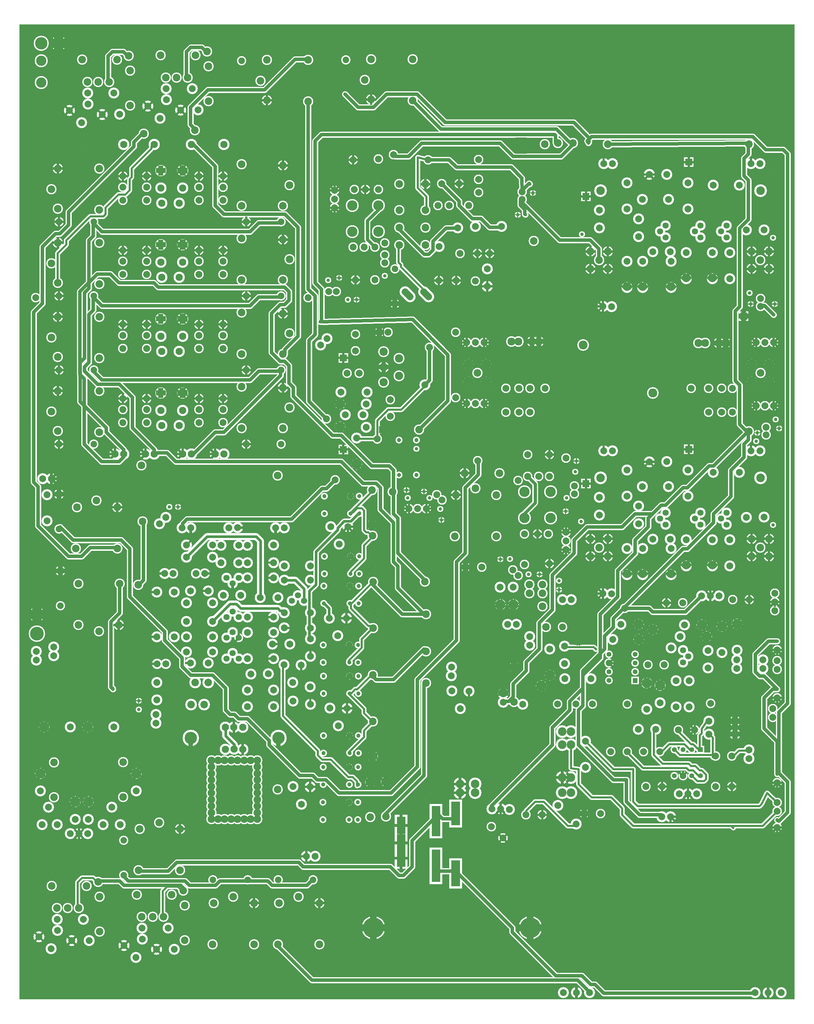
<source format=gbr>
%FSLAX34Y34*%
%MOMM*%
%LNCOPPER_TOP*%
G71*
G01*
%ADD10C,3.200*%
%ADD11C,3.000*%
%ADD12C,3.000*%
%ADD13C,2.800*%
%ADD14C,4.700*%
%ADD15C,1.800*%
%ADD16C,3.700*%
%ADD17C,7.800*%
%ADD18C,3.400*%
%ADD19C,3.100*%
%ADD20C,2.800*%
%ADD21C,2.800*%
%ADD22C,2.800*%
%ADD23C,2.600*%
%ADD24C,1.700*%
%ADD25C,1.800*%
%ADD26C,2.700*%
%ADD27C,1.400*%
%ADD28C,3.200*%
%ADD29C,3.800*%
%ADD30C,3.000*%
%ADD31C,3.200*%
%ADD32C,2.000*%
%ADD33C,1.800*%
%ADD34C,2.200*%
%ADD35C,2.700*%
%ADD36C,3.300*%
%ADD37C,2.900*%
%ADD38C,4.800*%
%ADD39C,4.800*%
%ADD40C,3.300*%
%ADD41C,3.400*%
%ADD42C,2.600*%
%ADD43C,2.000*%
%ADD44C,1.990*%
%ADD45C,1.600*%
%ADD46C,6.800*%
%ADD47C,4.400*%
%ADD48C,3.200*%
%ADD49C,0.667*%
%ADD50C,0.813*%
%ADD51C,0.733*%
%ADD52C,3.345*%
%ADD53C,6.067*%
%ADD54C,6.860*%
%ADD55C,1.403*%
%ADD56C,1.723*%
%ADD57C,1.380*%
%ADD58C,1.427*%
%ADD59C,0.680*%
%ADD60C,1.447*%
%ADD61C,0.767*%
%ADD62C,1.264*%
%ADD63C,1.507*%
%ADD64C,1.152*%
%ADD65C,2.017*%
%ADD66C,0.646*%
%ADD67C,1.527*%
%ADD68C,1.900*%
%ADD69C,1.940*%
%ADD70C,1.408*%
%ADD71C,1.687*%
%ADD72C,0.700*%
%ADD73C,1.200*%
%ADD74C,0.804*%
%ADD75C,0.672*%
%ADD76C,0.960*%
%ADD77C,1.487*%
%ADD78C,1.660*%
%ADD79C,0.833*%
%ADD80C,0.333*%
%ADD81C,2.748*%
%ADD82C,2.230*%
%ADD83C,2.000*%
%ADD84C,1.800*%
%ADD85C,2.200*%
%ADD86C,4.500*%
%ADD87C,1.000*%
%ADD88C,2.500*%
%ADD89C,7.000*%
%ADD90C,2.600*%
%ADD91C,2.300*%
%ADD92C,2.000*%
%ADD93C,2.000*%
%ADD94C,1.800*%
%ADD95C,0.900*%
%ADD96C,1.000*%
%ADD97C,1.900*%
%ADD98C,0.600*%
%ADD99C,3.000*%
%ADD100C,2.200*%
%ADD101C,2.400*%
%ADD102C,1.200*%
%ADD103C,1.000*%
%ADD104C,1.400*%
%ADD105C,1.900*%
%ADD106C,2.100*%
%ADD107C,2.100*%
%ADD108C,4.000*%
%ADD109C,3.600*%
%ADD110C,2.100*%
%ADD111C,2.200*%
%ADD112C,0.800*%
%ADD113C,1.500*%
%ADD114C,0.790*%
%ADD115C,6.000*%
%ADD116C,3.600*%
%ADD117C,3.000*%
%LPD*%
G36*
X-1271765Y2301716D02*
X988235Y2301716D01*
X988235Y-538284D01*
X-1271765Y-538284D01*
X-1271765Y2301716D01*
G37*
%LPC*%
X499830Y1763662D02*
G54D10*
D03*
X499880Y1839912D02*
G54D10*
D03*
X418836Y1760262D02*
G54D10*
D03*
X418949Y1709281D02*
G54D10*
D03*
X533136Y1734862D02*
G54D10*
D03*
X533248Y1683882D02*
G54D10*
D03*
X499846Y1535062D02*
G54D10*
D03*
X499896Y1611312D02*
G54D10*
D03*
X620567Y1791676D02*
G54D10*
D03*
X544317Y1791726D02*
G54D10*
D03*
X545526Y1611312D02*
G54D10*
D03*
X545476Y1535062D02*
G54D10*
D03*
X677629Y1763661D02*
G54D10*
D03*
X677679Y1839911D02*
G54D10*
D03*
X574961Y1639146D02*
G54D10*
D03*
X672526Y1636712D02*
G54D10*
D03*
X672476Y1560462D02*
G54D10*
D03*
X748726Y1636712D02*
G54D10*
D03*
X748676Y1560462D02*
G54D10*
D03*
X799526Y1636712D02*
G54D10*
D03*
X799476Y1560462D02*
G54D10*
D03*
X898997Y1702757D02*
G54D10*
D03*
X848016Y1702644D02*
G54D10*
D03*
X827542Y1833480D02*
G54D10*
D03*
X751293Y1833530D02*
G54D10*
D03*
X861576Y1896462D02*
G54D10*
D03*
X887076Y1896462D02*
G54D10*
D03*
X429776Y1480538D02*
G54D10*
D03*
X612201Y1716087D02*
G54D11*
D03*
X596301Y1698512D02*
G54D11*
D03*
X612235Y1680896D02*
G54D11*
D03*
X713801Y1716087D02*
G54D11*
D03*
X697901Y1698512D02*
G54D11*
D03*
X713835Y1680896D02*
G54D11*
D03*
X790000Y1716087D02*
G54D11*
D03*
X774101Y1698512D02*
G54D11*
D03*
X790036Y1680896D02*
G54D11*
D03*
X393101Y1639987D02*
G54D12*
D03*
X443901Y1639987D02*
G54D12*
D03*
X418501Y1614587D02*
G54D12*
D03*
X443901Y1589187D02*
G54D12*
D03*
X393101Y1589187D02*
G54D12*
D03*
X863000Y1639987D02*
G54D12*
D03*
X913800Y1639987D02*
G54D12*
D03*
X888400Y1614587D02*
G54D12*
D03*
X913800Y1589187D02*
G54D12*
D03*
X863000Y1589187D02*
G54D12*
D03*
X564527Y1864296D02*
G54D10*
D03*
X615507Y1864409D02*
G54D10*
D03*
X499846Y1535062D02*
G54D13*
D03*
X375424Y1894680D02*
G54D14*
D03*
X625761Y1639146D02*
G54D10*
D03*
X628076Y1611312D02*
G54D10*
D03*
X628026Y1535062D02*
G54D10*
D03*
X431576Y1896462D02*
G54D10*
D03*
X457076Y1896462D02*
G54D10*
D03*
G36*
X365974Y1814635D02*
X393974Y1814635D01*
X393974Y1786635D01*
X365974Y1786635D01*
X365974Y1814635D01*
G37*
G36*
X665974Y1914635D02*
X693974Y1914635D01*
X693974Y1886635D01*
X665974Y1886635D01*
X665974Y1914635D01*
G37*
X368301Y1690687D02*
G54D15*
D03*
X545476Y1535062D02*
G54D13*
D03*
X628026Y1535062D02*
G54D13*
D03*
X672476Y1560462D02*
G54D13*
D03*
X748676Y1560462D02*
G54D13*
D03*
X935257Y1893887D02*
G54D14*
D03*
X375424Y1535906D02*
G54D14*
D03*
X934622Y1537493D02*
G54D14*
D03*
X454879Y1479346D02*
G54D10*
D03*
X925900Y1680287D02*
G54D15*
D03*
X425451Y1817687D02*
G54D15*
D03*
X422275Y1817688D02*
G54D16*
D03*
X889000Y1817688D02*
G54D16*
D03*
X508051Y1228446D02*
G54D17*
D03*
X438201Y1368146D02*
G54D17*
D03*
X371526Y1368146D02*
G54D18*
D03*
X574726Y1228446D02*
G54D18*
D03*
X162651Y1378246D02*
G54D19*
D03*
X242651Y1378246D02*
G54D20*
D03*
X707651Y1373246D02*
G54D20*
D03*
X787651Y1373246D02*
G54D20*
D03*
X242651Y1378246D02*
G54D19*
D03*
X707651Y1373246D02*
G54D19*
D03*
X787651Y1373246D02*
G54D12*
D03*
X182651Y1378246D02*
G54D19*
D03*
X222651Y1378246D02*
G54D19*
D03*
X727651Y1373246D02*
G54D19*
D03*
X767651Y1373246D02*
G54D19*
D03*
X38226Y1260646D02*
G54D12*
D03*
X38226Y1311446D02*
G54D12*
D03*
X63626Y1286046D02*
G54D12*
D03*
X89026Y1311446D02*
G54D12*
D03*
X89026Y1260646D02*
G54D12*
D03*
X38226Y1260646D02*
G54D21*
D03*
X89026Y1260646D02*
G54D13*
D03*
X863726Y1260646D02*
G54D12*
D03*
X863726Y1311446D02*
G54D12*
D03*
X889126Y1286046D02*
G54D12*
D03*
X914526Y1311446D02*
G54D12*
D03*
X914526Y1260646D02*
G54D12*
D03*
X863726Y1260646D02*
G54D21*
D03*
X914526Y1260646D02*
G54D13*
D03*
G36*
X825951Y1437796D02*
X825951Y1465796D01*
X853951Y1465796D01*
X853951Y1437796D01*
X825951Y1437796D01*
G37*
X737183Y1172009D02*
G54D22*
D03*
X737183Y1241859D02*
G54D22*
D03*
X807034Y1172009D02*
G54D22*
D03*
X807034Y1241859D02*
G54D22*
D03*
X775283Y1241859D02*
G54D22*
D03*
X775283Y1172009D02*
G54D22*
D03*
X807034Y1172009D02*
G54D13*
D03*
X807034Y1241859D02*
G54D13*
D03*
X146633Y1172009D02*
G54D22*
D03*
X146633Y1241859D02*
G54D22*
D03*
X216483Y1172009D02*
G54D22*
D03*
X216484Y1241860D02*
G54D22*
D03*
X184733Y1241860D02*
G54D22*
D03*
X184733Y1172010D02*
G54D22*
D03*
X216484Y1172009D02*
G54D13*
D03*
X216484Y1241860D02*
G54D13*
D03*
X787651Y1373246D02*
G54D19*
D03*
X260934Y1241859D02*
G54D21*
D03*
X686384Y1241859D02*
G54D21*
D03*
X927326Y1190821D02*
G54D21*
D03*
X901926Y1190821D02*
G54D21*
D03*
X876526Y1190821D02*
G54D21*
D03*
X82776Y1374971D02*
G54D21*
D03*
X57376Y1374971D02*
G54D21*
D03*
X31976Y1374971D02*
G54D21*
D03*
X927326Y1374971D02*
G54D21*
D03*
X901926Y1374971D02*
G54D21*
D03*
X876526Y1374971D02*
G54D21*
D03*
X82776Y1197172D02*
G54D21*
D03*
X57376Y1197172D02*
G54D21*
D03*
X31976Y1197172D02*
G54D21*
D03*
X38226Y1311446D02*
G54D13*
D03*
X89026Y1311446D02*
G54D13*
D03*
X863726Y1260646D02*
G54D13*
D03*
X863726Y1311446D02*
G54D13*
D03*
X914526Y1311446D02*
G54D13*
D03*
X914526Y1260646D02*
G54D13*
D03*
X499830Y927050D02*
G54D10*
D03*
X499880Y1003300D02*
G54D10*
D03*
X418836Y923650D02*
G54D10*
D03*
X418949Y872669D02*
G54D10*
D03*
X533136Y898250D02*
G54D10*
D03*
X533248Y847269D02*
G54D10*
D03*
X499846Y698450D02*
G54D10*
D03*
X499896Y774700D02*
G54D10*
D03*
X620567Y955064D02*
G54D10*
D03*
X544317Y955114D02*
G54D10*
D03*
X545526Y774700D02*
G54D10*
D03*
X545476Y698450D02*
G54D10*
D03*
X677629Y927049D02*
G54D10*
D03*
X677679Y1003299D02*
G54D10*
D03*
X574961Y802534D02*
G54D10*
D03*
X672526Y800100D02*
G54D10*
D03*
X672476Y723850D02*
G54D10*
D03*
X748726Y800100D02*
G54D10*
D03*
X748676Y723850D02*
G54D10*
D03*
X799526Y800100D02*
G54D10*
D03*
X799476Y723850D02*
G54D10*
D03*
X898997Y866144D02*
G54D10*
D03*
X848016Y866032D02*
G54D10*
D03*
X827542Y996868D02*
G54D10*
D03*
X751293Y996918D02*
G54D10*
D03*
X861576Y1059850D02*
G54D10*
D03*
X887076Y1059850D02*
G54D10*
D03*
X429776Y643925D02*
G54D10*
D03*
X612201Y879475D02*
G54D11*
D03*
X596301Y861900D02*
G54D11*
D03*
X612235Y844284D02*
G54D11*
D03*
X713801Y879475D02*
G54D11*
D03*
X697901Y861900D02*
G54D11*
D03*
X713835Y844284D02*
G54D11*
D03*
X790000Y879475D02*
G54D11*
D03*
X774101Y861900D02*
G54D11*
D03*
X790036Y844284D02*
G54D11*
D03*
X393101Y803375D02*
G54D12*
D03*
X443901Y803375D02*
G54D12*
D03*
X418501Y777975D02*
G54D12*
D03*
X443901Y752575D02*
G54D12*
D03*
X393101Y752575D02*
G54D12*
D03*
X863000Y803375D02*
G54D12*
D03*
X913800Y803375D02*
G54D12*
D03*
X888400Y777975D02*
G54D12*
D03*
X913800Y752575D02*
G54D12*
D03*
X863000Y752575D02*
G54D12*
D03*
X564527Y1027684D02*
G54D10*
D03*
X615507Y1027796D02*
G54D10*
D03*
X499846Y698450D02*
G54D13*
D03*
X375424Y1058068D02*
G54D14*
D03*
X625761Y802534D02*
G54D10*
D03*
X628076Y774700D02*
G54D10*
D03*
X628026Y698450D02*
G54D10*
D03*
X431576Y1059850D02*
G54D10*
D03*
X457076Y1059850D02*
G54D10*
D03*
G36*
X365974Y978023D02*
X393974Y978023D01*
X393974Y950023D01*
X365974Y950023D01*
X365974Y978023D01*
G37*
G36*
X665974Y1078023D02*
X693974Y1078023D01*
X693974Y1050023D01*
X665974Y1050023D01*
X665974Y1078023D01*
G37*
X545476Y698450D02*
G54D13*
D03*
X628026Y698450D02*
G54D13*
D03*
X672476Y723850D02*
G54D13*
D03*
X748676Y723850D02*
G54D13*
D03*
X935257Y1057275D02*
G54D14*
D03*
X375424Y699293D02*
G54D14*
D03*
X934622Y700880D02*
G54D14*
D03*
X454879Y642734D02*
G54D10*
D03*
X925900Y843675D02*
G54D15*
D03*
X425451Y981075D02*
G54D15*
D03*
X422275Y981075D02*
G54D16*
D03*
X889000Y981075D02*
G54D16*
D03*
X-301599Y1698147D02*
G54D23*
D03*
X-225400Y1698147D02*
G54D23*
D03*
X-225399Y1774347D02*
G54D23*
D03*
X-301599Y1774347D02*
G54D23*
D03*
X-225487Y1909370D02*
G54D22*
D03*
X-225487Y1820470D02*
G54D22*
D03*
X-263587Y1820470D02*
G54D22*
D03*
X-295337Y1820470D02*
G54D22*
D03*
X-235130Y1557580D02*
G54D22*
D03*
X-298630Y1652830D02*
G54D22*
D03*
X-266880Y1652830D02*
G54D22*
D03*
X-235130Y1652830D02*
G54D22*
D03*
G54D24*
X-225399Y1774347D02*
X-225399Y1761647D01*
X-257150Y1729897D01*
X-257150Y1674848D01*
X-235130Y1652830D01*
X-206648Y1665118D02*
G54D22*
D03*
X-298630Y1906830D02*
G54D22*
D03*
X-181037Y1922070D02*
G54D22*
D03*
X-18609Y1774380D02*
G54D22*
D03*
X38541Y1774380D02*
G54D22*
D03*
X67241Y1850580D02*
G54D22*
D03*
X67241Y1907730D02*
G54D22*
D03*
X6191Y1708757D02*
G54D10*
D03*
X-47761Y1654876D02*
G54D10*
D03*
X6191Y1708757D02*
G54D13*
D03*
X133966Y1712808D02*
G54D10*
D03*
X57717Y1712858D02*
G54D10*
D03*
X133966Y1712809D02*
G54D13*
D03*
X13141Y1634680D02*
G54D22*
D03*
X63941Y1634680D02*
G54D22*
D03*
X63941Y1634680D02*
G54D22*
D03*
X92548Y1538574D02*
G54D10*
D03*
X92436Y1589555D02*
G54D10*
D03*
X92548Y1538574D02*
G54D10*
D03*
X67241Y1812480D02*
G54D22*
D03*
X98991Y1634680D02*
G54D22*
D03*
X-51629Y1774380D02*
G54D22*
D03*
X-40709Y1837880D02*
G54D22*
D03*
X10091Y1837880D02*
G54D22*
D03*
G54D25*
X-40709Y1837880D02*
X10091Y1787080D01*
X10091Y1774380D01*
X48191Y1736280D01*
X73591Y1736280D01*
X98991Y1710880D01*
X137091Y1710880D01*
X133967Y1712808D01*
X-164405Y1836386D02*
G54D12*
D03*
X-88205Y1836386D02*
G54D12*
D03*
X-164405Y1760186D02*
G54D12*
D03*
X-164405Y1709386D02*
G54D12*
D03*
X-164405Y1658586D02*
G54D12*
D03*
X-88205Y1760186D02*
G54D12*
D03*
X-88205Y1709386D02*
G54D12*
D03*
X-88205Y1658586D02*
G54D12*
D03*
X-176906Y1488023D02*
G54D26*
D03*
X-176906Y1589623D02*
G54D26*
D03*
X-176906Y1488023D02*
G54D13*
D03*
X-88205Y1836386D02*
G54D22*
D03*
X58046Y1553582D02*
G54D22*
D03*
X1826Y1555827D02*
G54D22*
D03*
X1826Y1555827D02*
G54D22*
D03*
X-48974Y1555827D02*
G54D22*
D03*
G54D27*
X-79949Y1907381D02*
X-110660Y1914495D01*
X-110660Y1825595D01*
X-85260Y1800195D01*
X-85260Y1755745D01*
X-88204Y1757011D01*
G54D25*
X-164404Y1709386D02*
X-167810Y1708120D01*
X-91610Y1631920D01*
X-78910Y1631920D01*
X-66210Y1644620D01*
X-66210Y1670020D01*
X-28110Y1708120D01*
X9990Y1708120D01*
X6191Y1708757D01*
G54D28*
X-78790Y1508105D02*
X-92932Y1522247D01*
G54D28*
X-132765Y1508105D02*
X-146907Y1522247D01*
X-352999Y1818481D02*
G54D21*
D03*
X-352999Y1793081D02*
G54D21*
D03*
X-352999Y1767681D02*
G54D21*
D03*
X-79949Y1907381D02*
G54D21*
D03*
X-301600Y1774346D02*
G54D29*
D03*
X-301599Y1698147D02*
G54D29*
D03*
X-225400Y1698147D02*
G54D29*
D03*
X-225399Y1774347D02*
G54D29*
D03*
G54D27*
X-79511Y1515176D02*
X-77489Y1513081D01*
X-160039Y1595631D01*
X-160039Y1601981D01*
X-166389Y1608331D01*
X-166389Y1659131D01*
X-164404Y1658586D01*
X276879Y939945D02*
G54D23*
D03*
X200680Y939945D02*
G54D23*
D03*
X200679Y863745D02*
G54D23*
D03*
X276880Y863745D02*
G54D23*
D03*
X200767Y728722D02*
G54D22*
D03*
X200767Y817622D02*
G54D22*
D03*
X238867Y817622D02*
G54D22*
D03*
X270617Y817622D02*
G54D22*
D03*
X273911Y1048762D02*
G54D22*
D03*
X210411Y1048762D02*
G54D22*
D03*
X273910Y985262D02*
G54D22*
D03*
X242161Y985262D02*
G54D22*
D03*
X210411Y985262D02*
G54D22*
D03*
G54D24*
X200679Y863745D02*
X200680Y876445D01*
X232430Y908195D01*
X232430Y963243D01*
X210411Y985262D01*
X181928Y972973D02*
G54D22*
D03*
X273910Y731262D02*
G54D22*
D03*
X321930Y771986D02*
G54D21*
D03*
X321930Y797386D02*
G54D21*
D03*
X321930Y822786D02*
G54D21*
D03*
X321930Y1038686D02*
G54D21*
D03*
X276880Y863745D02*
G54D29*
D03*
X276879Y939945D02*
G54D29*
D03*
X200680Y939945D02*
G54D29*
D03*
X200679Y863745D02*
G54D29*
D03*
X-2329Y810364D02*
G54D12*
D03*
X845Y931014D02*
G54D12*
D03*
X118321Y810364D02*
G54D12*
D03*
X118321Y931014D02*
G54D12*
D03*
X57996Y950477D02*
G54D12*
D03*
X845Y931014D02*
G54D30*
D03*
X26692Y994596D02*
G54D12*
D03*
X128292Y994595D02*
G54D12*
D03*
X215592Y670456D02*
G54D12*
D03*
X215592Y645056D02*
G54D12*
D03*
X253692Y645056D02*
G54D12*
D03*
X253692Y606956D02*
G54D12*
D03*
X168187Y662449D02*
G54D10*
D03*
X168300Y611468D02*
G54D10*
D03*
X168187Y662448D02*
G54D22*
D03*
X168299Y611468D02*
G54D22*
D03*
X130087Y662449D02*
G54D10*
D03*
X130199Y611468D02*
G54D10*
D03*
X130087Y662448D02*
G54D22*
D03*
X130199Y611468D02*
G54D22*
D03*
X253692Y670456D02*
G54D12*
D03*
X64659Y1030405D02*
G54D22*
D03*
X26692Y994596D02*
G54D12*
D03*
X-165350Y1328894D02*
G54D31*
D03*
X-165350Y1278094D02*
G54D31*
D03*
X-209800Y1303494D02*
G54D31*
D03*
X-209800Y1259044D02*
G54D31*
D03*
X-209800Y1347944D02*
G54D31*
D03*
X-197100Y1405094D02*
G54D22*
D03*
X-222500Y1405094D02*
G54D22*
D03*
X-258185Y1230469D02*
G54D10*
D03*
X-334435Y1230519D02*
G54D10*
D03*
X-337127Y1196209D02*
G54D10*
D03*
X-260877Y1196159D02*
G54D10*
D03*
X-321193Y1164733D02*
G54D10*
D03*
X-270213Y1164845D02*
G54D10*
D03*
X-292350Y1398832D02*
G54D22*
D03*
X-292350Y1351032D02*
G54D22*
D03*
X-288740Y1097208D02*
G54D10*
D03*
X-288790Y1020958D02*
G54D10*
D03*
X-228850Y1046144D02*
G54D22*
D03*
X-228850Y1093944D02*
G54D22*
D03*
X-316294Y1285988D02*
G54D22*
D03*
X-281194Y1285988D02*
G54D22*
D03*
X-190750Y1160444D02*
G54D22*
D03*
X-190750Y1208244D02*
G54D22*
D03*
X-337072Y1128562D02*
G54D10*
D03*
X-260822Y1128512D02*
G54D10*
D03*
X-89875Y1252139D02*
G54D10*
D03*
X-337127Y1196210D02*
G54D22*
D03*
X-337072Y1128562D02*
G54D22*
D03*
X-228850Y1046144D02*
G54D22*
D03*
X-288790Y1020958D02*
G54D22*
D03*
G54D27*
X-228850Y1087594D02*
X-228150Y1088864D01*
X-234500Y1095214D01*
X-291650Y1095214D01*
X-288740Y1097208D01*
G36*
X-313400Y1344164D02*
X-313400Y1316164D01*
X-341400Y1316164D01*
X-341400Y1344164D01*
X-313400Y1344164D01*
G37*
G36*
X-313400Y1077464D02*
X-313400Y1049464D01*
X-341400Y1049464D01*
X-341400Y1077464D01*
X-313400Y1077464D01*
G37*
X-114550Y1090682D02*
G54D32*
D03*
X-114550Y1065282D02*
G54D33*
D03*
X-165350Y1090682D02*
G54D33*
D03*
X-165350Y1065282D02*
G54D32*
D03*
X-114550Y989082D02*
G54D33*
D03*
X-165350Y989082D02*
G54D33*
D03*
X-207768Y1121448D02*
G54D12*
D03*
X-106168Y1121448D02*
G54D12*
D03*
X-207768Y1121448D02*
G54D12*
D03*
G54D27*
X-89875Y1252139D02*
X-89150Y1249432D01*
X-159000Y1179582D01*
X-197100Y1179582D01*
X-228850Y1147832D01*
X-228850Y1097032D01*
X-228850Y1093944D01*
X-84954Y891474D02*
G54D21*
D03*
X-110354Y891474D02*
G54D21*
D03*
X-135754Y891474D02*
G54D21*
D03*
X-165350Y1090682D02*
G54D32*
D03*
X-114550Y989082D02*
G54D32*
D03*
X-165350Y989082D02*
G54D32*
D03*
G36*
X512563Y379344D02*
X512563Y401344D01*
X534563Y401344D01*
X534563Y379344D01*
X512563Y379344D01*
G37*
X523563Y415744D02*
G54D34*
D03*
X523563Y441144D02*
G54D34*
D03*
X523563Y466544D02*
G54D34*
D03*
X447364Y466544D02*
G54D34*
D03*
X447364Y441144D02*
G54D34*
D03*
X447364Y415744D02*
G54D34*
D03*
X447364Y390344D02*
G54D34*
D03*
X447364Y441144D02*
G54D35*
D03*
X819314Y425706D02*
G54D10*
D03*
X819314Y451205D02*
G54D10*
D03*
X249324Y322369D02*
G54D22*
D03*
X274219Y405954D02*
G54D10*
D03*
X274269Y482204D02*
G54D10*
D03*
X139027Y327362D02*
G54D10*
D03*
X139027Y352862D02*
G54D10*
D03*
X681284Y389646D02*
G54D10*
D03*
X681234Y313396D02*
G54D10*
D03*
X681284Y389646D02*
G54D22*
D03*
X743168Y371712D02*
G54D22*
D03*
X743168Y323912D02*
G54D22*
D03*
X643183Y389646D02*
G54D10*
D03*
X643134Y313396D02*
G54D10*
D03*
X643184Y389646D02*
G54D22*
D03*
X662839Y443419D02*
G54D11*
D03*
X678739Y460994D02*
G54D11*
D03*
X662804Y478610D02*
G54D11*
D03*
X736212Y478212D02*
G54D10*
D03*
X736324Y427232D02*
G54D10*
D03*
X736212Y478212D02*
G54D22*
D03*
X731282Y518340D02*
G54D10*
D03*
X655032Y518390D02*
G54D10*
D03*
X731282Y518340D02*
G54D22*
D03*
X718249Y552312D02*
G54D10*
D03*
X667269Y552200D02*
G54D10*
D03*
X718248Y552312D02*
G54D22*
D03*
X596512Y376612D02*
G54D10*
D03*
X596624Y325632D02*
G54D10*
D03*
X596512Y376612D02*
G54D22*
D03*
X743168Y371712D02*
G54D22*
D03*
X731282Y518340D02*
G54D22*
D03*
X718249Y552312D02*
G54D22*
D03*
X776534Y548396D02*
G54D10*
D03*
X776484Y472146D02*
G54D10*
D03*
X776534Y548396D02*
G54D22*
D03*
X776534Y548396D02*
G54D22*
D03*
X596512Y376613D02*
G54D22*
D03*
X560474Y436669D02*
G54D22*
D03*
X608274Y436669D02*
G54D22*
D03*
X574718Y539068D02*
G54D10*
D03*
X628600Y485116D02*
G54D10*
D03*
X574719Y539068D02*
G54D22*
D03*
X574719Y539068D02*
G54D22*
D03*
X534657Y510169D02*
G54D10*
D03*
X458407Y510219D02*
G54D10*
D03*
X482160Y554095D02*
G54D10*
D03*
X533140Y554207D02*
G54D10*
D03*
X482160Y554094D02*
G54D22*
D03*
X534657Y510169D02*
G54D22*
D03*
X533141Y554207D02*
G54D22*
D03*
X350924Y322369D02*
G54D22*
D03*
X398724Y322369D02*
G54D22*
D03*
X249324Y322369D02*
G54D22*
D03*
X297124Y322369D02*
G54D22*
D03*
X452524Y322370D02*
G54D22*
D03*
X500324Y322369D02*
G54D22*
D03*
X452524Y322370D02*
G54D22*
D03*
X557459Y383296D02*
G54D10*
D03*
X557409Y307046D02*
G54D10*
D03*
X557459Y383296D02*
G54D22*
D03*
X394957Y395869D02*
G54D10*
D03*
X318707Y395919D02*
G54D10*
D03*
X394957Y395869D02*
G54D22*
D03*
X317378Y439743D02*
G54D10*
D03*
X317266Y490723D02*
G54D10*
D03*
X317378Y439744D02*
G54D22*
D03*
X317266Y490724D02*
G54D22*
D03*
X357639Y508619D02*
G54D22*
D03*
X263623Y546037D02*
G54D22*
D03*
X311423Y546037D02*
G54D22*
D03*
X274219Y405954D02*
G54D22*
D03*
X250101Y375156D02*
G54D10*
D03*
X196149Y321275D02*
G54D10*
D03*
X250101Y375156D02*
G54D22*
D03*
X820925Y554650D02*
G54D22*
D03*
X263623Y546037D02*
G54D12*
D03*
X170749Y429224D02*
G54D12*
D03*
X170748Y327625D02*
G54D12*
D03*
X170749Y429224D02*
G54D12*
D03*
X139027Y352862D02*
G54D12*
D03*
X820925Y554650D02*
G54D10*
D03*
X820875Y478400D02*
G54D10*
D03*
X820926Y554650D02*
G54D22*
D03*
G54D27*
X408571Y483635D02*
X408839Y481519D01*
X402489Y487869D01*
X319939Y487869D01*
X317266Y490724D01*
X820925Y554650D02*
G54D22*
D03*
X776534Y548396D02*
G54D22*
D03*
X718249Y552312D02*
G54D22*
D03*
X731282Y518340D02*
G54D22*
D03*
X574718Y539068D02*
G54D22*
D03*
X534657Y510169D02*
G54D22*
D03*
X533141Y554207D02*
G54D22*
D03*
X743168Y371712D02*
G54D22*
D03*
X357639Y508619D02*
G54D22*
D03*
X452524Y322370D02*
G54D22*
D03*
X249324Y322369D02*
G54D22*
D03*
X250101Y375156D02*
G54D22*
D03*
X274219Y405954D02*
G54D22*
D03*
X170749Y429224D02*
G54D22*
D03*
X895564Y425655D02*
G54D10*
D03*
X819314Y425706D02*
G54D10*
D03*
X895563Y451155D02*
G54D10*
D03*
X819314Y451205D02*
G54D10*
D03*
X-900341Y1141995D02*
G54D22*
D03*
X-970191Y1141995D02*
G54D22*
D03*
X-900341Y1211845D02*
G54D22*
D03*
X-970191Y1211845D02*
G54D22*
D03*
X-970191Y1180095D02*
G54D22*
D03*
X-900341Y1180095D02*
G54D22*
D03*
X-856932Y1133224D02*
G54D36*
D03*
X-805952Y1133336D02*
G54D36*
D03*
X-678091Y1141995D02*
G54D22*
D03*
X-747941Y1141995D02*
G54D22*
D03*
X-678091Y1211845D02*
G54D22*
D03*
X-747941Y1211845D02*
G54D22*
D03*
X-747941Y1180095D02*
G54D22*
D03*
X-678091Y1180095D02*
G54D22*
D03*
X-795868Y1177322D02*
G54D10*
D03*
X-795981Y1228302D02*
G54D10*
D03*
X-859368Y1177322D02*
G54D10*
D03*
X-859481Y1228302D02*
G54D10*
D03*
X-678092Y1211845D02*
G54D13*
D03*
X-747941Y1211845D02*
G54D13*
D03*
X-795980Y1228303D02*
G54D37*
D03*
X-859481Y1228303D02*
G54D13*
D03*
X-900341Y1211845D02*
G54D13*
D03*
X-970191Y1211845D02*
G54D13*
D03*
X-859368Y1177322D02*
G54D36*
D03*
X-859481Y1228302D02*
G54D36*
D03*
X-795981Y1228302D02*
G54D36*
D03*
X-795868Y1177322D02*
G54D36*
D03*
X-623878Y1246287D02*
G54D12*
D03*
X-503228Y1243113D02*
G54D12*
D03*
X-623878Y1125637D02*
G54D12*
D03*
X-503228Y1125637D02*
G54D12*
D03*
X-484415Y1185962D02*
G54D12*
D03*
X-610371Y1079358D02*
G54D26*
D03*
X-508771Y1079358D02*
G54D26*
D03*
X-503228Y1243113D02*
G54D12*
D03*
X-1038872Y1113548D02*
G54D12*
D03*
X-1159522Y1116722D02*
G54D12*
D03*
X-1038872Y1234199D02*
G54D12*
D03*
X-1159522Y1234199D02*
G54D12*
D03*
X-1178335Y1173874D02*
G54D12*
D03*
X-1159522Y1116722D02*
G54D12*
D03*
X-1159522Y1234199D02*
G54D12*
D03*
X-1156471Y1079358D02*
G54D26*
D03*
X-1054871Y1079358D02*
G54D26*
D03*
X-610371Y1079358D02*
G54D22*
D03*
X-1156471Y1079358D02*
G54D22*
D03*
X-900341Y1357895D02*
G54D22*
D03*
X-970191Y1357895D02*
G54D22*
D03*
X-900341Y1427745D02*
G54D22*
D03*
X-970191Y1427745D02*
G54D22*
D03*
X-970191Y1395995D02*
G54D22*
D03*
X-900341Y1395995D02*
G54D22*
D03*
X-856932Y1349124D02*
G54D36*
D03*
X-805952Y1349236D02*
G54D36*
D03*
X-678091Y1357895D02*
G54D22*
D03*
X-747941Y1357895D02*
G54D22*
D03*
X-678091Y1427745D02*
G54D22*
D03*
X-747941Y1427745D02*
G54D22*
D03*
X-747941Y1395995D02*
G54D22*
D03*
X-678091Y1395995D02*
G54D22*
D03*
X-795868Y1393222D02*
G54D10*
D03*
X-795981Y1444202D02*
G54D10*
D03*
X-859368Y1393222D02*
G54D10*
D03*
X-859481Y1444202D02*
G54D10*
D03*
X-678092Y1427745D02*
G54D13*
D03*
X-747941Y1427745D02*
G54D13*
D03*
X-795980Y1444203D02*
G54D37*
D03*
X-859481Y1444203D02*
G54D13*
D03*
X-900341Y1427745D02*
G54D13*
D03*
X-970191Y1427745D02*
G54D13*
D03*
X-859368Y1393222D02*
G54D36*
D03*
X-859481Y1444202D02*
G54D36*
D03*
X-795981Y1444202D02*
G54D36*
D03*
X-795868Y1393222D02*
G54D36*
D03*
X-623878Y1462187D02*
G54D12*
D03*
X-503228Y1459013D02*
G54D12*
D03*
X-623878Y1341537D02*
G54D12*
D03*
X-503228Y1341537D02*
G54D12*
D03*
X-484415Y1401862D02*
G54D12*
D03*
X-610371Y1295258D02*
G54D26*
D03*
X-508771Y1295258D02*
G54D26*
D03*
X-503228Y1459013D02*
G54D12*
D03*
X-1038872Y1329448D02*
G54D12*
D03*
X-1159522Y1332622D02*
G54D12*
D03*
X-1038872Y1450098D02*
G54D12*
D03*
X-1159522Y1450098D02*
G54D12*
D03*
X-1178335Y1389774D02*
G54D12*
D03*
X-1159522Y1332622D02*
G54D12*
D03*
X-1159522Y1450098D02*
G54D12*
D03*
X-1156471Y1295258D02*
G54D26*
D03*
X-1054871Y1295258D02*
G54D26*
D03*
X-610371Y1295258D02*
G54D22*
D03*
X-1156471Y1295258D02*
G54D22*
D03*
X-900341Y1573795D02*
G54D22*
D03*
X-970191Y1573795D02*
G54D22*
D03*
X-900341Y1643645D02*
G54D22*
D03*
X-970191Y1643645D02*
G54D22*
D03*
X-970191Y1611895D02*
G54D22*
D03*
X-900341Y1611895D02*
G54D22*
D03*
X-856932Y1565024D02*
G54D36*
D03*
X-805952Y1565136D02*
G54D36*
D03*
X-678091Y1573795D02*
G54D22*
D03*
X-747941Y1573795D02*
G54D22*
D03*
X-678091Y1643645D02*
G54D22*
D03*
X-747941Y1643645D02*
G54D22*
D03*
X-747941Y1611895D02*
G54D22*
D03*
X-678091Y1611895D02*
G54D22*
D03*
X-795868Y1609122D02*
G54D10*
D03*
X-795981Y1660102D02*
G54D10*
D03*
X-859368Y1609122D02*
G54D10*
D03*
X-859481Y1660102D02*
G54D10*
D03*
X-678092Y1643645D02*
G54D13*
D03*
X-747941Y1643645D02*
G54D13*
D03*
X-795980Y1660103D02*
G54D37*
D03*
X-859481Y1660103D02*
G54D13*
D03*
X-900341Y1643645D02*
G54D13*
D03*
X-970191Y1643645D02*
G54D13*
D03*
X-859368Y1609122D02*
G54D36*
D03*
X-859481Y1660102D02*
G54D36*
D03*
X-795981Y1660102D02*
G54D36*
D03*
X-795868Y1609122D02*
G54D36*
D03*
X-623878Y1678087D02*
G54D12*
D03*
X-503228Y1674913D02*
G54D12*
D03*
X-623878Y1557437D02*
G54D12*
D03*
X-503228Y1557437D02*
G54D12*
D03*
X-484415Y1617762D02*
G54D12*
D03*
X-610371Y1511157D02*
G54D26*
D03*
X-508771Y1511158D02*
G54D26*
D03*
X-503228Y1674913D02*
G54D12*
D03*
X-1038872Y1545348D02*
G54D12*
D03*
X-1159522Y1548522D02*
G54D12*
D03*
X-1038872Y1665998D02*
G54D12*
D03*
X-1159522Y1665998D02*
G54D12*
D03*
X-1178335Y1605674D02*
G54D12*
D03*
X-1159522Y1548522D02*
G54D12*
D03*
X-1159522Y1665998D02*
G54D12*
D03*
X-1156471Y1511157D02*
G54D26*
D03*
X-1054871Y1511158D02*
G54D26*
D03*
X-610371Y1511158D02*
G54D22*
D03*
X-1156471Y1511157D02*
G54D22*
D03*
X-900341Y1789695D02*
G54D22*
D03*
X-970191Y1789695D02*
G54D22*
D03*
X-900341Y1859545D02*
G54D22*
D03*
X-970191Y1859545D02*
G54D22*
D03*
X-970191Y1827795D02*
G54D22*
D03*
X-900341Y1827795D02*
G54D22*
D03*
X-856932Y1780924D02*
G54D36*
D03*
X-805952Y1781036D02*
G54D36*
D03*
X-678091Y1789695D02*
G54D22*
D03*
X-747941Y1789695D02*
G54D22*
D03*
X-678091Y1859545D02*
G54D22*
D03*
X-747941Y1859545D02*
G54D22*
D03*
X-747941Y1827795D02*
G54D22*
D03*
X-678091Y1827795D02*
G54D22*
D03*
X-795868Y1825022D02*
G54D10*
D03*
X-795981Y1876002D02*
G54D10*
D03*
X-859368Y1825022D02*
G54D10*
D03*
X-859481Y1876002D02*
G54D10*
D03*
X-678092Y1859545D02*
G54D13*
D03*
X-747941Y1859545D02*
G54D13*
D03*
X-795981Y1876003D02*
G54D37*
D03*
X-859481Y1876003D02*
G54D13*
D03*
X-900341Y1859545D02*
G54D13*
D03*
X-970191Y1859545D02*
G54D13*
D03*
X-859368Y1825022D02*
G54D36*
D03*
X-859481Y1876002D02*
G54D36*
D03*
X-795981Y1876002D02*
G54D36*
D03*
X-795868Y1825022D02*
G54D36*
D03*
X-623878Y1893987D02*
G54D12*
D03*
X-503228Y1890813D02*
G54D12*
D03*
X-623878Y1773337D02*
G54D12*
D03*
X-503228Y1773337D02*
G54D12*
D03*
X-484415Y1833662D02*
G54D12*
D03*
X-610371Y1727058D02*
G54D26*
D03*
X-508771Y1727058D02*
G54D26*
D03*
X-503228Y1890813D02*
G54D12*
D03*
X-1038872Y1761248D02*
G54D12*
D03*
X-1159522Y1764422D02*
G54D12*
D03*
X-1038872Y1881898D02*
G54D12*
D03*
X-1159522Y1881898D02*
G54D12*
D03*
X-1178335Y1821574D02*
G54D12*
D03*
X-1159522Y1764422D02*
G54D12*
D03*
X-1159522Y1881898D02*
G54D12*
D03*
X-1156471Y1727057D02*
G54D26*
D03*
X-1054871Y1727058D02*
G54D26*
D03*
X-610371Y1727058D02*
G54D22*
D03*
X-1156471Y1727058D02*
G54D22*
D03*
X-675217Y1050322D02*
G54D36*
D03*
X-675217Y1050322D02*
G54D36*
D03*
X-700618Y1050322D02*
G54D36*
D03*
X-770467Y1050322D02*
G54D36*
D03*
X-770467Y1050322D02*
G54D36*
D03*
X-795868Y1050322D02*
G54D36*
D03*
X-878417Y1050322D02*
G54D36*
D03*
X-878417Y1050322D02*
G54D36*
D03*
X-903818Y1050322D02*
G54D36*
D03*
X-967317Y1050322D02*
G54D36*
D03*
X-967317Y1050322D02*
G54D36*
D03*
X-992718Y1050322D02*
G54D36*
D03*
G54D25*
X-770467Y1050322D02*
X-764118Y1050322D01*
X-700618Y1113822D01*
X-675218Y1113822D01*
X-510118Y1278921D01*
X-510118Y1291621D01*
X-508771Y1295257D01*
G54D25*
X-1054871Y1295257D02*
X-1056218Y1291621D01*
X-1030818Y1266221D01*
X-599018Y1266221D01*
X-573618Y1291621D01*
X-510118Y1291621D01*
X-508771Y1295257D01*
G54D25*
X-878417Y1050322D02*
X-878418Y1050322D01*
X-878418Y1063022D01*
X-941918Y1126522D01*
X-941918Y1215422D01*
X-980018Y1253522D01*
X-1043518Y1253521D01*
X-1081618Y1291621D01*
X-1081618Y1304321D01*
X-1068918Y1317021D01*
X-1068918Y1456721D01*
X-1056218Y1469421D01*
X-1056218Y1507521D01*
X-1054871Y1511158D01*
G54D25*
X-1054871Y1511158D02*
X-1056218Y1507521D01*
X-1030818Y1482122D01*
X-599018Y1482121D01*
X-573618Y1507521D01*
X-510118Y1507522D01*
X-508771Y1511158D01*
G54D25*
X-967317Y1050322D02*
X-967318Y1050322D01*
X-967318Y1063022D01*
X-1018118Y1113822D01*
X-1018118Y1126522D01*
X-1094318Y1202721D01*
X-1094318Y1317021D01*
X-1081618Y1329721D01*
X-1081618Y1520222D01*
X-1068918Y1532922D01*
X-1068918Y1672622D01*
X-1056218Y1685322D01*
X-1056218Y1723421D01*
X-1054871Y1727058D01*
G54D25*
X-1054871Y1727058D02*
X-1056218Y1723421D01*
X-1030818Y1698022D01*
X-599018Y1698022D01*
X-573618Y1723421D01*
X-510118Y1723422D01*
X-508771Y1727058D01*
X-675217Y1952022D02*
G54D36*
D03*
X-675217Y1952022D02*
G54D36*
D03*
X-770467Y1952022D02*
G54D36*
D03*
X-770467Y1952022D02*
G54D36*
D03*
X-878417Y1952022D02*
G54D36*
D03*
X-878417Y1952022D02*
G54D36*
D03*
X-967317Y1952022D02*
G54D36*
D03*
X-967317Y1952022D02*
G54D36*
D03*
G54D25*
X-770467Y1952022D02*
X-764118Y1952021D01*
X-700618Y1888522D01*
X-700618Y1774222D01*
X-675218Y1748822D01*
X-497418Y1748821D01*
X-459318Y1710721D01*
X-459318Y1393222D01*
X-497418Y1355121D01*
X-497418Y1342422D01*
X-503228Y1341538D01*
X-1223953Y1505492D02*
G54D21*
D03*
X-430203Y1505492D02*
G54D21*
D03*
X181750Y1475580D02*
G54D14*
D03*
X191274Y1948656D02*
G54D14*
D03*
X191274Y1948656D02*
G54D14*
D03*
X-358000Y1475580D02*
G54D14*
D03*
X-370700Y1945480D02*
G54D14*
D03*
X-979054Y672806D02*
G54D12*
D03*
X-982228Y552156D02*
G54D12*
D03*
X-1099704Y672806D02*
G54D12*
D03*
X-1099704Y552156D02*
G54D12*
D03*
X-1039379Y533344D02*
G54D12*
D03*
X-1220353Y526756D02*
G54D38*
D03*
X-1107253Y774675D02*
G54D12*
D03*
X-1104079Y895325D02*
G54D12*
D03*
X-986604Y774675D02*
G54D12*
D03*
X-986604Y895325D02*
G54D12*
D03*
X-1046928Y914612D02*
G54D12*
D03*
X-1152333Y710099D02*
G54D26*
D03*
X-1152333Y608499D02*
G54D26*
D03*
X-1152333Y710099D02*
G54D22*
D03*
X-1152333Y710099D02*
G54D12*
D03*
X-1156131Y933294D02*
G54D26*
D03*
X-1156131Y831694D02*
G54D26*
D03*
X-1156131Y933294D02*
G54D22*
D03*
X-1156131Y933294D02*
G54D12*
D03*
X-982228Y552156D02*
G54D12*
D03*
X-986604Y895325D02*
G54D12*
D03*
X-1104079Y895325D02*
G54D12*
D03*
X-986604Y895325D02*
G54D12*
D03*
X-1007843Y981075D02*
G54D14*
D03*
X-55343Y981075D02*
G54D14*
D03*
X-1007843Y82550D02*
G54D14*
D03*
X-55343Y79375D02*
G54D14*
D03*
X28712Y720756D02*
G54D22*
D03*
X76512Y720755D02*
G54D22*
D03*
X28712Y720756D02*
G54D22*
D03*
X924608Y308315D02*
G54D21*
D03*
X937309Y479765D02*
G54D21*
D03*
X937309Y92415D02*
G54D21*
D03*
X937309Y340065D02*
G54D21*
D03*
G54D25*
X937309Y365465D02*
X899209Y403565D01*
X886509Y403565D01*
X873809Y416265D01*
X873809Y467065D01*
X911909Y505165D01*
X937309Y505165D01*
G54D25*
X937309Y365465D02*
X924609Y365465D01*
X899209Y340065D01*
X899209Y251165D01*
X937309Y213065D01*
X937309Y124165D01*
X937309Y117815D01*
X-89310Y678574D02*
G54D12*
D03*
X-86135Y583324D02*
G54D12*
D03*
X-86135Y475374D02*
G54D12*
D03*
X-86135Y383299D02*
G54D12*
D03*
X-516704Y222836D02*
G54D39*
D03*
X-772404Y222736D02*
G54D39*
D03*
X-671680Y254661D02*
G54D40*
D03*
X-646304Y254536D02*
G54D40*
D03*
X-620861Y254561D02*
G54D40*
D03*
X-423599Y320920D02*
G54D10*
D03*
X-423774Y371912D02*
G54D10*
D03*
X-721530Y384786D02*
G54D41*
D03*
X-770930Y320686D02*
G54D41*
D03*
X-732930Y320686D02*
G54D41*
D03*
X-759630Y384786D02*
G54D41*
D03*
X-870804Y333936D02*
G54D10*
D03*
X-870929Y384852D02*
G54D10*
D03*
X-607279Y362511D02*
G54D10*
D03*
X-531030Y362461D02*
G54D10*
D03*
X-873379Y265811D02*
G54D10*
D03*
X-873380Y291311D02*
G54D10*
D03*
X-607280Y314886D02*
G54D10*
D03*
X-531030Y314836D02*
G54D10*
D03*
X-632680Y733986D02*
G54D10*
D03*
X-683596Y733861D02*
G54D10*
D03*
X-667604Y689536D02*
G54D11*
D03*
X-650030Y673636D02*
G54D11*
D03*
X-632414Y689571D02*
G54D11*
D03*
X-661254Y835586D02*
G54D10*
D03*
X-635830Y835636D02*
G54D10*
D03*
X-607279Y689536D02*
G54D10*
D03*
X-531104Y689536D02*
G54D10*
D03*
X-785080Y749861D02*
G54D10*
D03*
X-708830Y749811D02*
G54D10*
D03*
X-626330Y638736D02*
G54D10*
D03*
X-677246Y638611D02*
G54D10*
D03*
X-632680Y575236D02*
G54D11*
D03*
X-650280Y591136D02*
G54D11*
D03*
X-667870Y575202D02*
G54D11*
D03*
X-632304Y514836D02*
G54D42*
D03*
X-650279Y530811D02*
G54D11*
D03*
X-667870Y514876D02*
G54D11*
D03*
X-607280Y575236D02*
G54D10*
D03*
X-531104Y575236D02*
G54D10*
D03*
X-632680Y454536D02*
G54D11*
D03*
X-650279Y470486D02*
G54D11*
D03*
X-667870Y454551D02*
G54D11*
D03*
X-785080Y518086D02*
G54D10*
D03*
X-708830Y518036D02*
G54D10*
D03*
X-784871Y473907D02*
G54D10*
D03*
X-708621Y473857D02*
G54D10*
D03*
X-607280Y454586D02*
G54D10*
D03*
X-531005Y454536D02*
G54D10*
D03*
X-545958Y409796D02*
G54D10*
D03*
X-596875Y409671D02*
G54D10*
D03*
X-607280Y530786D02*
G54D10*
D03*
X-531030Y530736D02*
G54D10*
D03*
X-450004Y435936D02*
G54D31*
D03*
X-474988Y385004D02*
G54D31*
D03*
X-499887Y436050D02*
G54D31*
D03*
X-442180Y622861D02*
G54D11*
D03*
X-459980Y638661D02*
G54D11*
D03*
X-477370Y622826D02*
G54D11*
D03*
X-797780Y835586D02*
G54D10*
D03*
X-772205Y835536D02*
G54D10*
D03*
X-499329Y724461D02*
G54D10*
D03*
X-423079Y724411D02*
G54D10*
D03*
X-499330Y683186D02*
G54D10*
D03*
X-423080Y683136D02*
G54D10*
D03*
X-518379Y632386D02*
G54D10*
D03*
X-569296Y632261D02*
G54D10*
D03*
G54D43*
X-442180Y622861D02*
X-442179Y657786D01*
X-467580Y683186D01*
X-499330Y683186D01*
X-499329Y587936D02*
G54D10*
D03*
X-423080Y587886D02*
G54D10*
D03*
X-423180Y460911D02*
G54D10*
D03*
X-423292Y511892D02*
G54D10*
D03*
X-423130Y543486D02*
G54D10*
D03*
X-499404Y543536D02*
G54D10*
D03*
X-848530Y702261D02*
G54D10*
D03*
X-823667Y701948D02*
G54D11*
D03*
X-820005Y518086D02*
G54D10*
D03*
X-870980Y517936D02*
G54D10*
D03*
X-785080Y562536D02*
G54D10*
D03*
X-708830Y562486D02*
G54D10*
D03*
G54D43*
X-499329Y594286D02*
X-512030Y594286D01*
X-518380Y600636D01*
X-626330Y600636D01*
X-639030Y613336D01*
X-658080Y613336D01*
X-670779Y600636D01*
X-708880Y562536D01*
X-721580Y441886D02*
G54D10*
D03*
X-772554Y441736D02*
G54D10*
D03*
X-844980Y438736D02*
G54D11*
D03*
X-870280Y439036D02*
G54D11*
D03*
X-820005Y648261D02*
G54D10*
D03*
X-870980Y648161D02*
G54D10*
D03*
X-499329Y835586D02*
G54D10*
D03*
X-524804Y835586D02*
G54D10*
D03*
X-785080Y616511D02*
G54D10*
D03*
X-708830Y616461D02*
G54D10*
D03*
X-721604Y651461D02*
G54D10*
D03*
X-772504Y651261D02*
G54D10*
D03*
X-756504Y702236D02*
G54D11*
D03*
X-731604Y701936D02*
G54D11*
D03*
X-607280Y733986D02*
G54D10*
D03*
X-531105Y733986D02*
G54D10*
D03*
X-607280Y784786D02*
G54D10*
D03*
X-531105Y784836D02*
G54D10*
D03*
X-785104Y784836D02*
G54D10*
D03*
X-708904Y784836D02*
G54D10*
D03*
X-632679Y784786D02*
G54D10*
D03*
X-683596Y784661D02*
G54D10*
D03*
G54D43*
X-569180Y632386D02*
X-569180Y797486D01*
X-581880Y810186D01*
X-724754Y810186D01*
X-785080Y749861D01*
X-533980Y496172D02*
G54D10*
D03*
X-482999Y496284D02*
G54D10*
D03*
X-473880Y330711D02*
G54D10*
D03*
X-620804Y190236D02*
G54D40*
D03*
X-646104Y190436D02*
G54D40*
D03*
X-671592Y190368D02*
G54D40*
D03*
G54D44*
X-670780Y254561D02*
X-670779Y229161D01*
X-645380Y203761D01*
X-645380Y191061D01*
X-283554Y178925D02*
G54D33*
D03*
X-308954Y178925D02*
G54D33*
D03*
X-283554Y229725D02*
G54D33*
D03*
X-308954Y229725D02*
G54D33*
D03*
X-385155Y178925D02*
G54D32*
D03*
X-385155Y229725D02*
G54D33*
D03*
X-240946Y170042D02*
G54D12*
D03*
X-240946Y271642D02*
G54D12*
D03*
X-242930Y170042D02*
G54D12*
D03*
X-283554Y352360D02*
G54D33*
D03*
X-308954Y352360D02*
G54D33*
D03*
X-283554Y403160D02*
G54D33*
D03*
X-308954Y403160D02*
G54D33*
D03*
X-385155Y352360D02*
G54D33*
D03*
X-385155Y403160D02*
G54D33*
D03*
X-316655Y309730D02*
G54D31*
D03*
X-341638Y258798D02*
G54D31*
D03*
X-366537Y309844D02*
G54D31*
D03*
X-281173Y701610D02*
G54D33*
D03*
X-306573Y701610D02*
G54D33*
D03*
X-281173Y752410D02*
G54D33*
D03*
X-306573Y752410D02*
G54D33*
D03*
X-382773Y701610D02*
G54D33*
D03*
X-382773Y752410D02*
G54D33*
D03*
X-281173Y877028D02*
G54D33*
D03*
X-306573Y877028D02*
G54D33*
D03*
X-281173Y927828D02*
G54D33*
D03*
X-306573Y927828D02*
G54D33*
D03*
X-382773Y877028D02*
G54D33*
D03*
X-382773Y927828D02*
G54D33*
D03*
X-314273Y838367D02*
G54D31*
D03*
X-339257Y787435D02*
G54D31*
D03*
X-364156Y838482D02*
G54D31*
D03*
X-318242Y572064D02*
G54D31*
D03*
X-343226Y521132D02*
G54D31*
D03*
X-368125Y572178D02*
G54D31*
D03*
X-282761Y615091D02*
G54D33*
D03*
X-308161Y615091D02*
G54D33*
D03*
X-282761Y665891D02*
G54D33*
D03*
X-308161Y665891D02*
G54D33*
D03*
X-384361Y615091D02*
G54D33*
D03*
X-384361Y665891D02*
G54D33*
D03*
X-284348Y442847D02*
G54D33*
D03*
X-309748Y442847D02*
G54D33*
D03*
X-284348Y493647D02*
G54D33*
D03*
X-309748Y493647D02*
G54D33*
D03*
X-385948Y442847D02*
G54D33*
D03*
X-385948Y493647D02*
G54D33*
D03*
G54D45*
X-281174Y877028D02*
X-280255Y880036D01*
X-305654Y854636D01*
X-324704Y854636D01*
X-343754Y835586D01*
X-343754Y829236D01*
X-407254Y765736D01*
X-407255Y670486D01*
X-426305Y651436D01*
X-426304Y511736D01*
X-423291Y511892D01*
G54D45*
X-384360Y615091D02*
X-381854Y613336D01*
X-369154Y600636D01*
X-369154Y575236D01*
X-368124Y572178D01*
X-240946Y305376D02*
G54D12*
D03*
X-240946Y406976D02*
G54D12*
D03*
X-240946Y305376D02*
G54D12*
D03*
X-240549Y441504D02*
G54D12*
D03*
X-240549Y543104D02*
G54D12*
D03*
X-240549Y441504D02*
G54D12*
D03*
X-240549Y576045D02*
G54D12*
D03*
X-240549Y677644D02*
G54D12*
D03*
X-240549Y576044D02*
G54D12*
D03*
X-241740Y710586D02*
G54D12*
D03*
X-241740Y812185D02*
G54D12*
D03*
X-241740Y710585D02*
G54D12*
D03*
X-243327Y843936D02*
G54D12*
D03*
X-243327Y945535D02*
G54D12*
D03*
X-243327Y843935D02*
G54D12*
D03*
G54D27*
X-240946Y271642D02*
X-242154Y270436D01*
X-267554Y245036D01*
X-267554Y225986D01*
X-312004Y181536D01*
X-308954Y178925D01*
G54D27*
X-240945Y406976D02*
X-242154Y410136D01*
X-286604Y365686D01*
X-292954Y365686D01*
X-305654Y352986D01*
X-312004Y352986D01*
X-308954Y352360D01*
G54D27*
X-240548Y543104D02*
X-242154Y543486D01*
X-273905Y511736D01*
X-273905Y486336D01*
X-312004Y448236D01*
X-312004Y441886D01*
X-309748Y442847D01*
G54D27*
X-240549Y677645D02*
X-242154Y676836D01*
X-305654Y613336D01*
X-308160Y615091D01*
G54D27*
X-241740Y812185D02*
X-242154Y810186D01*
X-267555Y784786D01*
X-267554Y746686D01*
X-305654Y708586D01*
X-305654Y702236D01*
X-306573Y701610D01*
G54D27*
X-243326Y945535D02*
X-242154Y943536D01*
X-305654Y880036D01*
X-306573Y877028D01*
G54D27*
X-308954Y352360D02*
X-312004Y352986D01*
X-267554Y308536D01*
X-267554Y295836D01*
X-242154Y270436D01*
X-240946Y271642D01*
G54D27*
X-240548Y543104D02*
X-242154Y543486D01*
X-248504Y549836D01*
X-254854Y549836D01*
X-305654Y600636D01*
X-305654Y613336D01*
X-308160Y615091D01*
G54D27*
X-241740Y812185D02*
X-242154Y810186D01*
X-254854Y822886D01*
X-261204Y822886D01*
X-267554Y829236D01*
X-267554Y886386D01*
X-273905Y892736D01*
X-286604Y892736D01*
X-299304Y880036D01*
X-305654Y880036D01*
X-306573Y877028D01*
X-385155Y229725D02*
G54D32*
D03*
X-308954Y178925D02*
G54D32*
D03*
X-283554Y178925D02*
G54D32*
D03*
X-308954Y229725D02*
G54D32*
D03*
X-283554Y229725D02*
G54D32*
D03*
X-385155Y352360D02*
G54D32*
D03*
X-385155Y403160D02*
G54D32*
D03*
X-308954Y352360D02*
G54D32*
D03*
X-283554Y352360D02*
G54D32*
D03*
X-283554Y403160D02*
G54D32*
D03*
X-308954Y403160D02*
G54D32*
D03*
X-309748Y442847D02*
G54D32*
D03*
X-284348Y442847D02*
G54D32*
D03*
X-284348Y493647D02*
G54D32*
D03*
X-309748Y493647D02*
G54D32*
D03*
X-385948Y442847D02*
G54D32*
D03*
X-385948Y493647D02*
G54D32*
D03*
X-384361Y615091D02*
G54D32*
D03*
X-308161Y615091D02*
G54D32*
D03*
X-384361Y665891D02*
G54D32*
D03*
X-308161Y665891D02*
G54D32*
D03*
X-282761Y665891D02*
G54D32*
D03*
X-282761Y615091D02*
G54D32*
D03*
X-382773Y701610D02*
G54D32*
D03*
X-382773Y752410D02*
G54D32*
D03*
X-306573Y701610D02*
G54D32*
D03*
X-281173Y701610D02*
G54D32*
D03*
X-281173Y752410D02*
G54D32*
D03*
X-306573Y752410D02*
G54D32*
D03*
X-382773Y877028D02*
G54D32*
D03*
X-382773Y927828D02*
G54D32*
D03*
X-306573Y877028D02*
G54D32*
D03*
X-281173Y877028D02*
G54D32*
D03*
X-281173Y927828D02*
G54D32*
D03*
X-306573Y927828D02*
G54D32*
D03*
X-318242Y572064D02*
G54D31*
D03*
X-314274Y838367D02*
G54D31*
D03*
X-285539Y-14748D02*
G54D33*
D03*
X-310939Y-14748D02*
G54D33*
D03*
X-285539Y36052D02*
G54D33*
D03*
X-310939Y36052D02*
G54D33*
D03*
X-387139Y-14748D02*
G54D32*
D03*
X-387139Y36052D02*
G54D33*
D03*
X-387139Y36052D02*
G54D32*
D03*
X-310939Y-14748D02*
G54D32*
D03*
X-285539Y-14748D02*
G54D32*
D03*
X-310939Y36052D02*
G54D32*
D03*
X-285539Y36052D02*
G54D32*
D03*
X-424208Y81130D02*
G54D31*
D03*
X-449191Y30198D02*
G54D31*
D03*
X-474090Y81244D02*
G54D31*
D03*
X-248791Y94742D02*
G54D12*
D03*
X-248792Y-6858D02*
G54D12*
D03*
X-246807Y94742D02*
G54D12*
D03*
X-202753Y95932D02*
G54D12*
D03*
X-202753Y-5668D02*
G54D12*
D03*
X-200769Y95932D02*
G54D12*
D03*
X-284745Y87646D02*
G54D33*
D03*
X-310146Y87646D02*
G54D33*
D03*
X-284746Y138446D02*
G54D33*
D03*
X-310146Y138446D02*
G54D33*
D03*
X-386346Y87646D02*
G54D32*
D03*
X-386346Y138446D02*
G54D33*
D03*
X-386346Y138446D02*
G54D32*
D03*
X-310146Y87646D02*
G54D32*
D03*
X-284745Y87646D02*
G54D32*
D03*
X-310146Y138446D02*
G54D32*
D03*
X-284746Y138446D02*
G54D32*
D03*
G54D27*
X-284745Y87646D02*
X-287398Y83904D01*
X-287398Y96605D01*
X-300098Y109304D01*
X-312798Y109304D01*
X-363598Y160104D01*
X-388998Y160104D01*
X-401698Y172804D01*
X-401698Y185504D01*
X-503298Y287104D01*
X-503298Y439504D01*
X-499887Y436050D01*
X-519245Y987568D02*
G54D12*
D03*
X-519245Y73168D02*
G54D12*
D03*
X-711610Y24524D02*
G54D12*
D03*
X-711610Y43574D02*
G54D12*
D03*
X-711610Y62624D02*
G54D12*
D03*
X-711610Y81674D02*
G54D12*
D03*
X-711610Y100724D02*
G54D12*
D03*
X-711610Y119774D02*
G54D12*
D03*
X-711610Y138824D02*
G54D12*
D03*
X-711610Y157874D02*
G54D12*
D03*
X-711610Y5474D02*
G54D12*
D03*
X-711610Y-13576D02*
G54D12*
D03*
X-578260Y24524D02*
G54D12*
D03*
X-578260Y43574D02*
G54D12*
D03*
X-578260Y62624D02*
G54D12*
D03*
X-578260Y81674D02*
G54D12*
D03*
X-578260Y100724D02*
G54D12*
D03*
X-578260Y119774D02*
G54D12*
D03*
X-578260Y138824D02*
G54D12*
D03*
X-578260Y157874D02*
G54D12*
D03*
X-578260Y5474D02*
G54D12*
D03*
X-578260Y-13576D02*
G54D12*
D03*
X-673510Y-13576D02*
G54D12*
D03*
X-654460Y-13576D02*
G54D12*
D03*
X-635410Y-13576D02*
G54D12*
D03*
X-616360Y-13576D02*
G54D12*
D03*
X-597310Y-13576D02*
G54D12*
D03*
X-692560Y-13576D02*
G54D12*
D03*
X-711610Y-13576D02*
G54D12*
D03*
X-578260Y-13576D02*
G54D12*
D03*
X-673510Y157874D02*
G54D12*
D03*
X-654460Y157874D02*
G54D12*
D03*
X-635410Y157874D02*
G54D12*
D03*
X-616360Y157874D02*
G54D12*
D03*
X-597310Y157874D02*
G54D12*
D03*
X-692560Y157874D02*
G54D12*
D03*
X-711610Y157874D02*
G54D12*
D03*
X-578260Y157874D02*
G54D12*
D03*
X-912945Y854218D02*
G54D12*
D03*
G54D25*
X-86135Y583324D02*
X-92485Y583324D01*
X-168685Y659524D01*
X-168685Y723024D01*
X-181385Y735724D01*
X-181385Y850024D01*
X-219485Y888124D01*
X-219485Y951624D01*
X-232185Y964324D01*
X-270285Y964324D01*
X-333785Y1027824D01*
X-816385Y1027824D01*
X-841785Y1053224D01*
X-879885Y1053224D01*
X-878417Y1050322D01*
G54D25*
X-89310Y678574D02*
X-92485Y684924D01*
X-168685Y761124D01*
X-168685Y862724D01*
X-181385Y875424D01*
X-181385Y1002424D01*
X-194085Y1015124D01*
X-244885Y1015124D01*
X-333785Y1104024D01*
X-359185Y1104024D01*
X-473485Y1218324D01*
X-473485Y1243724D01*
X-486185Y1256424D01*
X-486185Y1307224D01*
X-498885Y1319924D01*
X-511585Y1319924D01*
X-536985Y1345324D01*
X-536985Y1459624D01*
X-511585Y1485024D01*
X-498885Y1485024D01*
X-486185Y1497724D01*
X-486185Y1523124D01*
X-498885Y1535824D01*
X-867185Y1535824D01*
X-879885Y1548524D01*
X-981485Y1548524D01*
X-1006885Y1573924D01*
X-1044985Y1573924D01*
X-1095785Y1523124D01*
X-1095785Y1281824D01*
X-1083085Y1269124D01*
X-1083085Y1078624D01*
X-1032285Y1027824D01*
X-981485Y1027824D01*
X-968785Y1040524D01*
X-968785Y1053224D01*
X-967317Y1050322D01*
X-183329Y939775D02*
G54D12*
D03*
G54D25*
X-240549Y677645D02*
X-244885Y672224D01*
X-155985Y583324D01*
X-92485Y583324D01*
X-86135Y583324D01*
G54D25*
X-240946Y406976D02*
X-244885Y405524D01*
X-232185Y392824D01*
X-181385Y392824D01*
X-92485Y481724D01*
X-86135Y475374D01*
G54D25*
X-202753Y-5668D02*
X-206785Y-876D01*
X-92485Y113424D01*
X-92485Y380124D01*
X-86135Y383299D01*
X-292280Y1557580D02*
G54D22*
D03*
X177361Y554095D02*
G54D10*
D03*
X151786Y554146D02*
G54D10*
D03*
X216467Y518380D02*
G54D10*
D03*
X216417Y492805D02*
G54D10*
D03*
X337070Y626373D02*
G54D10*
D03*
X311496Y626424D02*
G54D10*
D03*
X855008Y162528D02*
G54D10*
D03*
X855008Y188027D02*
G54D10*
D03*
G36*
X724661Y178018D02*
X702661Y178018D01*
X702661Y200018D01*
X724661Y200018D01*
X724661Y178018D01*
G37*
X688260Y189018D02*
G54D34*
D03*
X662861Y189018D02*
G54D34*
D03*
X637461Y189018D02*
G54D34*
D03*
X637461Y112818D02*
G54D34*
D03*
X662860Y112818D02*
G54D34*
D03*
X688260Y112818D02*
G54D34*
D03*
X713661Y112818D02*
G54D34*
D03*
X662860Y112818D02*
G54D35*
D03*
X626959Y-6485D02*
G54D10*
D03*
X601459Y-6484D02*
G54D10*
D03*
X651818Y60894D02*
G54D10*
D03*
X677317Y60894D02*
G54D10*
D03*
X677316Y60894D02*
G54D10*
D03*
X702817Y60894D02*
G54D10*
D03*
X805302Y81690D02*
G54D22*
D03*
X757502Y81690D02*
G54D22*
D03*
X602102Y81690D02*
G54D22*
D03*
X554302Y81690D02*
G54D22*
D03*
X805302Y170590D02*
G54D22*
D03*
X757502Y170590D02*
G54D22*
D03*
X814827Y234290D02*
G54D10*
D03*
X738577Y234340D02*
G54D10*
D03*
X814827Y272390D02*
G54D10*
D03*
X738577Y272440D02*
G54D10*
D03*
X814827Y272390D02*
G54D22*
D03*
X697352Y246790D02*
G54D22*
D03*
X649552Y246790D02*
G54D22*
D03*
X547864Y183290D02*
G54D22*
D03*
X595664Y183290D02*
G54D22*
D03*
X583767Y248142D02*
G54D10*
D03*
X532786Y248030D02*
G54D10*
D03*
X583767Y248142D02*
G54D22*
D03*
X452614Y183290D02*
G54D22*
D03*
X500414Y183290D02*
G54D22*
D03*
G54D27*
X738577Y234340D02*
X736634Y237390D01*
X749334Y224690D01*
X749334Y167540D01*
X751152Y170590D01*
G54D27*
X732227Y272440D02*
X717584Y250090D01*
X717584Y237390D01*
X711234Y231040D01*
X711234Y186590D01*
X713661Y189018D01*
G54D27*
X757502Y170590D02*
X755684Y167540D01*
X749334Y173890D01*
X654084Y173890D01*
X641384Y186590D01*
X635034Y186590D01*
X637461Y189017D01*
G54D27*
X595664Y183290D02*
X596934Y180240D01*
X622334Y205640D01*
X666784Y205640D01*
X685834Y186590D01*
X688261Y189018D01*
G54D27*
X649552Y246790D02*
X647734Y243740D01*
X685834Y205640D01*
X692184Y205640D01*
X711234Y186590D01*
X713661Y189018D01*
G54D27*
X805302Y170590D02*
X806484Y167540D01*
X825534Y186590D01*
X857284Y186590D01*
X855008Y188026D01*
G54D27*
X500414Y183290D02*
X501684Y180240D01*
X546134Y135790D01*
X673134Y135790D01*
X679484Y129440D01*
X692184Y129440D01*
X711234Y110390D01*
X713661Y112817D01*
G54D27*
X583767Y248142D02*
X584234Y250090D01*
X577884Y243740D01*
X577884Y173890D01*
X603284Y148490D01*
X679484Y148490D01*
X685834Y142140D01*
X698534Y142140D01*
X711234Y129440D01*
X717584Y129440D01*
X730284Y116740D01*
X730284Y104040D01*
X723934Y97690D01*
X704884Y97690D01*
X692184Y110390D01*
X685834Y110390D01*
X688261Y112817D01*
X814827Y272390D02*
G54D10*
D03*
X924608Y282915D02*
G54D21*
D03*
X937308Y448015D02*
G54D21*
D03*
X937308Y422615D02*
G54D21*
D03*
X930958Y644865D02*
G54D21*
D03*
X930959Y619465D02*
G54D21*
D03*
X930958Y594065D02*
G54D21*
D03*
X378814Y137180D02*
G54D10*
D03*
X378864Y213430D02*
G54D10*
D03*
X336550Y241300D02*
G54D16*
D03*
X336550Y203200D02*
G54D16*
D03*
X336550Y107950D02*
G54D16*
D03*
X336550Y63500D02*
G54D16*
D03*
X12700Y63500D02*
G54D16*
D03*
X57150Y63500D02*
G54D16*
D03*
X311150Y241300D02*
G54D16*
D03*
X311150Y203200D02*
G54D16*
D03*
X311150Y107950D02*
G54D16*
D03*
X311150Y63500D02*
G54D16*
D03*
X12700Y88900D02*
G54D16*
D03*
X57150Y88900D02*
G54D16*
D03*
X374787Y3206D02*
G54D22*
D03*
X422587Y3205D02*
G54D22*
D03*
X374787Y3206D02*
G54D22*
D03*
X38946Y359736D02*
G54D31*
D03*
X13962Y308804D02*
G54D31*
D03*
X-10937Y359850D02*
G54D31*
D03*
X-12136Y404170D02*
G54D10*
D03*
X-12086Y429744D02*
G54D10*
D03*
X297861Y26548D02*
G54D10*
D03*
X351742Y-27404D02*
G54D10*
D03*
X937308Y9865D02*
G54D21*
D03*
X937309Y-37760D02*
G54D21*
D03*
X937308Y35265D02*
G54D21*
D03*
G54D27*
X378864Y213430D02*
X379009Y213430D01*
X459965Y132474D01*
X517115Y132474D01*
X517115Y37224D01*
X529815Y24524D01*
X885415Y24524D01*
X891765Y30874D01*
X907518Y62624D01*
X937308Y35265D01*
G54D27*
X336550Y203200D02*
X336550Y135239D01*
X358365Y132474D01*
X358365Y88024D01*
X396465Y49924D01*
X453615Y49924D01*
X485365Y18174D01*
X485365Y-876D01*
X517115Y-32626D01*
X802865Y-32626D01*
X809215Y-38976D01*
X802865Y-32626D01*
X894818Y-32626D01*
X937308Y9865D01*
X259803Y1952996D02*
G54D12*
D03*
X855168Y1952827D02*
G54D12*
D03*
X855168Y1116214D02*
G54D12*
D03*
X443953Y1952996D02*
G54D12*
D03*
G54D25*
X443953Y1952996D02*
X853665Y1954924D01*
X855167Y1952827D01*
X342353Y1956171D02*
G54D12*
D03*
G54D25*
X-1156131Y831694D02*
X-1152935Y837324D01*
X-1114835Y799224D01*
X-975135Y799224D01*
X-949735Y773824D01*
X-949735Y634124D01*
X-848135Y532524D01*
X-848135Y507124D01*
X-797335Y456324D01*
X-797335Y430924D01*
X-771935Y405524D01*
X-708435Y405524D01*
X-670335Y367424D01*
X-670335Y303924D01*
X-657635Y291224D01*
X-644935Y291224D01*
X-632235Y278524D01*
X-606835Y278524D01*
X-543335Y215024D01*
X-543335Y202324D01*
X-454435Y113424D01*
X-416335Y113424D01*
X-403635Y100724D01*
X-378235Y100724D01*
X-340135Y62624D01*
X-187735Y62624D01*
X-111535Y138824D01*
X-111535Y392824D01*
X2765Y507124D01*
X2765Y735724D01*
X28165Y761124D01*
X28165Y951624D01*
X66265Y989724D01*
X66265Y1027824D01*
X64659Y1030405D01*
G54D25*
X342353Y1956171D02*
X345665Y1954924D01*
X307565Y1916824D01*
X167865Y1916824D01*
X129765Y1954924D01*
X-98835Y1954924D01*
X-136935Y1916824D01*
X-175035Y1916824D01*
X-181037Y1922070D01*
G54D25*
X855167Y1116214D02*
X853665Y1116724D01*
X752065Y1015124D01*
X739365Y1015124D01*
X675865Y951624D01*
X663165Y951624D01*
X612365Y900824D01*
X599665Y900824D01*
X574265Y875424D01*
X523465Y875424D01*
X485365Y837324D01*
X383765Y837324D01*
X345665Y799224D01*
X345665Y761124D01*
X282165Y697624D01*
X282165Y596024D01*
X244065Y557924D01*
X244065Y481724D01*
X205965Y443624D01*
X205965Y418224D01*
X167865Y380124D01*
X167865Y342024D01*
X155165Y329324D01*
X142465Y329324D01*
X139027Y327362D01*
G54D25*
X855167Y1116214D02*
X853665Y1116724D01*
X752065Y1015124D01*
X739365Y1015124D01*
X675865Y951624D01*
X663165Y951624D01*
X612365Y900824D01*
X599665Y900824D01*
X561565Y862724D01*
X561565Y837324D01*
X523465Y799224D01*
X523465Y761124D01*
X472665Y710324D01*
X472665Y634124D01*
X421865Y583324D01*
X421865Y469024D01*
X371065Y418224D01*
X371065Y316624D01*
X358365Y303924D01*
X358365Y202324D01*
X459965Y100724D01*
X498065Y100724D01*
X498065Y37224D01*
X536165Y-876D01*
X599665Y-876D01*
X601459Y-6485D01*
X137889Y-68590D02*
G54D22*
D03*
X104089Y-34791D02*
G54D22*
D03*
X252852Y-860D02*
G54D22*
D03*
X205052Y-860D02*
G54D22*
D03*
X105718Y16444D02*
G54D10*
D03*
X131217Y16444D02*
G54D10*
D03*
X131216Y16444D02*
G54D10*
D03*
X156717Y14539D02*
G54D10*
D03*
G54D27*
X205052Y-860D02*
X205052Y10911D01*
X231365Y37224D01*
X256765Y37224D01*
X326615Y-32626D01*
X346520Y-32626D01*
X351742Y-27404D01*
G54D25*
X105717Y16444D02*
X104365Y11824D01*
X104365Y24524D01*
X282165Y202324D01*
X282165Y253124D01*
X332965Y303924D01*
X332965Y329324D01*
X371065Y367424D01*
X371065Y405524D01*
X421865Y456324D01*
X421865Y469024D01*
X434565Y481724D01*
X434565Y519824D01*
X459965Y545224D01*
X459965Y570624D01*
X663165Y773824D01*
X675865Y773824D01*
X752065Y850024D01*
X752065Y875424D01*
X802865Y926224D01*
X802865Y1002424D01*
X840965Y1040524D01*
X840965Y1078624D01*
X853665Y1091324D01*
X853665Y1116724D01*
X855167Y1116214D01*
X297903Y1956171D02*
G54D12*
D03*
X228053Y1670421D02*
G54D12*
D03*
G54D25*
X-387897Y1435471D02*
X-125482Y1441821D01*
X-22635Y1338974D01*
X-22635Y1204982D01*
X-106168Y1121448D01*
G54D25*
X291553Y1956171D02*
X291553Y1977921D01*
X288515Y1980959D01*
X-390935Y1980959D01*
X-409985Y1961909D01*
X-409985Y1549159D01*
X-390935Y1530109D01*
X-390935Y1438783D01*
X-394247Y1435471D01*
G54D25*
X-79949Y1907381D02*
X-18907Y1907381D01*
X2765Y1885709D01*
X161515Y1885709D01*
X193265Y1853959D01*
X193612Y1814120D01*
X195085Y1825466D01*
X195551Y1824837D01*
X193612Y1814120D01*
G54D25*
X855167Y1116214D02*
X853665Y1111009D01*
X828265Y1136409D01*
X828265Y1250709D01*
X815565Y1263409D01*
X815565Y1466609D01*
X828265Y1479309D01*
X828265Y1707909D01*
X853665Y1733309D01*
X853665Y1847609D01*
X840965Y1860309D01*
X840965Y1911109D01*
X853665Y1923809D01*
X853665Y1949209D01*
X855167Y1952827D01*
X767953Y637398D02*
G54D10*
D03*
X742454Y637398D02*
G54D10*
D03*
X742454Y637398D02*
G54D10*
D03*
X716954Y637398D02*
G54D10*
D03*
X614469Y616602D02*
G54D22*
D03*
X662268Y616602D02*
G54D22*
D03*
X856030Y626126D02*
G54D22*
D03*
X808231Y626127D02*
G54D22*
D03*
X492808Y600415D02*
G54D21*
D03*
G54D25*
X492808Y600415D02*
X564159Y600415D01*
X574265Y590309D01*
X669864Y590309D01*
X716954Y637398D01*
G54D25*
X937309Y-15535D02*
X942565Y-19291D01*
X967965Y6109D01*
X967965Y95009D01*
X942565Y120409D01*
X937309Y117815D01*
G54D25*
X386803Y1956171D02*
X383765Y1961909D01*
X396465Y1974609D01*
X866365Y1974609D01*
X904465Y1936509D01*
X955265Y1936509D01*
X967965Y1923809D01*
X967965Y323609D01*
X942565Y298209D01*
X942565Y120409D01*
X937309Y117815D01*
X-1191199Y931862D02*
G54D10*
D03*
X-1191249Y855612D02*
G54D10*
D03*
X-1191249Y855612D02*
G54D13*
D03*
X-1204134Y978290D02*
G54D10*
D03*
X-1178659Y978291D02*
G54D10*
D03*
X-347725Y1523608D02*
G54D22*
D03*
X-369950Y1523608D02*
G54D22*
D03*
X-206437Y1629970D02*
G54D22*
D03*
X-206437Y1607745D02*
G54D22*
D03*
X-206437Y1569645D02*
G54D15*
D03*
X-371537Y1556945D02*
G54D15*
D03*
X193612Y1791896D02*
G54D22*
D03*
X193612Y1814120D02*
G54D22*
D03*
G54D25*
X193612Y1791895D02*
X188735Y1787366D01*
X303035Y1673066D01*
X391935Y1673066D01*
X417335Y1647666D01*
X417335Y1609566D01*
X418501Y1614587D01*
X215901Y1836737D02*
G54D15*
D03*
G54D25*
X215901Y1836737D02*
X214135Y1838166D01*
X188735Y1812766D01*
X193612Y1814120D01*
X888938Y1502970D02*
G54D22*
D03*
X888938Y1480745D02*
G54D22*
D03*
X857250Y1519237D02*
G54D15*
D03*
X904812Y1128320D02*
G54D22*
D03*
X904812Y1106095D02*
G54D22*
D03*
X933450Y1150937D02*
G54D15*
D03*
X346013Y956870D02*
G54D22*
D03*
X346013Y934645D02*
G54D22*
D03*
X349250Y998537D02*
G54D15*
D03*
X323850Y922337D02*
G54D15*
D03*
X-39388Y916063D02*
G54D22*
D03*
X-55104Y931779D02*
G54D22*
D03*
X-44450Y890587D02*
G54D15*
D03*
X-76200Y922337D02*
G54D15*
D03*
X182420Y696600D02*
G54D22*
D03*
X166704Y712315D02*
G54D22*
D03*
X365901Y853675D02*
G54D15*
D03*
X158750Y744537D02*
G54D15*
D03*
X212726Y700087D02*
G54D15*
D03*
X-339787Y1563295D02*
G54D15*
D03*
X225363Y1810945D02*
G54D15*
D03*
X180913Y1747445D02*
G54D15*
D03*
X203201Y1747837D02*
G54D15*
D03*
G54D25*
X203201Y1747837D02*
X201435Y1749266D01*
X201435Y1761966D01*
X188735Y1774666D01*
X188735Y1787366D01*
X193612Y1791895D01*
X860363Y1487095D02*
G54D15*
D03*
X930213Y1487095D02*
G54D15*
D03*
X927100Y1455737D02*
G54D15*
D03*
G54D25*
X927101Y1455737D02*
X925335Y1457166D01*
X899935Y1482566D01*
X887235Y1482566D01*
X888937Y1480745D01*
X942913Y1125145D02*
G54D15*
D03*
X879413Y1112445D02*
G54D15*
D03*
X876300Y1087437D02*
G54D15*
D03*
X-314387Y1499795D02*
G54D15*
D03*
X-288987Y1499795D02*
G54D15*
D03*
X352363Y1029895D02*
G54D15*
D03*
X320613Y883845D02*
G54D15*
D03*
X130113Y744145D02*
G54D15*
D03*
X244413Y699695D02*
G54D15*
D03*
X-92137Y940995D02*
G54D15*
D03*
X-41337Y858445D02*
G54D15*
D03*
X-139700Y922337D02*
G54D15*
D03*
X-142718Y945158D02*
G54D15*
D03*
X301563Y655245D02*
G54D15*
D03*
X301626Y681037D02*
G54D15*
D03*
X-1072812Y255276D02*
G54D10*
D03*
X-996562Y255226D02*
G54D10*
D03*
X-1072812Y255277D02*
G54D22*
D03*
X-1199812Y255276D02*
G54D10*
D03*
X-1123562Y255226D02*
G54D10*
D03*
X-1199812Y255277D02*
G54D22*
D03*
X-968908Y152912D02*
G54D12*
D03*
X-968908Y51313D02*
G54D12*
D03*
X-1171090Y152079D02*
G54D12*
D03*
X-1171090Y50479D02*
G54D12*
D03*
X-931017Y119862D02*
G54D10*
D03*
X-930905Y68881D02*
G54D10*
D03*
X-931017Y119862D02*
G54D22*
D03*
X-1210418Y119862D02*
G54D10*
D03*
X-1210305Y68881D02*
G54D10*
D03*
X-1210417Y119862D02*
G54D22*
D03*
X-931017Y119862D02*
G54D22*
D03*
X-1186700Y21636D02*
G54D31*
D03*
X-1161801Y-29410D02*
G54D31*
D03*
X-1027534Y-29296D02*
G54D31*
D03*
X-1002550Y21636D02*
G54D31*
D03*
X-977651Y-29410D02*
G54D31*
D03*
X-1070718Y37311D02*
G54D10*
D03*
X-1070605Y-13670D02*
G54D10*
D03*
X-1070718Y37311D02*
G54D22*
D03*
X-1070718Y37311D02*
G54D22*
D03*
X-1108817Y37311D02*
G54D10*
D03*
X-1108705Y-13670D02*
G54D10*
D03*
X-1108817Y37311D02*
G54D22*
D03*
X-1108817Y37311D02*
G54D22*
D03*
X-1072762Y-55924D02*
G54D10*
D03*
X-1098162Y-55923D02*
G54D10*
D03*
X-1123562Y-55924D02*
G54D10*
D03*
X-1205334Y-29296D02*
G54D31*
D03*
X-873380Y291311D02*
G54D10*
D03*
X-1222629Y449961D02*
G54D10*
D03*
X-1222630Y475461D02*
G54D10*
D03*
X-1171829Y462661D02*
G54D10*
D03*
X-1171830Y488161D02*
G54D10*
D03*
G54D25*
X-999640Y367979D02*
X-998715Y364966D01*
X-1005065Y371316D01*
X-1005065Y561816D01*
X-979665Y587216D01*
X-979665Y669766D01*
X-979054Y672806D01*
X-925643Y669249D02*
G54D12*
D03*
G54D25*
X-925643Y669249D02*
X-922515Y669766D01*
X-909815Y682466D01*
X-909815Y853916D01*
X-912945Y854218D01*
X-239845Y-330057D02*
G54D12*
D03*
X217355Y-330057D02*
G54D46*
D03*
X-845097Y2146671D02*
G54D12*
D03*
X-813347Y2146671D02*
G54D12*
D03*
X-781597Y2146671D02*
G54D12*
D03*
X-844161Y2114371D02*
G54D10*
D03*
X-767911Y2114321D02*
G54D10*
D03*
X-758249Y2211798D02*
G54D12*
D03*
X-859849Y2211798D02*
G54D12*
D03*
X-758249Y2211798D02*
G54D12*
D03*
X-720149Y2078448D02*
G54D12*
D03*
X-720149Y2180048D02*
G54D12*
D03*
X-720149Y2078448D02*
G54D12*
D03*
X-750708Y2052276D02*
G54D10*
D03*
X-801688Y2052164D02*
G54D10*
D03*
X-896957Y2063565D02*
G54D31*
D03*
X-843276Y2081914D02*
G54D31*
D03*
X-861765Y2028212D02*
G54D31*
D03*
X-724447Y2222871D02*
G54D12*
D03*
G54D25*
X-724447Y2222871D02*
X-727213Y2222244D01*
X-739913Y2234944D01*
X-771663Y2234944D01*
X-784363Y2222244D01*
X-784363Y2146044D01*
X-781597Y2146671D01*
X-801688Y2052164D02*
G54D31*
D03*
X-429571Y2077374D02*
G54D12*
D03*
X-550221Y2080548D02*
G54D12*
D03*
X-429571Y2198024D02*
G54D12*
D03*
X-550221Y2198024D02*
G54D12*
D03*
X-569033Y2137699D02*
G54D12*
D03*
X-550221Y2080548D02*
G54D12*
D03*
X-623649Y2195906D02*
G54D26*
D03*
X-550221Y2080548D02*
G54D12*
D03*
X-125545Y2079768D02*
G54D12*
D03*
X-246195Y2082942D02*
G54D12*
D03*
X-125545Y2200418D02*
G54D12*
D03*
X-246195Y2200418D02*
G54D12*
D03*
X-265008Y2140093D02*
G54D12*
D03*
X-246195Y2082942D02*
G54D12*
D03*
X-319623Y2198300D02*
G54D26*
D03*
X-246195Y2082942D02*
G54D12*
D03*
X-1073697Y2133971D02*
G54D12*
D03*
X-1041947Y2133971D02*
G54D12*
D03*
X-1010197Y2133971D02*
G54D12*
D03*
X-1072761Y2101671D02*
G54D10*
D03*
X-996511Y2101621D02*
G54D10*
D03*
X-986849Y2199098D02*
G54D12*
D03*
X-1088449Y2199098D02*
G54D12*
D03*
X-986849Y2199098D02*
G54D12*
D03*
X-948749Y2065748D02*
G54D12*
D03*
X-948749Y2167348D02*
G54D12*
D03*
X-948749Y2065748D02*
G54D12*
D03*
X-979308Y2039576D02*
G54D10*
D03*
X-1030288Y2039464D02*
G54D10*
D03*
X-1125557Y2050865D02*
G54D31*
D03*
X-1071876Y2069214D02*
G54D31*
D03*
X-1090365Y2015512D02*
G54D31*
D03*
X-953047Y2210171D02*
G54D12*
D03*
G54D25*
X-953047Y2210171D02*
X-955813Y2209544D01*
X-968513Y2222244D01*
X-1000263Y2222244D01*
X-1012963Y2209544D01*
X-1012963Y2133344D01*
X-1010197Y2133971D01*
X-1030288Y2039464D02*
G54D31*
D03*
X-1207849Y2132406D02*
G54D29*
D03*
X-1207849Y2195906D02*
G54D29*
D03*
X-1207849Y2246706D02*
G54D47*
D03*
X-1157049Y2246706D02*
G54D47*
D03*
G54D25*
X-125545Y2079768D02*
X-42995Y1997218D01*
X293555Y1997218D01*
X331655Y1959118D01*
X344355Y1959118D01*
X342353Y1956171D01*
G54D25*
X-319623Y2096700D02*
X-322395Y2098818D01*
X-284295Y2060718D01*
X-239845Y2060718D01*
X-201745Y2098818D01*
X-112845Y2098818D01*
X-30295Y2016268D01*
X344355Y2016268D01*
X388805Y1971818D01*
X388805Y1959118D01*
X386803Y1956171D01*
G54D27*
X-878417Y1952022D02*
X-881195Y1952768D01*
X-887545Y1946418D01*
X-887545Y1940068D01*
X-944695Y1882918D01*
X-944695Y1857518D01*
X-951045Y1851168D01*
X-951045Y1819418D01*
X-963745Y1806718D01*
X-982795Y1806718D01*
X-1020895Y1768618D01*
X-1020895Y1749568D01*
X-1027245Y1743218D01*
X-1065345Y1743218D01*
X-1135195Y1673368D01*
X-1135195Y1660668D01*
X-1160595Y1635268D01*
X-1160595Y1546368D01*
X-1159522Y1548522D01*
X-708823Y2011603D02*
G54D14*
D03*
X-1089823Y1963184D02*
G54D14*
D03*
X-1100935Y1031322D02*
G54D14*
D03*
X-915536Y1016902D02*
G54D12*
D03*
X-909012Y1983122D02*
G54D12*
D03*
G54D25*
X-909012Y1983122D02*
X-912945Y1984518D01*
X-938345Y1959118D01*
X-938345Y1946418D01*
X-1128845Y1755918D01*
X-1128845Y1717818D01*
X-1154245Y1692418D01*
X-1166945Y1692418D01*
X-1205045Y1654318D01*
X-1205045Y1489218D01*
X-1230445Y1463818D01*
X-1230445Y968518D01*
X-1217745Y955818D01*
X-1217745Y841518D01*
X-1128845Y752618D01*
X-1090745Y752618D01*
X-1065345Y778018D01*
X-989145Y778018D01*
X-986604Y774675D01*
X-760214Y1993029D02*
G54D12*
D03*
G54D25*
X-760214Y1993029D02*
X-760545Y1997218D01*
X-773245Y2009918D01*
X-773245Y2060718D01*
X-722445Y2111518D01*
X-557345Y2111518D01*
X-468445Y2200418D01*
X-430345Y2200418D01*
X-429571Y2198024D01*
X-1162597Y-272679D02*
G54D12*
D03*
X-1130847Y-272679D02*
G54D12*
D03*
X-1099097Y-272679D02*
G54D12*
D03*
X-1161661Y-304979D02*
G54D10*
D03*
X-1085411Y-305029D02*
G54D10*
D03*
X-1075749Y-207552D02*
G54D12*
D03*
X-1177349Y-207552D02*
G54D12*
D03*
X-1037649Y-340902D02*
G54D12*
D03*
X-1037649Y-239302D02*
G54D12*
D03*
X-1068208Y-367074D02*
G54D10*
D03*
X-1119188Y-367186D02*
G54D10*
D03*
X-1214457Y-355785D02*
G54D31*
D03*
X-1160776Y-337436D02*
G54D31*
D03*
X-1179265Y-391138D02*
G54D31*
D03*
X-1041947Y-196479D02*
G54D12*
D03*
G54D27*
X-1041947Y-196479D02*
X-1044713Y-197106D01*
X-1057413Y-184406D01*
X-1089163Y-184406D01*
X-1101863Y-197106D01*
X-1101863Y-273306D01*
X-1099097Y-272679D01*
X-1119188Y-367186D02*
G54D31*
D03*
X-914947Y-298079D02*
G54D12*
D03*
X-883197Y-298079D02*
G54D12*
D03*
X-851447Y-298079D02*
G54D12*
D03*
X-914011Y-330379D02*
G54D10*
D03*
X-837761Y-330429D02*
G54D10*
D03*
X-828099Y-232952D02*
G54D12*
D03*
X-929699Y-232952D02*
G54D12*
D03*
X-789999Y-366302D02*
G54D12*
D03*
X-789999Y-264702D02*
G54D12*
D03*
X-820558Y-392474D02*
G54D10*
D03*
X-871538Y-392586D02*
G54D10*
D03*
X-966807Y-381185D02*
G54D31*
D03*
X-913126Y-362836D02*
G54D31*
D03*
X-931615Y-416538D02*
G54D31*
D03*
X-794297Y-221879D02*
G54D12*
D03*
G54D27*
X-794297Y-221879D02*
X-797063Y-222506D01*
X-809763Y-209806D01*
X-841513Y-209806D01*
X-854213Y-222506D01*
X-854213Y-298706D01*
X-851447Y-298079D01*
X-871538Y-392586D02*
G54D31*
D03*
X-708362Y-378312D02*
G54D12*
D03*
X-705188Y-257662D02*
G54D12*
D03*
X-587712Y-378312D02*
G54D12*
D03*
X-587712Y-257662D02*
G54D12*
D03*
X-648037Y-238850D02*
G54D12*
D03*
X-705188Y-257662D02*
G54D12*
D03*
X-587712Y-257662D02*
G54D12*
D03*
X-605822Y-189974D02*
G54D26*
D03*
X-707422Y-189974D02*
G54D26*
D03*
X-924262Y-162412D02*
G54D12*
D03*
X-921088Y-41762D02*
G54D12*
D03*
X-803612Y-162412D02*
G54D12*
D03*
X-803612Y-41762D02*
G54D12*
D03*
X-863937Y-22950D02*
G54D12*
D03*
X-921088Y-41762D02*
G54D12*
D03*
X-803612Y-41762D02*
G54D12*
D03*
X-967449Y-176993D02*
G54D26*
D03*
X-967449Y-75394D02*
G54D26*
D03*
X390429Y-518497D02*
G54D10*
D03*
X314129Y-518498D02*
G54D10*
D03*
X352329Y-518497D02*
G54D10*
D03*
X-239845Y-330057D02*
G54D46*
D03*
X949229Y-518497D02*
G54D10*
D03*
X872929Y-518498D02*
G54D10*
D03*
X911129Y-518497D02*
G54D10*
D03*
X-250Y1214594D02*
G54D22*
D03*
X-393363Y1368051D02*
G54D10*
D03*
X-375332Y1386082D02*
G54D10*
D03*
X-250Y1405094D02*
G54D22*
D03*
X-76450Y1360644D02*
G54D22*
D03*
G54D25*
X-76450Y1360644D02*
X-76450Y1265564D01*
X-89875Y1252139D01*
G54D25*
X-429571Y2077374D02*
X-429571Y1530010D01*
X-409985Y1510424D01*
X-409985Y1398196D01*
X-427215Y1380966D01*
X-427215Y1203166D01*
X-376415Y1152366D01*
X-376415Y1152366D02*
G54D22*
D03*
X-351015Y974566D02*
G54D22*
D03*
G54D25*
X-351015Y974566D02*
X-376415Y949166D01*
X-389115Y949166D01*
X-478015Y860266D01*
X-782815Y860266D01*
X-795515Y847566D01*
X-795515Y834866D01*
X-797780Y835586D01*
X-923987Y305995D02*
G54D15*
D03*
X-923987Y331395D02*
G54D15*
D03*
X-863263Y847351D02*
G54D10*
D03*
X-845232Y865382D02*
G54D10*
D03*
X-835087Y896545D02*
G54D15*
D03*
X-809687Y896545D02*
G54D15*
D03*
X-517862Y-378312D02*
G54D12*
D03*
X-514688Y-257662D02*
G54D12*
D03*
X-397212Y-378312D02*
G54D12*
D03*
X-397212Y-257662D02*
G54D12*
D03*
X-457537Y-238850D02*
G54D12*
D03*
X-514688Y-257662D02*
G54D12*
D03*
X-397212Y-257662D02*
G54D12*
D03*
X-415322Y-189974D02*
G54D26*
D03*
X-516922Y-189974D02*
G54D26*
D03*
G54D25*
X-967449Y-176993D02*
X-966965Y-181134D01*
X-954265Y-193834D01*
X-789165Y-193834D01*
X-776465Y-206534D01*
X-700265Y-206534D01*
X-687565Y-193834D01*
X-611365Y-193834D01*
X-605822Y-189974D01*
G54D25*
X-415322Y-189974D02*
X-420865Y-193834D01*
X-433565Y-206534D01*
X-535165Y-206534D01*
X-547865Y-193834D01*
X-611365Y-193834D01*
X-605822Y-189974D01*
G54D25*
X-794297Y-221879D02*
X-789165Y-219234D01*
X-801865Y-206534D01*
X-966965Y-206534D01*
X-979665Y-193834D01*
X-1043165Y-193834D01*
X-1041947Y-196479D01*
X-435171Y-121623D02*
G54D10*
D03*
X-409671Y-121622D02*
G54D10*
D03*
X-1220549Y583006D02*
G54D47*
D03*
X39907Y-79375D02*
G54D48*
D03*
X-207743Y-79375D02*
G54D48*
D03*
G36*
X18500Y24650D02*
X18500Y-37350D01*
X-18500Y-37350D01*
X-18500Y24650D01*
X18500Y24650D01*
G37*
G36*
X18500Y-127750D02*
X18500Y-189750D01*
X-18500Y-189750D01*
X-18500Y-127750D01*
X18500Y-127750D01*
G37*
G36*
X-38650Y-7100D02*
X-38650Y-69100D01*
X-75650Y-69100D01*
X-75650Y-7100D01*
X-38650Y-7100D01*
G37*
G36*
X-38650Y-96000D02*
X-38650Y-158000D01*
X-75650Y-158000D01*
X-75650Y-96000D01*
X-38650Y-96000D01*
G37*
G36*
X-140250Y-750D02*
X-140250Y-62750D01*
X-177250Y-62750D01*
X-177250Y-750D01*
X-140250Y-750D01*
G37*
G36*
X-140250Y-96000D02*
X-140250Y-158000D01*
X-177250Y-158000D01*
X-177250Y-96000D01*
X-140250Y-96000D01*
G37*
G36*
X-38650Y31000D02*
X-38650Y-31000D01*
X-75650Y-31000D01*
X-75650Y31000D01*
X-38650Y31000D01*
G37*
G36*
X-38650Y-140450D02*
X-38650Y-202450D01*
X-75650Y-202450D01*
X-75650Y-140450D01*
X-38650Y-140450D01*
G37*
G36*
X-140250Y-51550D02*
X-140250Y-113550D01*
X-177250Y-113550D01*
X-177250Y-51550D01*
X-140250Y-51550D01*
G37*
G36*
X18500Y43700D02*
X18500Y-18300D01*
X-18500Y-18300D01*
X-18500Y43700D01*
X18500Y43700D01*
G37*
G36*
X18500Y-153150D02*
X18500Y-215150D01*
X-18500Y-215150D01*
X-18500Y-153150D01*
X18500Y-153150D01*
G37*
G54D25*
X-517862Y-378312D02*
X-520700Y-381000D01*
X-419100Y-482600D01*
X355600Y-482600D01*
X393700Y-520700D01*
X390429Y-518497D01*
G54D25*
X-57150Y0D02*
X-50800Y0D01*
X-127000Y-76200D01*
X-127000Y-152400D01*
X-152400Y-177800D01*
X-165100Y-177800D01*
X-190500Y-152400D01*
X-444500Y-152400D01*
X-457200Y-139700D01*
X-812800Y-139700D01*
X-838200Y-165100D01*
X-927100Y-165100D01*
X-924262Y-162412D01*
G54D25*
X-57150Y0D02*
X-50800Y0D01*
X-38100Y-12700D01*
X0Y-12700D01*
X0Y-6350D01*
G54D25*
X-57150Y-171450D02*
X-50800Y-165100D01*
X0Y-165100D01*
X0Y-158750D01*
G54D25*
X0Y-158750D02*
X0Y-165100D01*
X165100Y-330200D01*
X165100Y-342900D01*
X292100Y-469900D01*
X368300Y-469900D01*
X393700Y-495300D01*
X406400Y-495300D01*
X431800Y-520700D01*
X876300Y-520700D01*
X872929Y-518498D01*
%LPD*%
G54D49*
G36*
X858242Y1896462D02*
X858242Y1912962D01*
X864909Y1912962D01*
X864909Y1896462D01*
X858242Y1896462D01*
G37*
G54D50*
G54D49*
G36*
X426443Y1480538D02*
X426443Y1497038D01*
X433109Y1497038D01*
X433109Y1480538D01*
X426443Y1480538D01*
G37*
G36*
X433109Y1480538D02*
X433109Y1464038D01*
X426443Y1464038D01*
X426443Y1480538D01*
X433109Y1480538D01*
G37*
G36*
X432133Y1478180D02*
X420466Y1466513D01*
X415752Y1471227D01*
X427419Y1482894D01*
X432133Y1478180D01*
G37*
G36*
X429776Y1477204D02*
X413276Y1477204D01*
X413276Y1483871D01*
X429776Y1483871D01*
X429776Y1477204D01*
G37*
G36*
X427419Y1478180D02*
X415752Y1489848D01*
X420466Y1494562D01*
X432133Y1482894D01*
X427419Y1478180D01*
G37*
G54D51*
G36*
X389434Y1639987D02*
X389434Y1655487D01*
X396767Y1655487D01*
X396767Y1639987D01*
X389434Y1639987D01*
G37*
G36*
X393101Y1643654D02*
X408601Y1643654D01*
X408601Y1636321D01*
X393101Y1636321D01*
X393101Y1643654D01*
G37*
G36*
X396767Y1639987D02*
X396767Y1624487D01*
X389434Y1624487D01*
X389434Y1639987D01*
X396767Y1639987D01*
G37*
G36*
X393101Y1636321D02*
X377601Y1636321D01*
X377601Y1643654D01*
X393101Y1643654D01*
X393101Y1636321D01*
G37*
G54D51*
G36*
X440234Y1639987D02*
X440234Y1655487D01*
X447567Y1655487D01*
X447567Y1639987D01*
X440234Y1639987D01*
G37*
G36*
X443901Y1643654D02*
X459401Y1643654D01*
X459401Y1636321D01*
X443901Y1636321D01*
X443901Y1643654D01*
G37*
G36*
X447567Y1639987D02*
X447567Y1624487D01*
X440234Y1624487D01*
X440234Y1639987D01*
X447567Y1639987D01*
G37*
G36*
X443901Y1636321D02*
X428401Y1636321D01*
X428401Y1643654D01*
X443901Y1643654D01*
X443901Y1636321D01*
G37*
G54D51*
G36*
X440234Y1589187D02*
X440234Y1604687D01*
X447567Y1604687D01*
X447567Y1589187D01*
X440234Y1589187D01*
G37*
G36*
X443901Y1592854D02*
X459401Y1592854D01*
X459401Y1585521D01*
X443901Y1585521D01*
X443901Y1592854D01*
G37*
G36*
X447567Y1589187D02*
X447567Y1573687D01*
X440234Y1573687D01*
X440234Y1589187D01*
X447567Y1589187D01*
G37*
G36*
X443901Y1585521D02*
X428401Y1585521D01*
X428401Y1592854D01*
X443901Y1592854D01*
X443901Y1585521D01*
G37*
G54D51*
G36*
X389434Y1589187D02*
X389434Y1604687D01*
X396767Y1604687D01*
X396767Y1589187D01*
X389434Y1589187D01*
G37*
G36*
X393101Y1592854D02*
X408601Y1592854D01*
X408601Y1585521D01*
X393101Y1585521D01*
X393101Y1592854D01*
G37*
G36*
X396767Y1589187D02*
X396767Y1573687D01*
X389434Y1573687D01*
X389434Y1589187D01*
X396767Y1589187D01*
G37*
G36*
X393101Y1585521D02*
X377601Y1585521D01*
X377601Y1592854D01*
X393101Y1592854D01*
X393101Y1585521D01*
G37*
G54D51*
G36*
X859334Y1639987D02*
X859334Y1655487D01*
X866667Y1655487D01*
X866667Y1639987D01*
X859334Y1639987D01*
G37*
G36*
X863000Y1643654D02*
X878500Y1643654D01*
X878500Y1636320D01*
X863000Y1636320D01*
X863000Y1643654D01*
G37*
G36*
X866667Y1639987D02*
X866667Y1624487D01*
X859334Y1624487D01*
X859334Y1639987D01*
X866667Y1639987D01*
G37*
G36*
X863000Y1636320D02*
X847500Y1636320D01*
X847500Y1643654D01*
X863000Y1643654D01*
X863000Y1636320D01*
G37*
G54D51*
G36*
X910134Y1639987D02*
X910134Y1655487D01*
X917467Y1655487D01*
X917467Y1639987D01*
X910134Y1639987D01*
G37*
G36*
X913800Y1643654D02*
X929300Y1643654D01*
X929300Y1636320D01*
X913800Y1636320D01*
X913800Y1643654D01*
G37*
G36*
X917467Y1639987D02*
X917467Y1624487D01*
X910134Y1624487D01*
X910134Y1639987D01*
X917467Y1639987D01*
G37*
G36*
X913800Y1636320D02*
X898300Y1636320D01*
X898300Y1643654D01*
X913800Y1643654D01*
X913800Y1636320D01*
G37*
G54D51*
G36*
X910134Y1589187D02*
X910134Y1604687D01*
X917467Y1604687D01*
X917467Y1589187D01*
X910134Y1589187D01*
G37*
G36*
X913800Y1592854D02*
X929300Y1592854D01*
X929300Y1585520D01*
X913800Y1585520D01*
X913800Y1592854D01*
G37*
G36*
X917467Y1589187D02*
X917467Y1573687D01*
X910134Y1573687D01*
X910134Y1589187D01*
X917467Y1589187D01*
G37*
G36*
X913800Y1585520D02*
X898300Y1585520D01*
X898300Y1592854D01*
X913800Y1592854D01*
X913800Y1585520D01*
G37*
G54D51*
G36*
X859334Y1589187D02*
X859334Y1604687D01*
X866667Y1604687D01*
X866667Y1589187D01*
X859334Y1589187D01*
G37*
G36*
X863000Y1592854D02*
X878500Y1592854D01*
X878500Y1585520D01*
X863000Y1585520D01*
X863000Y1592854D01*
G37*
G36*
X866667Y1589187D02*
X866667Y1573687D01*
X859334Y1573687D01*
X859334Y1589187D01*
X866667Y1589187D01*
G37*
G36*
X863000Y1585520D02*
X847500Y1585520D01*
X847500Y1592854D01*
X863000Y1592854D01*
X863000Y1585520D01*
G37*
G54D49*
G36*
X564527Y1867630D02*
X581027Y1867630D01*
X581027Y1860963D01*
X564527Y1860963D01*
X564527Y1867630D01*
G37*
G36*
X566884Y1866653D02*
X578551Y1854986D01*
X573837Y1850272D01*
X562170Y1861939D01*
X566884Y1866653D01*
G37*
G36*
X566884Y1861939D02*
X555216Y1850272D01*
X550502Y1854986D01*
X562170Y1866653D01*
X566884Y1861939D01*
G37*
G36*
X564527Y1860963D02*
X548027Y1860963D01*
X548027Y1867630D01*
X564527Y1867630D01*
X564527Y1860963D01*
G37*
G54D43*
G36*
X489846Y1535062D02*
X489846Y1549562D01*
X509846Y1549562D01*
X509846Y1535062D01*
X489846Y1535062D01*
G37*
G36*
X492775Y1542133D02*
X503028Y1552386D01*
X517170Y1538244D01*
X506917Y1527991D01*
X492775Y1542133D01*
G37*
G36*
X492775Y1527991D02*
X482522Y1538244D01*
X496664Y1552386D01*
X506917Y1542133D01*
X492775Y1527991D01*
G37*
G54D52*
G36*
X375424Y1911406D02*
X399424Y1911406D01*
X399424Y1877956D01*
X375424Y1877956D01*
X375424Y1911406D01*
G37*
G36*
X392150Y1894680D02*
X392150Y1870680D01*
X358700Y1870680D01*
X358700Y1894680D01*
X392150Y1894680D01*
G37*
G36*
X375424Y1877956D02*
X351424Y1877956D01*
X351424Y1911406D01*
X375424Y1911406D01*
X375424Y1877956D01*
G37*
G36*
X358700Y1894680D02*
X358700Y1918680D01*
X392150Y1918680D01*
X392150Y1894680D01*
X358700Y1894680D01*
G37*
G54D49*
G36*
X428242Y1896462D02*
X428242Y1912962D01*
X434909Y1912962D01*
X434909Y1896462D01*
X428242Y1896462D01*
G37*
G54D50*
G54D49*
G36*
X376640Y1800635D02*
X376640Y1815135D01*
X383307Y1815135D01*
X383307Y1800635D01*
X376640Y1800635D01*
G37*
G36*
X379974Y1803969D02*
X394474Y1803969D01*
X394474Y1797302D01*
X379974Y1797302D01*
X379974Y1803969D01*
G37*
G36*
X383307Y1800635D02*
X383307Y1786135D01*
X376640Y1786135D01*
X376640Y1800635D01*
X383307Y1800635D01*
G37*
G36*
X379974Y1797302D02*
X365474Y1797302D01*
X365474Y1803969D01*
X379974Y1803969D01*
X379974Y1797302D01*
G37*
G54D49*
G36*
X676640Y1900635D02*
X676640Y1915135D01*
X683307Y1915135D01*
X683307Y1900635D01*
X676640Y1900635D01*
G37*
G36*
X679974Y1903969D02*
X694474Y1903969D01*
X694474Y1897302D01*
X679974Y1897302D01*
X679974Y1903969D01*
G37*
G36*
X683307Y1900635D02*
X683307Y1886135D01*
X676640Y1886135D01*
X676640Y1900635D01*
X683307Y1900635D01*
G37*
G36*
X679974Y1897302D02*
X665474Y1897302D01*
X665474Y1903969D01*
X679974Y1903969D01*
X679974Y1897302D01*
G37*
G54D43*
G36*
X535476Y1535062D02*
X535476Y1549562D01*
X555476Y1549562D01*
X555476Y1535062D01*
X535476Y1535062D01*
G37*
G36*
X538405Y1542133D02*
X548658Y1552386D01*
X562800Y1538244D01*
X552547Y1527991D01*
X538405Y1542133D01*
G37*
G36*
X538405Y1527991D02*
X528152Y1538244D01*
X542294Y1552386D01*
X552547Y1542133D01*
X538405Y1527991D01*
G37*
G54D43*
G36*
X618026Y1535062D02*
X618026Y1549562D01*
X638026Y1549562D01*
X638026Y1535062D01*
X618026Y1535062D01*
G37*
G36*
X620955Y1542133D02*
X631208Y1552386D01*
X645350Y1538244D01*
X635097Y1527991D01*
X620955Y1542133D01*
G37*
G36*
X620955Y1527991D02*
X610702Y1538244D01*
X624844Y1552386D01*
X635097Y1542133D01*
X620955Y1527991D01*
G37*
G54D43*
G36*
X662476Y1560462D02*
X662476Y1574962D01*
X682476Y1574962D01*
X682476Y1560462D01*
X662476Y1560462D01*
G37*
G36*
X665405Y1567533D02*
X675658Y1577786D01*
X689800Y1563644D01*
X679547Y1553391D01*
X665405Y1567533D01*
G37*
G36*
X665405Y1553391D02*
X655152Y1563644D01*
X669294Y1577786D01*
X679547Y1567533D01*
X665405Y1553391D01*
G37*
G54D43*
G36*
X738676Y1560462D02*
X738676Y1574962D01*
X758676Y1574962D01*
X758676Y1560462D01*
X738676Y1560462D01*
G37*
G36*
X741605Y1567533D02*
X751858Y1577786D01*
X766000Y1563644D01*
X755747Y1553391D01*
X741605Y1567533D01*
G37*
G36*
X741605Y1553391D02*
X731352Y1563644D01*
X745494Y1577786D01*
X755747Y1567533D01*
X741605Y1553391D01*
G37*
G54D52*
G36*
X935257Y1910612D02*
X959257Y1910612D01*
X959257Y1877162D01*
X935257Y1877162D01*
X935257Y1910612D01*
G37*
G36*
X951982Y1893887D02*
X951982Y1869887D01*
X918532Y1869887D01*
X918532Y1893887D01*
X951982Y1893887D01*
G37*
G36*
X935257Y1877162D02*
X911257Y1877162D01*
X911257Y1910612D01*
X935257Y1910612D01*
X935257Y1877162D01*
G37*
G36*
X918532Y1893887D02*
X918532Y1917887D01*
X951982Y1917887D01*
X951982Y1893887D01*
X918532Y1893887D01*
G37*
G54D52*
G36*
X375424Y1552630D02*
X399424Y1552630D01*
X399424Y1519180D01*
X375424Y1519180D01*
X375424Y1552630D01*
G37*
G36*
X392150Y1535906D02*
X392150Y1511906D01*
X358700Y1511906D01*
X358700Y1535906D01*
X392150Y1535906D01*
G37*
G36*
X375424Y1519180D02*
X351424Y1519180D01*
X351424Y1552630D01*
X375424Y1552630D01*
X375424Y1519180D01*
G37*
G36*
X358700Y1535906D02*
X358700Y1559906D01*
X392150Y1559906D01*
X392150Y1535906D01*
X358700Y1535906D01*
G37*
G54D52*
G36*
X934622Y1554218D02*
X958622Y1554218D01*
X958622Y1520768D01*
X934622Y1520768D01*
X934622Y1554218D01*
G37*
G36*
X951346Y1537493D02*
X951346Y1513493D01*
X917896Y1513493D01*
X917896Y1537493D01*
X951346Y1537493D01*
G37*
G36*
X934622Y1520768D02*
X910622Y1520768D01*
X910622Y1554218D01*
X934622Y1554218D01*
X934622Y1520768D01*
G37*
G36*
X917896Y1537493D02*
X917896Y1561493D01*
X951346Y1561493D01*
X951346Y1537493D01*
X917896Y1537493D01*
G37*
G54D53*
G36*
X508051Y1258780D02*
X547551Y1258780D01*
X547551Y1198113D01*
X508051Y1198113D01*
X508051Y1258780D01*
G37*
G36*
X538384Y1228446D02*
X538384Y1188946D01*
X477718Y1188946D01*
X477718Y1228446D01*
X538384Y1228446D01*
G37*
G36*
X508051Y1198113D02*
X468551Y1198113D01*
X468551Y1258780D01*
X508051Y1258780D01*
X508051Y1198113D01*
G37*
G36*
X477718Y1228446D02*
X477718Y1267946D01*
X538384Y1267946D01*
X538384Y1228446D01*
X477718Y1228446D01*
G37*
G54D54*
G36*
X438201Y1402446D02*
X477701Y1402446D01*
X477701Y1333846D01*
X438201Y1333846D01*
X438201Y1402446D01*
G37*
G36*
X472501Y1368146D02*
X472501Y1328646D01*
X403901Y1328646D01*
X403901Y1368146D01*
X472501Y1368146D01*
G37*
G36*
X438201Y1333846D02*
X398701Y1333846D01*
X398701Y1402446D01*
X438201Y1402446D01*
X438201Y1333846D01*
G37*
G36*
X403901Y1368146D02*
X403901Y1407646D01*
X472501Y1407646D01*
X472501Y1368146D01*
X403901Y1368146D01*
G37*
G54D55*
G36*
X242651Y1371231D02*
X226651Y1371231D01*
X226651Y1385261D01*
X242651Y1385261D01*
X242651Y1371231D01*
G37*
G36*
X235636Y1378246D02*
X235636Y1394246D01*
X249666Y1394246D01*
X249666Y1378246D01*
X235636Y1378246D01*
G37*
G36*
X242651Y1385261D02*
X258651Y1385261D01*
X258651Y1371231D01*
X242651Y1371231D01*
X242651Y1385261D01*
G37*
G36*
X249666Y1378246D02*
X249666Y1362246D01*
X235636Y1362246D01*
X235636Y1378246D01*
X249666Y1378246D01*
G37*
G54D56*
G36*
X787651Y1364630D02*
X772151Y1364630D01*
X772151Y1381863D01*
X787651Y1381863D01*
X787651Y1364630D01*
G37*
G36*
X779034Y1373246D02*
X779034Y1388746D01*
X796268Y1388746D01*
X796268Y1373246D01*
X779034Y1373246D01*
G37*
G36*
X787651Y1381863D02*
X803151Y1381863D01*
X803151Y1364630D01*
X787651Y1364630D01*
X787651Y1381863D01*
G37*
G36*
X796268Y1373246D02*
X796268Y1357746D01*
X779034Y1357746D01*
X779034Y1373246D01*
X796268Y1373246D01*
G37*
G54D55*
G36*
X222651Y1371231D02*
X206651Y1371231D01*
X206651Y1385261D01*
X222651Y1385261D01*
X222651Y1371231D01*
G37*
G36*
X215636Y1378246D02*
X215636Y1394246D01*
X229666Y1394246D01*
X229666Y1378246D01*
X215636Y1378246D01*
G37*
G36*
X222651Y1385261D02*
X238651Y1385261D01*
X238651Y1371231D01*
X222651Y1371231D01*
X222651Y1385261D01*
G37*
G36*
X229666Y1378246D02*
X229666Y1362246D01*
X215636Y1362246D01*
X215636Y1378246D01*
X229666Y1378246D01*
G37*
G54D57*
G36*
X767651Y1366346D02*
X751651Y1366346D01*
X751651Y1380146D01*
X767651Y1380146D01*
X767651Y1366346D01*
G37*
G36*
X760751Y1373246D02*
X760751Y1389246D01*
X774551Y1389246D01*
X774551Y1373246D01*
X760751Y1373246D01*
G37*
G36*
X767651Y1380146D02*
X783651Y1380146D01*
X783651Y1366346D01*
X767651Y1366346D01*
X767651Y1380146D01*
G37*
G36*
X774551Y1373246D02*
X774551Y1357246D01*
X760751Y1357246D01*
X760751Y1373246D01*
X774551Y1373246D01*
G37*
G54D43*
G36*
X38226Y1250646D02*
X23726Y1250646D01*
X23726Y1270646D01*
X38226Y1270646D01*
X38226Y1250646D01*
G37*
G36*
X28226Y1260646D02*
X28226Y1275146D01*
X48226Y1275146D01*
X48226Y1260646D01*
X28226Y1260646D01*
G37*
G36*
X38226Y1270646D02*
X52726Y1270646D01*
X52726Y1250646D01*
X38226Y1250646D01*
X38226Y1270646D01*
G37*
G36*
X48226Y1260646D02*
X48226Y1246146D01*
X28226Y1246146D01*
X28226Y1260646D01*
X48226Y1260646D01*
G37*
G54D43*
G36*
X89026Y1250646D02*
X74526Y1250646D01*
X74526Y1270646D01*
X89026Y1270646D01*
X89026Y1250646D01*
G37*
G36*
X79026Y1260646D02*
X79026Y1275146D01*
X99026Y1275146D01*
X99026Y1260646D01*
X79026Y1260646D01*
G37*
G36*
X89026Y1270646D02*
X103526Y1270646D01*
X103526Y1250646D01*
X89026Y1250646D01*
X89026Y1270646D01*
G37*
G36*
X99026Y1260646D02*
X99026Y1246146D01*
X79026Y1246146D01*
X79026Y1260646D01*
X99026Y1260646D01*
G37*
G54D49*
G36*
X863726Y1257313D02*
X849226Y1257313D01*
X849226Y1263980D01*
X863726Y1263980D01*
X863726Y1257313D01*
G37*
G36*
X860393Y1260646D02*
X860393Y1275146D01*
X867059Y1275146D01*
X867059Y1260646D01*
X860393Y1260646D01*
G37*
G36*
X863726Y1263980D02*
X878226Y1263980D01*
X878226Y1257313D01*
X863726Y1257313D01*
X863726Y1263980D01*
G37*
G36*
X867059Y1260646D02*
X867059Y1246146D01*
X860393Y1246146D01*
X860393Y1260646D01*
X867059Y1260646D01*
G37*
G54D49*
G36*
X914526Y1257313D02*
X900026Y1257313D01*
X900026Y1263980D01*
X914526Y1263980D01*
X914526Y1257313D01*
G37*
G36*
X911193Y1260646D02*
X911193Y1275146D01*
X917859Y1275146D01*
X917859Y1260646D01*
X911193Y1260646D01*
G37*
G36*
X914526Y1263980D02*
X929026Y1263980D01*
X929026Y1257313D01*
X914526Y1257313D01*
X914526Y1263980D01*
G37*
G36*
X917859Y1260646D02*
X917859Y1246146D01*
X911193Y1246146D01*
X911193Y1260646D01*
X917859Y1260646D01*
G37*
G54D58*
G36*
X839951Y1444663D02*
X825451Y1444663D01*
X825451Y1458930D01*
X839951Y1458930D01*
X839951Y1444663D01*
G37*
G36*
X832818Y1451796D02*
X832818Y1466296D01*
X847084Y1466296D01*
X847084Y1451796D01*
X832818Y1451796D01*
G37*
G36*
X839951Y1458930D02*
X854451Y1458930D01*
X854451Y1444663D01*
X839951Y1444663D01*
X839951Y1458930D01*
G37*
G36*
X847084Y1451796D02*
X847084Y1437296D01*
X832818Y1437296D01*
X832818Y1451796D01*
X847084Y1451796D01*
G37*
G54D57*
G36*
X787651Y1366346D02*
X771651Y1366346D01*
X771651Y1380146D01*
X787651Y1380146D01*
X787651Y1366346D01*
G37*
G36*
X780751Y1373246D02*
X780751Y1389246D01*
X794551Y1389246D01*
X794551Y1373246D01*
X780751Y1373246D01*
G37*
G36*
X787651Y1380146D02*
X803651Y1380146D01*
X803651Y1366346D01*
X787651Y1366346D01*
X787651Y1380146D01*
G37*
G36*
X794551Y1373246D02*
X794551Y1357246D01*
X780751Y1357246D01*
X780751Y1373246D01*
X794551Y1373246D01*
G37*
G54D49*
G36*
X930659Y1190821D02*
X930659Y1176321D01*
X923993Y1176321D01*
X923993Y1190821D01*
X930659Y1190821D01*
G37*
G36*
X923993Y1190821D02*
X923993Y1205321D01*
X930659Y1205321D01*
X930659Y1190821D01*
X923993Y1190821D01*
G37*
G36*
X924969Y1193178D02*
X935222Y1203431D01*
X939936Y1198717D01*
X929683Y1188464D01*
X924969Y1193178D01*
G37*
G36*
X927326Y1194154D02*
X941826Y1194154D01*
X941826Y1187488D01*
X927326Y1187488D01*
X927326Y1194154D01*
G37*
G36*
X929683Y1193178D02*
X939936Y1182925D01*
X935222Y1178211D01*
X924969Y1188464D01*
X929683Y1193178D01*
G37*
G54D49*
G36*
X879859Y1190821D02*
X879859Y1176321D01*
X873193Y1176321D01*
X873193Y1190821D01*
X879859Y1190821D01*
G37*
G36*
X878883Y1188464D02*
X868630Y1178211D01*
X863916Y1182925D01*
X874169Y1193178D01*
X878883Y1188464D01*
G37*
G36*
X876526Y1187488D02*
X862026Y1187488D01*
X862026Y1194154D01*
X876526Y1194154D01*
X876526Y1187488D01*
G37*
G36*
X874169Y1188464D02*
X863916Y1198717D01*
X868630Y1203431D01*
X878883Y1193178D01*
X874169Y1188464D01*
G37*
G36*
X873193Y1190821D02*
X873193Y1205321D01*
X879859Y1205321D01*
X879859Y1190821D01*
X873193Y1190821D01*
G37*
G54D49*
G36*
X86109Y1374971D02*
X86109Y1360471D01*
X79443Y1360471D01*
X79443Y1374971D01*
X86109Y1374971D01*
G37*
G36*
X79443Y1374971D02*
X79443Y1389471D01*
X86109Y1389471D01*
X86109Y1374971D01*
X79443Y1374971D01*
G37*
G36*
X80419Y1377328D02*
X90672Y1387581D01*
X95386Y1382867D01*
X85133Y1372614D01*
X80419Y1377328D01*
G37*
G36*
X82776Y1378305D02*
X97276Y1378305D01*
X97276Y1371638D01*
X82776Y1371638D01*
X82776Y1378305D01*
G37*
G36*
X85133Y1377328D02*
X95386Y1367075D01*
X90672Y1362361D01*
X80419Y1372614D01*
X85133Y1377328D01*
G37*
G54D49*
G36*
X35309Y1374971D02*
X35309Y1360471D01*
X28643Y1360471D01*
X28643Y1374971D01*
X35309Y1374971D01*
G37*
G36*
X34333Y1372614D02*
X24080Y1362361D01*
X19366Y1367075D01*
X29619Y1377328D01*
X34333Y1372614D01*
G37*
G36*
X31976Y1371638D02*
X17476Y1371638D01*
X17476Y1378304D01*
X31976Y1378304D01*
X31976Y1371638D01*
G37*
G36*
X29619Y1372614D02*
X19366Y1382867D01*
X24080Y1387581D01*
X34333Y1377328D01*
X29619Y1372614D01*
G37*
G36*
X28643Y1374971D02*
X28643Y1389471D01*
X35309Y1389471D01*
X35309Y1374971D01*
X28643Y1374971D01*
G37*
G54D49*
G36*
X930659Y1374971D02*
X930659Y1360471D01*
X923993Y1360471D01*
X923993Y1374971D01*
X930659Y1374971D01*
G37*
G36*
X923993Y1374971D02*
X923993Y1389471D01*
X930659Y1389471D01*
X930659Y1374971D01*
X923993Y1374971D01*
G37*
G36*
X924969Y1377328D02*
X935222Y1387581D01*
X939936Y1382867D01*
X929683Y1372614D01*
X924969Y1377328D01*
G37*
G36*
X927326Y1378304D02*
X941826Y1378304D01*
X941826Y1371638D01*
X927326Y1371638D01*
X927326Y1378304D01*
G37*
G36*
X929683Y1377328D02*
X939936Y1367075D01*
X935222Y1362361D01*
X924969Y1372614D01*
X929683Y1377328D01*
G37*
G54D49*
G36*
X879859Y1374971D02*
X879859Y1360471D01*
X873193Y1360471D01*
X873193Y1374971D01*
X879859Y1374971D01*
G37*
G36*
X878883Y1372614D02*
X868630Y1362361D01*
X863916Y1367075D01*
X874169Y1377328D01*
X878883Y1372614D01*
G37*
G36*
X876526Y1371638D02*
X862026Y1371638D01*
X862026Y1378304D01*
X876526Y1378304D01*
X876526Y1371638D01*
G37*
G36*
X874169Y1372614D02*
X863916Y1382867D01*
X868630Y1387581D01*
X878883Y1377328D01*
X874169Y1372614D01*
G37*
G36*
X873193Y1374971D02*
X873193Y1389471D01*
X879859Y1389471D01*
X879859Y1374971D01*
X873193Y1374971D01*
G37*
G54D49*
G36*
X86109Y1197172D02*
X86109Y1182672D01*
X79443Y1182672D01*
X79443Y1197172D01*
X86109Y1197172D01*
G37*
G36*
X79443Y1197172D02*
X79443Y1211672D01*
X86109Y1211672D01*
X86109Y1197172D01*
X79443Y1197172D01*
G37*
G36*
X80419Y1199528D02*
X90672Y1209782D01*
X95386Y1205068D01*
X85133Y1194814D01*
X80419Y1199528D01*
G37*
G36*
X82776Y1200505D02*
X97276Y1200505D01*
X97276Y1193838D01*
X82776Y1193838D01*
X82776Y1200505D01*
G37*
G36*
X85133Y1199528D02*
X95386Y1189276D01*
X90672Y1184561D01*
X80419Y1194814D01*
X85133Y1199528D01*
G37*
G54D49*
G36*
X35309Y1197172D02*
X35309Y1182672D01*
X28643Y1182672D01*
X28643Y1197172D01*
X35309Y1197172D01*
G37*
G36*
X34333Y1194814D02*
X24080Y1184561D01*
X19366Y1189276D01*
X29619Y1199528D01*
X34333Y1194814D01*
G37*
G36*
X31976Y1193838D02*
X17476Y1193838D01*
X17476Y1200505D01*
X31976Y1200505D01*
X31976Y1193838D01*
G37*
G36*
X29619Y1194814D02*
X19366Y1205068D01*
X24080Y1209782D01*
X34333Y1199528D01*
X29619Y1194814D01*
G37*
G36*
X28643Y1197172D02*
X28643Y1211672D01*
X35309Y1211672D01*
X35309Y1197172D01*
X28643Y1197172D01*
G37*
G54D43*
G36*
X38226Y1301446D02*
X23726Y1301446D01*
X23726Y1321446D01*
X38226Y1321446D01*
X38226Y1301446D01*
G37*
G36*
X28226Y1311446D02*
X28226Y1325946D01*
X48226Y1325946D01*
X48226Y1311446D01*
X28226Y1311446D01*
G37*
G36*
X38226Y1321446D02*
X52726Y1321446D01*
X52726Y1301446D01*
X38226Y1301446D01*
X38226Y1321446D01*
G37*
G36*
X48226Y1311446D02*
X48226Y1296946D01*
X28226Y1296946D01*
X28226Y1311446D01*
X48226Y1311446D01*
G37*
G54D43*
G36*
X89026Y1301446D02*
X74526Y1301446D01*
X74526Y1321446D01*
X89026Y1321446D01*
X89026Y1301446D01*
G37*
G36*
X79026Y1311446D02*
X79026Y1325946D01*
X99026Y1325946D01*
X99026Y1311446D01*
X79026Y1311446D01*
G37*
G36*
X89026Y1321446D02*
X103526Y1321446D01*
X103526Y1301446D01*
X89026Y1301446D01*
X89026Y1321446D01*
G37*
G36*
X99026Y1311446D02*
X99026Y1296946D01*
X79026Y1296946D01*
X79026Y1311446D01*
X99026Y1311446D01*
G37*
G54D43*
G36*
X863726Y1250646D02*
X849226Y1250646D01*
X849226Y1270646D01*
X863726Y1270646D01*
X863726Y1250646D01*
G37*
G36*
X853726Y1260646D02*
X853726Y1275146D01*
X873726Y1275146D01*
X873726Y1260646D01*
X853726Y1260646D01*
G37*
G36*
X863726Y1270646D02*
X878226Y1270646D01*
X878226Y1250646D01*
X863726Y1250646D01*
X863726Y1270646D01*
G37*
G36*
X873726Y1260646D02*
X873726Y1246146D01*
X853726Y1246146D01*
X853726Y1260646D01*
X873726Y1260646D01*
G37*
G54D43*
G36*
X863726Y1301446D02*
X849226Y1301446D01*
X849226Y1321446D01*
X863726Y1321446D01*
X863726Y1301446D01*
G37*
G36*
X853726Y1311446D02*
X853726Y1325946D01*
X873726Y1325946D01*
X873726Y1311446D01*
X853726Y1311446D01*
G37*
G36*
X863726Y1321446D02*
X878226Y1321446D01*
X878226Y1301446D01*
X863726Y1301446D01*
X863726Y1321446D01*
G37*
G36*
X873726Y1311446D02*
X873726Y1296946D01*
X853726Y1296946D01*
X853726Y1311446D01*
X873726Y1311446D01*
G37*
G54D43*
G36*
X914526Y1301446D02*
X900026Y1301446D01*
X900026Y1321446D01*
X914526Y1321446D01*
X914526Y1301446D01*
G37*
G36*
X904526Y1311446D02*
X904526Y1325946D01*
X924526Y1325946D01*
X924526Y1311446D01*
X904526Y1311446D01*
G37*
G36*
X914526Y1321446D02*
X929026Y1321446D01*
X929026Y1301446D01*
X914526Y1301446D01*
X914526Y1321446D01*
G37*
G36*
X924526Y1311446D02*
X924526Y1296946D01*
X904526Y1296946D01*
X904526Y1311446D01*
X924526Y1311446D01*
G37*
G54D43*
G36*
X914526Y1250646D02*
X900026Y1250646D01*
X900026Y1270646D01*
X914526Y1270646D01*
X914526Y1250646D01*
G37*
G36*
X904526Y1260646D02*
X904526Y1275146D01*
X924526Y1275146D01*
X924526Y1260646D01*
X904526Y1260646D01*
G37*
G36*
X914526Y1270646D02*
X929026Y1270646D01*
X929026Y1250646D01*
X914526Y1250646D01*
X914526Y1270646D01*
G37*
G36*
X924526Y1260646D02*
X924526Y1246146D01*
X904526Y1246146D01*
X904526Y1260646D01*
X924526Y1260646D01*
G37*
G54D49*
G36*
X858242Y1059850D02*
X858242Y1076350D01*
X864909Y1076350D01*
X864909Y1059850D01*
X858242Y1059850D01*
G37*
G54D50*
G54D49*
G36*
X426443Y643925D02*
X426443Y660425D01*
X433109Y660425D01*
X433109Y643925D01*
X426443Y643925D01*
G37*
G36*
X433109Y643925D02*
X433109Y627425D01*
X426443Y627425D01*
X426443Y643925D01*
X433109Y643925D01*
G37*
G36*
X432133Y641568D02*
X420466Y629901D01*
X415752Y634615D01*
X427419Y646282D01*
X432133Y641568D01*
G37*
G36*
X429776Y640592D02*
X413276Y640592D01*
X413276Y647258D01*
X429776Y647258D01*
X429776Y640592D01*
G37*
G36*
X427419Y641568D02*
X415752Y653235D01*
X420466Y657949D01*
X432133Y646282D01*
X427419Y641568D01*
G37*
G54D51*
G36*
X389434Y803375D02*
X389434Y818875D01*
X396767Y818875D01*
X396767Y803375D01*
X389434Y803375D01*
G37*
G36*
X393101Y807041D02*
X408601Y807041D01*
X408601Y799708D01*
X393101Y799708D01*
X393101Y807041D01*
G37*
G36*
X396767Y803375D02*
X396767Y787875D01*
X389434Y787875D01*
X389434Y803375D01*
X396767Y803375D01*
G37*
G36*
X393101Y799708D02*
X377601Y799708D01*
X377601Y807041D01*
X393101Y807041D01*
X393101Y799708D01*
G37*
G54D51*
G36*
X440234Y803375D02*
X440234Y818875D01*
X447567Y818875D01*
X447567Y803375D01*
X440234Y803375D01*
G37*
G36*
X443901Y807041D02*
X459401Y807041D01*
X459401Y799708D01*
X443901Y799708D01*
X443901Y807041D01*
G37*
G36*
X447567Y803375D02*
X447567Y787875D01*
X440234Y787875D01*
X440234Y803375D01*
X447567Y803375D01*
G37*
G36*
X443901Y799708D02*
X428401Y799708D01*
X428401Y807041D01*
X443901Y807041D01*
X443901Y799708D01*
G37*
G54D51*
G36*
X440234Y752575D02*
X440234Y768075D01*
X447567Y768075D01*
X447567Y752575D01*
X440234Y752575D01*
G37*
G36*
X443901Y756241D02*
X459401Y756241D01*
X459401Y748908D01*
X443901Y748908D01*
X443901Y756241D01*
G37*
G36*
X447567Y752575D02*
X447567Y737075D01*
X440234Y737075D01*
X440234Y752575D01*
X447567Y752575D01*
G37*
G36*
X443901Y748908D02*
X428401Y748908D01*
X428401Y756241D01*
X443901Y756241D01*
X443901Y748908D01*
G37*
G54D51*
G36*
X389434Y752575D02*
X389434Y768075D01*
X396767Y768075D01*
X396767Y752575D01*
X389434Y752575D01*
G37*
G36*
X393101Y756241D02*
X408601Y756241D01*
X408601Y748908D01*
X393101Y748908D01*
X393101Y756241D01*
G37*
G36*
X396767Y752575D02*
X396767Y737075D01*
X389434Y737075D01*
X389434Y752575D01*
X396767Y752575D01*
G37*
G36*
X393101Y748908D02*
X377601Y748908D01*
X377601Y756241D01*
X393101Y756241D01*
X393101Y748908D01*
G37*
G54D51*
G36*
X859334Y803375D02*
X859334Y818875D01*
X866667Y818875D01*
X866667Y803375D01*
X859334Y803375D01*
G37*
G36*
X863000Y807042D02*
X878500Y807042D01*
X878500Y799708D01*
X863000Y799708D01*
X863000Y807042D01*
G37*
G36*
X866667Y803375D02*
X866667Y787875D01*
X859334Y787875D01*
X859334Y803375D01*
X866667Y803375D01*
G37*
G36*
X863000Y799708D02*
X847500Y799708D01*
X847500Y807042D01*
X863000Y807042D01*
X863000Y799708D01*
G37*
G54D51*
G36*
X910134Y803375D02*
X910134Y818875D01*
X917467Y818875D01*
X917467Y803375D01*
X910134Y803375D01*
G37*
G36*
X913800Y807042D02*
X929300Y807042D01*
X929300Y799708D01*
X913800Y799708D01*
X913800Y807042D01*
G37*
G36*
X917467Y803375D02*
X917467Y787875D01*
X910134Y787875D01*
X910134Y803375D01*
X917467Y803375D01*
G37*
G36*
X913800Y799708D02*
X898300Y799708D01*
X898300Y807042D01*
X913800Y807042D01*
X913800Y799708D01*
G37*
G54D51*
G36*
X910134Y752575D02*
X910134Y768075D01*
X917467Y768075D01*
X917467Y752575D01*
X910134Y752575D01*
G37*
G36*
X913800Y756242D02*
X929300Y756242D01*
X929300Y748908D01*
X913800Y748908D01*
X913800Y756242D01*
G37*
G36*
X917467Y752575D02*
X917467Y737075D01*
X910134Y737075D01*
X910134Y752575D01*
X917467Y752575D01*
G37*
G36*
X913800Y748908D02*
X898300Y748908D01*
X898300Y756242D01*
X913800Y756242D01*
X913800Y748908D01*
G37*
G54D51*
G36*
X859334Y752575D02*
X859334Y768075D01*
X866667Y768075D01*
X866667Y752575D01*
X859334Y752575D01*
G37*
G36*
X863000Y756242D02*
X878500Y756242D01*
X878500Y748908D01*
X863000Y748908D01*
X863000Y756242D01*
G37*
G36*
X866667Y752575D02*
X866667Y737075D01*
X859334Y737075D01*
X859334Y752575D01*
X866667Y752575D01*
G37*
G36*
X863000Y748908D02*
X847500Y748908D01*
X847500Y756242D01*
X863000Y756242D01*
X863000Y748908D01*
G37*
G54D49*
G36*
X564527Y1031017D02*
X581027Y1031017D01*
X581027Y1024350D01*
X564527Y1024350D01*
X564527Y1031017D01*
G37*
G36*
X566884Y1030041D02*
X578551Y1018374D01*
X573837Y1013660D01*
X562170Y1025327D01*
X566884Y1030041D01*
G37*
G36*
X566884Y1025327D02*
X555216Y1013660D01*
X550502Y1018374D01*
X562170Y1030041D01*
X566884Y1025327D01*
G37*
G36*
X564527Y1024350D02*
X548027Y1024350D01*
X548027Y1031017D01*
X564527Y1031017D01*
X564527Y1024350D01*
G37*
G54D43*
G36*
X489846Y698450D02*
X489846Y712950D01*
X509846Y712950D01*
X509846Y698450D01*
X489846Y698450D01*
G37*
G36*
X492775Y705521D02*
X503028Y715774D01*
X517170Y701632D01*
X506917Y691379D01*
X492775Y705521D01*
G37*
G36*
X492775Y691379D02*
X482522Y701632D01*
X496664Y715774D01*
X506917Y705521D01*
X492775Y691379D01*
G37*
G54D52*
G36*
X375424Y1074793D02*
X399424Y1074793D01*
X399424Y1041343D01*
X375424Y1041343D01*
X375424Y1074793D01*
G37*
G36*
X392150Y1058068D02*
X392150Y1034068D01*
X358700Y1034068D01*
X358700Y1058068D01*
X392150Y1058068D01*
G37*
G36*
X375424Y1041343D02*
X351424Y1041343D01*
X351424Y1074793D01*
X375424Y1074793D01*
X375424Y1041343D01*
G37*
G36*
X358700Y1058068D02*
X358700Y1082068D01*
X392150Y1082068D01*
X392150Y1058068D01*
X358700Y1058068D01*
G37*
G54D49*
G36*
X428242Y1059850D02*
X428242Y1076350D01*
X434909Y1076350D01*
X434909Y1059850D01*
X428242Y1059850D01*
G37*
G54D50*
G54D49*
G36*
X376640Y964023D02*
X376640Y978523D01*
X383307Y978523D01*
X383307Y964023D01*
X376640Y964023D01*
G37*
G36*
X379974Y967356D02*
X394474Y967356D01*
X394474Y960689D01*
X379974Y960689D01*
X379974Y967356D01*
G37*
G36*
X383307Y964023D02*
X383307Y949523D01*
X376640Y949523D01*
X376640Y964023D01*
X383307Y964023D01*
G37*
G36*
X379974Y960689D02*
X365474Y960689D01*
X365474Y967356D01*
X379974Y967356D01*
X379974Y960689D01*
G37*
G54D49*
G36*
X676640Y1064023D02*
X676640Y1078523D01*
X683307Y1078523D01*
X683307Y1064023D01*
X676640Y1064023D01*
G37*
G36*
X679974Y1067356D02*
X694474Y1067356D01*
X694474Y1060690D01*
X679974Y1060690D01*
X679974Y1067356D01*
G37*
G36*
X683307Y1064023D02*
X683307Y1049523D01*
X676640Y1049523D01*
X676640Y1064023D01*
X683307Y1064023D01*
G37*
G36*
X679974Y1060690D02*
X665474Y1060690D01*
X665474Y1067356D01*
X679974Y1067356D01*
X679974Y1060690D01*
G37*
G54D43*
G36*
X535476Y698450D02*
X535476Y712950D01*
X555476Y712950D01*
X555476Y698450D01*
X535476Y698450D01*
G37*
G36*
X538405Y705521D02*
X548658Y715774D01*
X562800Y701632D01*
X552547Y691379D01*
X538405Y705521D01*
G37*
G36*
X538405Y691379D02*
X528152Y701632D01*
X542294Y715774D01*
X552547Y705521D01*
X538405Y691379D01*
G37*
G54D43*
G36*
X618026Y698450D02*
X618026Y712950D01*
X638026Y712950D01*
X638026Y698450D01*
X618026Y698450D01*
G37*
G36*
X620955Y705521D02*
X631208Y715774D01*
X645350Y701632D01*
X635097Y691379D01*
X620955Y705521D01*
G37*
G36*
X620955Y691379D02*
X610702Y701632D01*
X624844Y715774D01*
X635097Y705521D01*
X620955Y691379D01*
G37*
G54D43*
G36*
X662476Y723850D02*
X662476Y738350D01*
X682476Y738350D01*
X682476Y723850D01*
X662476Y723850D01*
G37*
G36*
X665405Y730921D02*
X675658Y741174D01*
X689800Y727032D01*
X679547Y716779D01*
X665405Y730921D01*
G37*
G36*
X665405Y716779D02*
X655152Y727032D01*
X669294Y741174D01*
X679547Y730921D01*
X665405Y716779D01*
G37*
G54D43*
G36*
X738676Y723850D02*
X738676Y738350D01*
X758676Y738350D01*
X758676Y723850D01*
X738676Y723850D01*
G37*
G36*
X741605Y730921D02*
X751858Y741174D01*
X766000Y727032D01*
X755747Y716779D01*
X741605Y730921D01*
G37*
G36*
X741605Y716779D02*
X731352Y727032D01*
X745494Y741174D01*
X755747Y730921D01*
X741605Y716779D01*
G37*
G54D52*
G36*
X935257Y1074000D02*
X959257Y1074000D01*
X959257Y1040550D01*
X935257Y1040550D01*
X935257Y1074000D01*
G37*
G36*
X951982Y1057275D02*
X951982Y1033275D01*
X918532Y1033275D01*
X918532Y1057275D01*
X951982Y1057275D01*
G37*
G36*
X935257Y1040550D02*
X911257Y1040550D01*
X911257Y1074000D01*
X935257Y1074000D01*
X935257Y1040550D01*
G37*
G36*
X918532Y1057275D02*
X918532Y1081275D01*
X951982Y1081275D01*
X951982Y1057275D01*
X918532Y1057275D01*
G37*
G54D52*
G36*
X375424Y716018D02*
X399424Y716018D01*
X399424Y682568D01*
X375424Y682568D01*
X375424Y716018D01*
G37*
G36*
X392150Y699293D02*
X392150Y675293D01*
X358700Y675293D01*
X358700Y699293D01*
X392150Y699293D01*
G37*
G36*
X375424Y682568D02*
X351424Y682568D01*
X351424Y716018D01*
X375424Y716018D01*
X375424Y682568D01*
G37*
G36*
X358700Y699293D02*
X358700Y723293D01*
X392150Y723293D01*
X392150Y699293D01*
X358700Y699293D01*
G37*
G54D52*
G36*
X934622Y717606D02*
X958622Y717606D01*
X958622Y684156D01*
X934622Y684156D01*
X934622Y717606D01*
G37*
G36*
X951346Y700880D02*
X951346Y676880D01*
X917896Y676880D01*
X917896Y700880D01*
X951346Y700880D01*
G37*
G36*
X934622Y684156D02*
X910622Y684156D01*
X910622Y717606D01*
X934622Y717606D01*
X934622Y684156D01*
G37*
G36*
X917896Y700880D02*
X917896Y724880D01*
X951346Y724880D01*
X951346Y700880D01*
X917896Y700880D01*
G37*
G54D49*
G36*
X-263587Y1823803D02*
X-249087Y1823803D01*
X-249087Y1817136D01*
X-263587Y1817136D01*
X-263587Y1823803D01*
G37*
G36*
X-260254Y1820470D02*
X-260254Y1805970D01*
X-266921Y1805970D01*
X-266921Y1820470D01*
X-260254Y1820470D01*
G37*
G36*
X-263587Y1817136D02*
X-278087Y1817136D01*
X-278087Y1823803D01*
X-263587Y1823803D01*
X-263587Y1817136D01*
G37*
G36*
X-266921Y1820470D02*
X-266921Y1834970D01*
X-260254Y1834970D01*
X-260254Y1820470D01*
X-266921Y1820470D01*
G37*
G54D49*
G36*
X-298630Y1903496D02*
X-313130Y1903496D01*
X-313130Y1910163D01*
X-298630Y1910163D01*
X-298630Y1903496D01*
G37*
G36*
X-301964Y1906830D02*
X-301964Y1921330D01*
X-295297Y1921330D01*
X-295297Y1906830D01*
X-301964Y1906830D01*
G37*
G36*
X-298630Y1910163D02*
X-284130Y1910163D01*
X-284130Y1903496D01*
X-298630Y1903496D01*
X-298630Y1910163D01*
G37*
G36*
X-295297Y1906830D02*
X-295297Y1892330D01*
X-301964Y1892330D01*
X-301964Y1906830D01*
X-295297Y1906830D01*
G37*
G54D59*
G36*
X60541Y1634680D02*
X60541Y1649180D01*
X67341Y1649180D01*
X67341Y1634680D01*
X60541Y1634680D01*
G37*
G36*
X63941Y1638080D02*
X78441Y1638080D01*
X78441Y1631280D01*
X63941Y1631280D01*
X63941Y1638080D01*
G37*
G36*
X67341Y1634680D02*
X67341Y1620180D01*
X60541Y1620180D01*
X60541Y1634680D01*
X67341Y1634680D01*
G37*
G36*
X63941Y1631280D02*
X49441Y1631280D01*
X49441Y1638080D01*
X63941Y1638080D01*
X63941Y1631280D01*
G37*
G54D59*
G36*
X95948Y1538574D02*
X95948Y1522074D01*
X89148Y1522074D01*
X89148Y1538574D01*
X95948Y1538574D01*
G37*
G36*
X92548Y1535174D02*
X76048Y1535174D01*
X76048Y1541974D01*
X92548Y1541974D01*
X92548Y1535174D01*
G37*
G36*
X89148Y1538574D02*
X89148Y1555074D01*
X95948Y1555074D01*
X95948Y1538574D01*
X89148Y1538574D01*
G37*
G36*
X92548Y1541974D02*
X109048Y1541974D01*
X109048Y1535174D01*
X92548Y1535174D01*
X92548Y1541974D01*
G37*
G54D59*
G36*
X95591Y1634680D02*
X95591Y1649180D01*
X102391Y1649180D01*
X102391Y1634680D01*
X95591Y1634680D01*
G37*
G36*
X98991Y1638080D02*
X113491Y1638080D01*
X113491Y1631280D01*
X98991Y1631280D01*
X98991Y1638080D01*
G37*
G36*
X102391Y1634680D02*
X102391Y1620180D01*
X95591Y1620180D01*
X95591Y1634680D01*
X102391Y1634680D01*
G37*
G36*
X98991Y1631280D02*
X84491Y1631280D01*
X84491Y1638080D01*
X98991Y1638080D01*
X98991Y1631280D01*
G37*
G54D49*
G36*
X10091Y1834547D02*
X-4409Y1834547D01*
X-4409Y1841214D01*
X10091Y1841214D01*
X10091Y1834547D01*
G37*
G36*
X6758Y1837880D02*
X6758Y1852380D01*
X13424Y1852380D01*
X13424Y1837880D01*
X6758Y1837880D01*
G37*
G36*
X10091Y1841214D02*
X24591Y1841214D01*
X24591Y1834547D01*
X10091Y1834547D01*
X10091Y1841214D01*
G37*
G36*
X13424Y1837880D02*
X13424Y1823380D01*
X6758Y1823380D01*
X6758Y1837880D01*
X13424Y1837880D01*
G37*
G54D60*
G36*
X-184140Y1488023D02*
X-184140Y1502523D01*
X-169673Y1502523D01*
X-169673Y1488023D01*
X-184140Y1488023D01*
G37*
G36*
X-176906Y1495256D02*
X-162406Y1495256D01*
X-162406Y1480790D01*
X-176906Y1480790D01*
X-176906Y1495256D01*
G37*
G36*
X-169673Y1488023D02*
X-169673Y1473523D01*
X-184140Y1473523D01*
X-184140Y1488023D01*
X-169673Y1488023D01*
G37*
G36*
X-176906Y1480790D02*
X-191406Y1480790D01*
X-191406Y1495256D01*
X-176906Y1495256D01*
X-176906Y1480790D01*
G37*
G54D61*
G36*
X-92038Y1836386D02*
X-92038Y1850886D01*
X-84371Y1850886D01*
X-84371Y1836386D01*
X-92038Y1836386D01*
G37*
G36*
X-88205Y1840219D02*
X-73705Y1840219D01*
X-73705Y1832552D01*
X-88205Y1832552D01*
X-88205Y1840219D01*
G37*
G36*
X-84371Y1836386D02*
X-84371Y1821886D01*
X-92038Y1821886D01*
X-92038Y1836386D01*
X-84371Y1836386D01*
G37*
G36*
X-88205Y1832552D02*
X-102705Y1832552D01*
X-102705Y1840219D01*
X-88205Y1840219D01*
X-88205Y1832552D01*
G37*
G54D59*
G36*
X1826Y1552427D02*
X-12674Y1552427D01*
X-12674Y1559227D01*
X1826Y1559227D01*
X1826Y1552427D01*
G37*
G36*
X-1574Y1555827D02*
X-1574Y1570327D01*
X5226Y1570327D01*
X5226Y1555827D01*
X-1574Y1555827D01*
G37*
G36*
X1826Y1559227D02*
X16326Y1559227D01*
X16326Y1552427D01*
X1826Y1552427D01*
X1826Y1559227D01*
G37*
G36*
X5226Y1555827D02*
X5226Y1541327D01*
X-1574Y1541327D01*
X-1574Y1555827D01*
X5226Y1555827D01*
G37*
G54D59*
G36*
X-48974Y1552427D02*
X-63474Y1552427D01*
X-63474Y1559227D01*
X-48974Y1559227D01*
X-48974Y1552427D01*
G37*
G36*
X-52374Y1555827D02*
X-52374Y1570327D01*
X-45574Y1570327D01*
X-45574Y1555827D01*
X-52374Y1555827D01*
G37*
G36*
X-48974Y1559227D02*
X-34474Y1559227D01*
X-34474Y1552427D01*
X-48974Y1552427D01*
X-48974Y1559227D01*
G37*
G36*
X-45574Y1555827D02*
X-45574Y1541327D01*
X-52374Y1541327D01*
X-52374Y1555827D01*
X-45574Y1555827D01*
G37*
G54D49*
G36*
X-352999Y1821814D02*
X-338499Y1821814D01*
X-338499Y1815148D01*
X-352999Y1815148D01*
X-352999Y1821814D01*
G37*
G36*
X-352999Y1815148D02*
X-367499Y1815148D01*
X-367499Y1821814D01*
X-352999Y1821814D01*
X-352999Y1815148D01*
G37*
G36*
X-355356Y1816124D02*
X-365609Y1826377D01*
X-360895Y1831091D01*
X-350642Y1820838D01*
X-355356Y1816124D01*
G37*
G36*
X-356333Y1818481D02*
X-356333Y1832981D01*
X-349666Y1832981D01*
X-349666Y1818481D01*
X-356333Y1818481D01*
G37*
G36*
X-355356Y1820838D02*
X-345103Y1831091D01*
X-340389Y1826377D01*
X-350642Y1816124D01*
X-355356Y1820838D01*
G37*
G54D49*
G36*
X-352999Y1771014D02*
X-338499Y1771014D01*
X-338499Y1764348D01*
X-352999Y1764348D01*
X-352999Y1771014D01*
G37*
G36*
X-350642Y1770038D02*
X-340389Y1759785D01*
X-345103Y1755071D01*
X-355356Y1765324D01*
X-350642Y1770038D01*
G37*
G36*
X-349666Y1767681D02*
X-349666Y1753181D01*
X-356333Y1753181D01*
X-356333Y1767681D01*
X-349666Y1767681D01*
G37*
G36*
X-350642Y1765324D02*
X-360895Y1755071D01*
X-365609Y1759785D01*
X-355356Y1770038D01*
X-350642Y1765324D01*
G37*
G36*
X-352999Y1764348D02*
X-367499Y1764348D01*
X-367499Y1771014D01*
X-352999Y1771014D01*
X-352999Y1764348D01*
G37*
G54D49*
G36*
X238867Y814289D02*
X224367Y814289D01*
X224367Y820955D01*
X238867Y820955D01*
X238867Y814289D01*
G37*
G36*
X235534Y817622D02*
X235534Y832122D01*
X242201Y832122D01*
X242201Y817622D01*
X235534Y817622D01*
G37*
G36*
X238867Y820955D02*
X253367Y820955D01*
X253367Y814289D01*
X238867Y814289D01*
X238867Y820955D01*
G37*
G36*
X242201Y817622D02*
X242201Y803122D01*
X235534Y803122D01*
X235534Y817622D01*
X242201Y817622D01*
G37*
G54D49*
G36*
X273911Y1052095D02*
X288411Y1052095D01*
X288411Y1045429D01*
X273911Y1045429D01*
X273911Y1052095D01*
G37*
G36*
X277244Y1048762D02*
X277244Y1034262D01*
X270577Y1034262D01*
X270577Y1048762D01*
X277244Y1048762D01*
G37*
G36*
X273911Y1045429D02*
X259411Y1045429D01*
X259411Y1052095D01*
X273911Y1052095D01*
X273911Y1045429D01*
G37*
G36*
X270577Y1048762D02*
X270577Y1063262D01*
X277244Y1063262D01*
X277244Y1048762D01*
X270577Y1048762D01*
G37*
G54D49*
G36*
X273910Y734595D02*
X288410Y734595D01*
X288410Y727929D01*
X273910Y727929D01*
X273910Y734595D01*
G37*
G36*
X277244Y731262D02*
X277244Y716762D01*
X270577Y716762D01*
X270577Y731262D01*
X277244Y731262D01*
G37*
G36*
X273910Y727929D02*
X259410Y727929D01*
X259410Y734595D01*
X273910Y734595D01*
X273910Y727929D01*
G37*
G36*
X270577Y731262D02*
X270577Y745762D01*
X277244Y745762D01*
X277244Y731262D01*
X270577Y731262D01*
G37*
G54D49*
G36*
X321930Y768652D02*
X307430Y768652D01*
X307430Y775319D01*
X321930Y775319D01*
X321930Y768652D01*
G37*
G36*
X321930Y775319D02*
X336430Y775319D01*
X336430Y768652D01*
X321930Y768652D01*
X321930Y775319D01*
G37*
G36*
X324287Y774343D02*
X334540Y764090D01*
X329826Y759376D01*
X319572Y769629D01*
X324287Y774343D01*
G37*
G36*
X325263Y771986D02*
X325263Y757486D01*
X318596Y757486D01*
X318596Y771986D01*
X325263Y771986D01*
G37*
G36*
X324287Y769629D02*
X314033Y759376D01*
X309319Y764090D01*
X319572Y774343D01*
X324287Y769629D01*
G37*
G54D49*
G36*
X321930Y819452D02*
X307430Y819452D01*
X307430Y826119D01*
X321930Y826119D01*
X321930Y819452D01*
G37*
G36*
X319572Y820429D02*
X309319Y830682D01*
X314033Y835396D01*
X324287Y825143D01*
X319572Y820429D01*
G37*
G36*
X318596Y822786D02*
X318596Y837286D01*
X325263Y837286D01*
X325263Y822786D01*
X318596Y822786D01*
G37*
G36*
X319572Y825143D02*
X329826Y835396D01*
X334540Y830682D01*
X324287Y820429D01*
X319572Y825143D01*
G37*
G36*
X321930Y826119D02*
X336430Y826119D01*
X336430Y819452D01*
X321930Y819452D01*
X321930Y826119D01*
G37*
G54D51*
G36*
X845Y934681D02*
X16345Y934681D01*
X16345Y927347D01*
X845Y927347D01*
X845Y934681D01*
G37*
G36*
X4512Y931014D02*
X4512Y915514D01*
X-2822Y915514D01*
X-2822Y931014D01*
X4512Y931014D01*
G37*
G36*
X845Y927347D02*
X-14655Y927347D01*
X-14655Y934681D01*
X845Y934681D01*
X845Y927347D01*
G37*
G36*
X-2822Y931014D02*
X-2822Y946514D01*
X4512Y946514D01*
X4512Y931014D01*
X-2822Y931014D01*
G37*
G54D43*
G36*
X175370Y618539D02*
X185623Y608286D01*
X171481Y594144D01*
X161228Y604397D01*
X175370Y618539D01*
G37*
G36*
X175370Y604397D02*
X165117Y594144D01*
X150975Y608286D01*
X161228Y618539D01*
X175370Y604397D01*
G37*
G36*
X161228Y604397D02*
X150975Y614650D01*
X165117Y628792D01*
X175370Y618539D01*
X161228Y604397D01*
G37*
G36*
X161228Y618539D02*
X171481Y628792D01*
X185623Y614650D01*
X175370Y604397D01*
X161228Y618539D01*
G37*
G54D43*
G36*
X137270Y618539D02*
X147523Y608286D01*
X133381Y594144D01*
X123128Y604397D01*
X137270Y618539D01*
G37*
G36*
X137270Y604397D02*
X127017Y594144D01*
X112875Y608286D01*
X123128Y618539D01*
X137270Y604397D01*
G37*
G36*
X123128Y604397D02*
X112875Y614650D01*
X127017Y628792D01*
X137270Y618539D01*
X123128Y604397D01*
G37*
G36*
X123128Y618539D02*
X133381Y628792D01*
X147523Y614650D01*
X137270Y604397D01*
X123128Y618539D01*
G37*
G54D51*
G36*
X30359Y994596D02*
X30359Y979096D01*
X23026Y979096D01*
X23026Y994596D01*
X30359Y994596D01*
G37*
G36*
X26692Y990929D02*
X11192Y990929D01*
X11192Y998262D01*
X26692Y998262D01*
X26692Y990929D01*
G37*
G36*
X23026Y994596D02*
X23026Y1010096D01*
X30359Y1010096D01*
X30359Y994596D01*
X23026Y994596D01*
G37*
G36*
X26692Y998262D02*
X42192Y998262D01*
X42192Y990929D01*
X26692Y990929D01*
X26692Y998262D01*
G37*
G54D62*
G36*
X-209800Y1309814D02*
X-193300Y1309814D01*
X-193300Y1297174D01*
X-209800Y1297174D01*
X-209800Y1309814D01*
G37*
G36*
X-203480Y1303494D02*
X-203480Y1286994D01*
X-216120Y1286994D01*
X-216120Y1303494D01*
X-203480Y1303494D01*
G37*
G36*
X-209800Y1297174D02*
X-226300Y1297174D01*
X-226300Y1309814D01*
X-209800Y1309814D01*
X-209800Y1297174D01*
G37*
G36*
X-216120Y1303494D02*
X-216120Y1319994D01*
X-203480Y1319994D01*
X-203480Y1303494D01*
X-216120Y1303494D01*
G37*
G54D63*
G36*
X-222500Y1412627D02*
X-208000Y1412627D01*
X-208000Y1397561D01*
X-222500Y1397561D01*
X-222500Y1412627D01*
G37*
G36*
X-214967Y1405094D02*
X-214967Y1390594D01*
X-230034Y1390594D01*
X-230034Y1405094D01*
X-214967Y1405094D01*
G37*
G36*
X-222500Y1397561D02*
X-237000Y1397561D01*
X-237000Y1412627D01*
X-222500Y1412627D01*
X-222500Y1397561D01*
G37*
G36*
X-230034Y1405094D02*
X-230034Y1419594D01*
X-214967Y1419594D01*
X-214967Y1405094D01*
X-230034Y1405094D01*
G37*
G54D50*
G54D43*
G36*
X-337127Y1206210D02*
X-322627Y1206210D01*
X-322627Y1186210D01*
X-337127Y1186210D01*
X-337127Y1206210D01*
G37*
G36*
X-330056Y1203281D02*
X-319803Y1193028D01*
X-333945Y1178885D01*
X-344198Y1189138D01*
X-330056Y1203281D01*
G37*
G36*
X-327127Y1196210D02*
X-327127Y1181710D01*
X-347127Y1181710D01*
X-347127Y1196210D01*
X-327127Y1196210D01*
G37*
G36*
X-330056Y1189138D02*
X-340309Y1178885D01*
X-354451Y1193028D01*
X-344198Y1203281D01*
X-330056Y1189138D01*
G37*
G36*
X-337127Y1186210D02*
X-351627Y1186210D01*
X-351627Y1206210D01*
X-337127Y1206210D01*
X-337127Y1186210D01*
G37*
G36*
X-344198Y1189138D02*
X-354451Y1199392D01*
X-340309Y1213534D01*
X-330056Y1203281D01*
X-344198Y1189138D01*
G37*
G36*
X-347127Y1196210D02*
X-347127Y1210710D01*
X-327127Y1210710D01*
X-327127Y1196210D01*
X-347127Y1196210D01*
G37*
G36*
X-344198Y1203281D02*
X-333945Y1213534D01*
X-319803Y1199392D01*
X-330056Y1189138D01*
X-344198Y1203281D01*
G37*
G54D43*
G36*
X-337072Y1138562D02*
X-322572Y1138562D01*
X-322572Y1118562D01*
X-337072Y1118562D01*
X-337072Y1138562D01*
G37*
G36*
X-330001Y1135634D02*
X-319748Y1125380D01*
X-333890Y1111238D01*
X-344143Y1121491D01*
X-330001Y1135634D01*
G37*
G36*
X-327072Y1128562D02*
X-327072Y1114062D01*
X-347072Y1114062D01*
X-347072Y1128562D01*
X-327072Y1128562D01*
G37*
G36*
X-330001Y1121491D02*
X-340254Y1111238D01*
X-354396Y1125380D01*
X-344143Y1135634D01*
X-330001Y1121491D01*
G37*
G36*
X-337072Y1118562D02*
X-351572Y1118562D01*
X-351572Y1138562D01*
X-337072Y1138562D01*
X-337072Y1118562D01*
G37*
G36*
X-344143Y1121491D02*
X-354396Y1131744D01*
X-340254Y1145887D01*
X-330001Y1135634D01*
X-344143Y1121491D01*
G37*
G36*
X-347072Y1128562D02*
X-347072Y1143062D01*
X-327072Y1143062D01*
X-327072Y1128562D01*
X-347072Y1128562D01*
G37*
G36*
X-344143Y1135634D02*
X-333890Y1145887D01*
X-319748Y1131744D01*
X-330001Y1121491D01*
X-344143Y1135634D01*
G37*
G54D63*
G36*
X-228850Y1053678D02*
X-214350Y1053678D01*
X-214350Y1038611D01*
X-228850Y1038611D01*
X-228850Y1053678D01*
G37*
G36*
X-223523Y1051471D02*
X-213270Y1041218D01*
X-223924Y1030565D01*
X-234177Y1040818D01*
X-223523Y1051471D01*
G37*
G36*
X-221317Y1046144D02*
X-221317Y1031644D01*
X-236383Y1031644D01*
X-236383Y1046144D01*
X-221317Y1046144D01*
G37*
G36*
X-223523Y1040818D02*
X-233776Y1030565D01*
X-244430Y1041218D01*
X-234177Y1051471D01*
X-223523Y1040818D01*
G37*
G36*
X-228850Y1038611D02*
X-243350Y1038611D01*
X-243350Y1053678D01*
X-228850Y1053678D01*
X-228850Y1038611D01*
G37*
G36*
X-234177Y1040818D02*
X-244430Y1051071D01*
X-233776Y1061724D01*
X-223523Y1051471D01*
X-234177Y1040818D01*
G37*
G36*
X-236383Y1046144D02*
X-236383Y1060644D01*
X-221317Y1060644D01*
X-221317Y1046144D01*
X-236383Y1046144D01*
G37*
G36*
X-234177Y1051471D02*
X-223924Y1061724D01*
X-213270Y1051071D01*
X-223523Y1040818D01*
X-234177Y1051471D01*
G37*
G54D43*
G36*
X-288790Y1030958D02*
X-274290Y1030958D01*
X-274290Y1010958D01*
X-288790Y1010958D01*
X-288790Y1030958D01*
G37*
G36*
X-281719Y1028029D02*
X-271466Y1017776D01*
X-285608Y1003633D01*
X-295861Y1013886D01*
X-281719Y1028029D01*
G37*
G36*
X-278790Y1020958D02*
X-278790Y1006458D01*
X-298790Y1006458D01*
X-298790Y1020958D01*
X-278790Y1020958D01*
G37*
G36*
X-281719Y1013886D02*
X-291972Y1003633D01*
X-306114Y1017776D01*
X-295861Y1028029D01*
X-281719Y1013886D01*
G37*
G36*
X-288790Y1010958D02*
X-303290Y1010958D01*
X-303290Y1030958D01*
X-288790Y1030958D01*
X-288790Y1010958D01*
G37*
G36*
X-295861Y1013886D02*
X-306114Y1024140D01*
X-291972Y1038282D01*
X-281719Y1028029D01*
X-295861Y1013886D01*
G37*
G36*
X-298790Y1020958D02*
X-298790Y1035458D01*
X-278790Y1035458D01*
X-278790Y1020958D01*
X-298790Y1020958D01*
G37*
G36*
X-295861Y1028029D02*
X-285608Y1038282D01*
X-271466Y1024140D01*
X-281719Y1013886D01*
X-295861Y1028029D01*
G37*
G54D49*
G36*
X-327400Y1333498D02*
X-312900Y1333498D01*
X-312900Y1326831D01*
X-327400Y1326831D01*
X-327400Y1333498D01*
G37*
G36*
X-324067Y1330164D02*
X-324067Y1315664D01*
X-330734Y1315664D01*
X-330734Y1330164D01*
X-324067Y1330164D01*
G37*
G36*
X-327400Y1326831D02*
X-341900Y1326831D01*
X-341900Y1333498D01*
X-327400Y1333498D01*
X-327400Y1326831D01*
G37*
G36*
X-330734Y1330164D02*
X-330734Y1344664D01*
X-324067Y1344664D01*
X-324067Y1330164D01*
X-330734Y1330164D01*
G37*
G54D49*
G36*
X-327400Y1066798D02*
X-312900Y1066798D01*
X-312900Y1060131D01*
X-327400Y1060131D01*
X-327400Y1066798D01*
G37*
G36*
X-324067Y1063464D02*
X-324067Y1048964D01*
X-330733Y1048964D01*
X-330733Y1063464D01*
X-324067Y1063464D01*
G37*
G36*
X-327400Y1060131D02*
X-341900Y1060131D01*
X-341900Y1066798D01*
X-327400Y1066798D01*
X-327400Y1060131D01*
G37*
G36*
X-330733Y1063464D02*
X-330733Y1077964D01*
X-324067Y1077964D01*
X-324067Y1063464D01*
X-330733Y1063464D01*
G37*
G54D64*
G36*
X-165350Y1059522D02*
X-175850Y1059522D01*
X-175850Y1071042D01*
X-165350Y1071042D01*
X-165350Y1059522D01*
G37*
G36*
X-169423Y1061210D02*
X-176848Y1068634D01*
X-168702Y1076780D01*
X-161277Y1069355D01*
X-169423Y1061210D01*
G37*
G36*
X-171110Y1065282D02*
X-171110Y1075782D01*
X-159590Y1075782D01*
X-159590Y1065282D01*
X-171110Y1065282D01*
G37*
G36*
X-169423Y1069355D02*
X-161998Y1076780D01*
X-153852Y1068634D01*
X-161277Y1061210D01*
X-169423Y1069355D01*
G37*
G36*
X-165350Y1071042D02*
X-154850Y1071042D01*
X-154850Y1059522D01*
X-165350Y1059522D01*
X-165350Y1071042D01*
G37*
G36*
X-161277Y1069355D02*
X-153852Y1061931D01*
X-161998Y1053785D01*
X-169423Y1061210D01*
X-161277Y1069355D01*
G37*
G36*
X-159590Y1065282D02*
X-159590Y1054782D01*
X-171110Y1054782D01*
X-171110Y1065282D01*
X-159590Y1065282D01*
G37*
G36*
X-161277Y1061210D02*
X-168702Y1053785D01*
X-176848Y1061931D01*
X-169423Y1069355D01*
X-161277Y1061210D01*
G37*
G54D65*
G36*
X-217852Y1121448D02*
X-217852Y1136948D01*
X-197685Y1136948D01*
X-197685Y1121448D01*
X-217852Y1121448D01*
G37*
G36*
X-207768Y1131532D02*
X-192268Y1131532D01*
X-192268Y1111365D01*
X-207768Y1111365D01*
X-207768Y1131532D01*
G37*
G36*
X-197685Y1121448D02*
X-197685Y1105948D01*
X-217852Y1105948D01*
X-217852Y1121448D01*
X-197685Y1121448D01*
G37*
G36*
X-207768Y1111365D02*
X-223268Y1111365D01*
X-223268Y1131532D01*
X-207768Y1131532D01*
X-207768Y1111365D01*
G37*
G54D49*
G36*
X-81621Y891474D02*
X-81621Y876974D01*
X-88288Y876974D01*
X-88288Y891474D01*
X-81621Y891474D01*
G37*
G36*
X-88288Y891474D02*
X-88288Y905974D01*
X-81621Y905974D01*
X-81621Y891474D01*
X-88288Y891474D01*
G37*
G36*
X-87311Y893831D02*
X-77058Y904084D01*
X-72344Y899370D01*
X-82597Y889117D01*
X-87311Y893831D01*
G37*
G36*
X-84954Y894808D02*
X-70454Y894808D01*
X-70454Y888141D01*
X-84954Y888141D01*
X-84954Y894808D01*
G37*
G36*
X-82597Y893831D02*
X-72344Y883578D01*
X-77058Y878864D01*
X-87311Y889117D01*
X-82597Y893831D01*
G37*
G54D49*
G36*
X-132421Y891474D02*
X-132421Y876974D01*
X-139087Y876974D01*
X-139087Y891474D01*
X-132421Y891474D01*
G37*
G36*
X-133397Y889117D02*
X-143650Y878864D01*
X-148364Y883578D01*
X-138111Y893831D01*
X-133397Y889117D01*
G37*
G36*
X-135754Y888141D02*
X-150254Y888141D01*
X-150254Y894808D01*
X-135754Y894808D01*
X-135754Y888141D01*
G37*
G36*
X-138111Y889117D02*
X-148364Y899370D01*
X-143650Y904084D01*
X-133397Y893831D01*
X-138111Y889117D01*
G37*
G36*
X-139087Y891474D02*
X-139087Y905974D01*
X-132421Y905974D01*
X-132421Y891474D01*
X-139087Y891474D01*
G37*
G54D66*
G36*
X445080Y443428D02*
X454979Y453328D01*
X459547Y448760D01*
X449647Y438860D01*
X445080Y443428D01*
G37*
G36*
X447364Y444374D02*
X461364Y444374D01*
X461364Y437914D01*
X447364Y437914D01*
X447364Y444374D01*
G37*
G36*
X449647Y443428D02*
X459547Y433528D01*
X454979Y428960D01*
X445080Y438860D01*
X449647Y443428D01*
G37*
G54D67*
G36*
X256958Y322369D02*
X256958Y307869D01*
X241691Y307869D01*
X241691Y322369D01*
X256958Y322369D01*
G37*
G36*
X249324Y314736D02*
X234824Y314736D01*
X234824Y330002D01*
X249324Y330002D01*
X249324Y314736D01*
G37*
G36*
X241691Y322369D02*
X241691Y336869D01*
X256958Y336869D01*
X256958Y322369D01*
X241691Y322369D01*
G37*
G36*
X249324Y330002D02*
X263824Y330002D01*
X263824Y314736D01*
X249324Y314736D01*
X249324Y330002D01*
G37*
G54D50*
G54D67*
G36*
X750802Y371712D02*
X750802Y357212D01*
X735535Y357212D01*
X735535Y371712D01*
X750802Y371712D01*
G37*
G36*
X743168Y364079D02*
X728668Y364079D01*
X728668Y379346D01*
X743168Y379346D01*
X743168Y364079D01*
G37*
G36*
X735535Y371712D02*
X735535Y386212D01*
X750802Y386212D01*
X750802Y371712D01*
X735535Y371712D01*
G37*
G36*
X743168Y379346D02*
X757668Y379346D01*
X757668Y364079D01*
X743168Y364079D01*
X743168Y379346D01*
G37*
G54D43*
G36*
X741282Y518340D02*
X741282Y503840D01*
X721282Y503840D01*
X721282Y518340D01*
X741282Y518340D01*
G37*
G36*
X731282Y508340D02*
X716782Y508340D01*
X716782Y528340D01*
X731282Y528340D01*
X731282Y508340D01*
G37*
G36*
X721282Y518340D02*
X721282Y532840D01*
X741282Y532840D01*
X741282Y518340D01*
X721282Y518340D01*
G37*
G36*
X731282Y528340D02*
X745782Y528340D01*
X745782Y508340D01*
X731282Y508340D01*
X731282Y528340D01*
G37*
G54D43*
G36*
X728249Y552312D02*
X728249Y537812D01*
X708249Y537812D01*
X708249Y552312D01*
X728249Y552312D01*
G37*
G36*
X718249Y542312D02*
X703749Y542312D01*
X703749Y562312D01*
X718249Y562312D01*
X718249Y542312D01*
G37*
G36*
X708249Y552312D02*
X708249Y566812D01*
X728249Y566812D01*
X728249Y552312D01*
X708249Y552312D01*
G37*
G36*
X718249Y562312D02*
X732749Y562312D01*
X732749Y542312D01*
X718249Y542312D01*
X718249Y562312D01*
G37*
G54D43*
G36*
X786534Y548396D02*
X786534Y533896D01*
X766534Y533896D01*
X766534Y548396D01*
X786534Y548396D01*
G37*
G36*
X783605Y541325D02*
X773352Y531072D01*
X759210Y545214D01*
X769463Y555467D01*
X783605Y541325D01*
G37*
G36*
X776534Y538396D02*
X762034Y538396D01*
X762034Y558396D01*
X776534Y558396D01*
X776534Y538396D01*
G37*
G36*
X769463Y541325D02*
X759210Y551578D01*
X773352Y565720D01*
X783605Y555467D01*
X769463Y541325D01*
G37*
G36*
X766534Y548396D02*
X766534Y562896D01*
X786534Y562896D01*
X786534Y548396D01*
X766534Y548396D01*
G37*
G36*
X769463Y555467D02*
X779716Y565720D01*
X793858Y551578D01*
X783605Y541325D01*
X769463Y555467D01*
G37*
G36*
X776534Y558396D02*
X791034Y558396D01*
X791034Y538396D01*
X776534Y538396D01*
X776534Y558396D01*
G37*
G36*
X783605Y555467D02*
X793858Y545214D01*
X779716Y531072D01*
X769463Y541325D01*
X783605Y555467D01*
G37*
G54D68*
G36*
X606012Y376613D02*
X606012Y362113D01*
X587012Y362113D01*
X587012Y376613D01*
X606012Y376613D01*
G37*
G36*
X596512Y367113D02*
X582012Y367113D01*
X582012Y386113D01*
X596512Y386113D01*
X596512Y367113D01*
G37*
G36*
X587012Y376613D02*
X587012Y391113D01*
X606012Y391113D01*
X606012Y376613D01*
X587012Y376613D01*
G37*
G36*
X596512Y386113D02*
X611012Y386113D01*
X611012Y367113D01*
X596512Y367113D01*
X596512Y386113D01*
G37*
G54D69*
G36*
X567860Y545927D02*
X578113Y556180D01*
X591831Y542462D01*
X581578Y532209D01*
X567860Y545927D01*
G37*
G36*
X581578Y545927D02*
X591831Y535674D01*
X578113Y521956D01*
X567860Y532209D01*
X581578Y545927D01*
G37*
G36*
X581578Y532209D02*
X571325Y521956D01*
X557607Y535674D01*
X567860Y545927D01*
X581578Y532209D01*
G37*
G36*
X567860Y532209D02*
X557607Y542462D01*
X571325Y556180D01*
X581578Y545927D01*
X567860Y532209D01*
G37*
G54D43*
G36*
X527586Y517240D02*
X537839Y527493D01*
X551981Y513351D01*
X541728Y503098D01*
X527586Y517240D01*
G37*
G36*
X541728Y517240D02*
X551981Y506987D01*
X537839Y492845D01*
X527586Y503098D01*
X541728Y517240D01*
G37*
G36*
X541728Y503098D02*
X531475Y492845D01*
X517333Y506987D01*
X527586Y517240D01*
X541728Y503098D01*
G37*
G36*
X527586Y503098D02*
X517333Y513351D01*
X531475Y527493D01*
X541728Y517240D01*
X527586Y503098D01*
G37*
G54D43*
G36*
X526070Y561278D02*
X536323Y571531D01*
X550465Y557389D01*
X540212Y547136D01*
X526070Y561278D01*
G37*
G36*
X540212Y561278D02*
X550465Y551025D01*
X536323Y536883D01*
X526070Y547136D01*
X540212Y561278D01*
G37*
G36*
X540212Y547136D02*
X529959Y536883D01*
X515817Y551025D01*
X526070Y561278D01*
X540212Y547136D01*
G37*
G36*
X526070Y547136D02*
X515817Y557389D01*
X529959Y571531D01*
X540212Y561278D01*
X526070Y547136D01*
G37*
G54D67*
G36*
X460157Y322370D02*
X460157Y307870D01*
X444891Y307870D01*
X444891Y322370D01*
X460157Y322370D01*
G37*
G36*
X452524Y314736D02*
X438024Y314736D01*
X438024Y330003D01*
X452524Y330003D01*
X452524Y314736D01*
G37*
G36*
X444891Y322370D02*
X444891Y336870D01*
X460157Y336870D01*
X460157Y322370D01*
X444891Y322370D01*
G37*
G36*
X452524Y330003D02*
X467024Y330003D01*
X467024Y314736D01*
X452524Y314736D01*
X452524Y330003D01*
G37*
G54D43*
G36*
X550388Y376225D02*
X540135Y386478D01*
X554277Y400620D01*
X564530Y390367D01*
X550388Y376225D01*
G37*
G36*
X550388Y390367D02*
X560641Y400620D01*
X574783Y386478D01*
X564530Y376225D01*
X550388Y390367D01*
G37*
G36*
X564530Y390367D02*
X574783Y380114D01*
X560641Y365972D01*
X550388Y376225D01*
X564530Y390367D01*
G37*
G36*
X564530Y376225D02*
X554277Y365972D01*
X540135Y380114D01*
X550388Y390367D01*
X564530Y376225D01*
G37*
G54D43*
G36*
X367639Y508619D02*
X367639Y494119D01*
X347639Y494119D01*
X347639Y508619D01*
X367639Y508619D01*
G37*
G36*
X357639Y498619D02*
X343139Y498619D01*
X343139Y518619D01*
X357639Y518619D01*
X357639Y498619D01*
G37*
G36*
X347639Y508619D02*
X347639Y523119D01*
X367639Y523119D01*
X367639Y508619D01*
X347639Y508619D01*
G37*
G36*
X357639Y518619D02*
X372139Y518619D01*
X372139Y498619D01*
X357639Y498619D01*
X357639Y518619D01*
G37*
G54D43*
G36*
X284219Y405954D02*
X284219Y391454D01*
X264219Y391454D01*
X264219Y405954D01*
X284219Y405954D01*
G37*
G36*
X274219Y395954D02*
X259719Y395954D01*
X259719Y415954D01*
X274219Y415954D01*
X274219Y395954D01*
G37*
G36*
X264219Y405954D02*
X264219Y420454D01*
X284219Y420454D01*
X284219Y405954D01*
X264219Y405954D01*
G37*
G36*
X274219Y415954D02*
X288719Y415954D01*
X288719Y395954D01*
X274219Y395954D01*
X274219Y415954D01*
G37*
G54D43*
G36*
X240101Y375156D02*
X240101Y389656D01*
X260101Y389656D01*
X260101Y375156D01*
X240101Y375156D01*
G37*
G36*
X250101Y385156D02*
X264601Y385156D01*
X264601Y365156D01*
X250101Y365156D01*
X250101Y385156D01*
G37*
G36*
X260101Y375156D02*
X260101Y360656D01*
X240101Y360656D01*
X240101Y375156D01*
X260101Y375156D01*
G37*
G36*
X250101Y365156D02*
X235601Y365156D01*
X235601Y385156D01*
X250101Y385156D01*
X250101Y365156D01*
G37*
G54D43*
G36*
X830925Y554650D02*
X830925Y540150D01*
X810925Y540150D01*
X810925Y554650D01*
X830925Y554650D01*
G37*
G36*
X827996Y547579D02*
X817743Y537326D01*
X803601Y551468D01*
X813854Y561721D01*
X827996Y547579D01*
G37*
G36*
X820925Y544650D02*
X806425Y544650D01*
X806425Y564650D01*
X820925Y564650D01*
X820925Y544650D01*
G37*
G36*
X813854Y547579D02*
X803601Y557832D01*
X817743Y571974D01*
X827996Y561721D01*
X813854Y547579D01*
G37*
G36*
X810925Y554650D02*
X810925Y569150D01*
X830925Y569150D01*
X830925Y554650D01*
X810925Y554650D01*
G37*
G36*
X813854Y561721D02*
X824107Y571974D01*
X838249Y557832D01*
X827996Y547579D01*
X813854Y561721D01*
G37*
G36*
X820925Y564650D02*
X835425Y564650D01*
X835425Y544650D01*
X820925Y544650D01*
X820925Y564650D01*
G37*
G36*
X827996Y561721D02*
X838249Y551468D01*
X824107Y537326D01*
X813854Y547579D01*
X827996Y561721D01*
G37*
G54D51*
G36*
X170749Y432891D02*
X186249Y432891D01*
X186249Y425558D01*
X170749Y425558D01*
X170749Y432891D01*
G37*
G36*
X174416Y429224D02*
X174416Y413724D01*
X167082Y413724D01*
X167082Y429224D01*
X174416Y429224D01*
G37*
G36*
X170749Y425558D02*
X155249Y425558D01*
X155249Y432891D01*
X170749Y432891D01*
X170749Y425558D01*
G37*
G36*
X167082Y429224D02*
X167082Y444724D01*
X174416Y444724D01*
X174416Y429224D01*
X167082Y429224D01*
G37*
G54D70*
G36*
X139027Y359902D02*
X154527Y359902D01*
X154527Y345822D01*
X139027Y345822D01*
X139027Y359902D01*
G37*
G36*
X139027Y345822D02*
X123527Y345822D01*
X123527Y359902D01*
X139027Y359902D01*
X139027Y345822D01*
G37*
G36*
X134049Y347884D02*
X123089Y358844D01*
X133045Y368800D01*
X144005Y357840D01*
X134049Y347884D01*
G37*
G36*
X131987Y352862D02*
X131987Y368362D01*
X146067Y368362D01*
X146067Y352862D01*
X131987Y352862D01*
G37*
G36*
X134049Y357840D02*
X145009Y368800D01*
X154965Y358844D01*
X144005Y347884D01*
X134049Y357840D01*
G37*
G54D43*
G36*
X728249Y552312D02*
X728249Y537812D01*
X708249Y537812D01*
X708249Y552312D01*
X728249Y552312D01*
G37*
G36*
X725320Y545241D02*
X715067Y534988D01*
X700925Y549130D01*
X711178Y559383D01*
X725320Y545241D01*
G37*
G36*
X718249Y542312D02*
X703749Y542312D01*
X703749Y562312D01*
X718249Y562312D01*
X718249Y542312D01*
G37*
G36*
X711178Y545241D02*
X700925Y555494D01*
X715067Y569636D01*
X725320Y559383D01*
X711178Y545241D01*
G37*
G36*
X708249Y552312D02*
X708249Y566812D01*
X728249Y566812D01*
X728249Y552312D01*
X708249Y552312D01*
G37*
G36*
X711178Y559383D02*
X721431Y569636D01*
X735574Y555494D01*
X725320Y545241D01*
X711178Y559383D01*
G37*
G36*
X718249Y562312D02*
X732749Y562312D01*
X732749Y542312D01*
X718249Y542312D01*
X718249Y562312D01*
G37*
G36*
X725320Y559383D02*
X735574Y549130D01*
X721431Y534988D01*
X711178Y545241D01*
X725320Y559383D01*
G37*
G54D43*
G36*
X741282Y518340D02*
X741282Y503840D01*
X721282Y503840D01*
X721282Y518340D01*
X741282Y518340D01*
G37*
G36*
X738353Y511269D02*
X728100Y501016D01*
X713958Y515158D01*
X724211Y525411D01*
X738353Y511269D01*
G37*
G36*
X731282Y508340D02*
X716782Y508340D01*
X716782Y528340D01*
X731282Y528340D01*
X731282Y508340D01*
G37*
G36*
X724211Y511269D02*
X713958Y521522D01*
X728100Y535664D01*
X738353Y525411D01*
X724211Y511269D01*
G37*
G36*
X721282Y518340D02*
X721282Y532840D01*
X741282Y532840D01*
X741282Y518340D01*
X721282Y518340D01*
G37*
G36*
X724211Y525411D02*
X734464Y535664D01*
X748606Y521522D01*
X738353Y511269D01*
X724211Y525411D01*
G37*
G36*
X731282Y528340D02*
X745782Y528340D01*
X745782Y508340D01*
X731282Y508340D01*
X731282Y528340D01*
G37*
G36*
X738353Y525411D02*
X748606Y515158D01*
X734464Y501016D01*
X724211Y511269D01*
X738353Y525411D01*
G37*
G54D43*
G36*
X584718Y539068D02*
X584718Y524568D01*
X564718Y524568D01*
X564718Y539068D01*
X584718Y539068D01*
G37*
G36*
X581789Y531997D02*
X571536Y521744D01*
X557394Y535886D01*
X567647Y546139D01*
X581789Y531997D01*
G37*
G36*
X574718Y529068D02*
X560218Y529068D01*
X560218Y549068D01*
X574718Y549068D01*
X574718Y529068D01*
G37*
G36*
X567647Y531997D02*
X557394Y542250D01*
X571536Y556392D01*
X581789Y546139D01*
X567647Y531997D01*
G37*
G36*
X564718Y539068D02*
X564718Y553568D01*
X584718Y553568D01*
X584718Y539068D01*
X564718Y539068D01*
G37*
G36*
X567647Y546139D02*
X577900Y556392D01*
X592042Y542250D01*
X581789Y531997D01*
X567647Y546139D01*
G37*
G36*
X574718Y549068D02*
X589218Y549068D01*
X589218Y529068D01*
X574718Y529068D01*
X574718Y549068D01*
G37*
G36*
X581789Y546139D02*
X592042Y535886D01*
X577900Y521744D01*
X567647Y531997D01*
X581789Y546139D01*
G37*
G54D43*
G36*
X544657Y510169D02*
X544657Y495669D01*
X524657Y495669D01*
X524657Y510169D01*
X544657Y510169D01*
G37*
G36*
X541728Y503098D02*
X531475Y492845D01*
X517333Y506987D01*
X527586Y517240D01*
X541728Y503098D01*
G37*
G36*
X534657Y500169D02*
X520157Y500169D01*
X520157Y520169D01*
X534657Y520169D01*
X534657Y500169D01*
G37*
G36*
X527586Y503098D02*
X517333Y513351D01*
X531475Y527493D01*
X541728Y517240D01*
X527586Y503098D01*
G37*
G36*
X524657Y510169D02*
X524657Y524669D01*
X544657Y524669D01*
X544657Y510169D01*
X524657Y510169D01*
G37*
G36*
X527586Y517240D02*
X537839Y527493D01*
X551981Y513351D01*
X541728Y503098D01*
X527586Y517240D01*
G37*
G36*
X534657Y520169D02*
X549157Y520169D01*
X549157Y500169D01*
X534657Y500169D01*
X534657Y520169D01*
G37*
G36*
X541728Y517240D02*
X551981Y506987D01*
X537839Y492845D01*
X527586Y503098D01*
X541728Y517240D01*
G37*
G54D43*
G36*
X543141Y554207D02*
X543141Y539707D01*
X523141Y539707D01*
X523141Y554207D01*
X543141Y554207D01*
G37*
G36*
X540212Y547136D02*
X529959Y536883D01*
X515817Y551025D01*
X526070Y561278D01*
X540212Y547136D01*
G37*
G36*
X533141Y544207D02*
X518641Y544207D01*
X518641Y564207D01*
X533141Y564207D01*
X533141Y544207D01*
G37*
G36*
X526070Y547136D02*
X515817Y557389D01*
X529959Y571531D01*
X540212Y561278D01*
X526070Y547136D01*
G37*
G36*
X523141Y554207D02*
X523141Y568707D01*
X543141Y568707D01*
X543141Y554207D01*
X523141Y554207D01*
G37*
G36*
X526070Y561278D02*
X536323Y571531D01*
X550465Y557389D01*
X540212Y547136D01*
X526070Y561278D01*
G37*
G36*
X533141Y564207D02*
X547641Y564207D01*
X547641Y544207D01*
X533141Y544207D01*
X533141Y564207D01*
G37*
G36*
X540212Y561278D02*
X550465Y551025D01*
X536323Y536883D01*
X526070Y547136D01*
X540212Y561278D01*
G37*
G54D43*
G36*
X753168Y371712D02*
X753168Y357212D01*
X733168Y357212D01*
X733168Y371712D01*
X753168Y371712D01*
G37*
G36*
X750239Y364642D02*
X739986Y354388D01*
X725844Y368530D01*
X736097Y378784D01*
X750239Y364642D01*
G37*
G36*
X743168Y361712D02*
X728668Y361712D01*
X728668Y381712D01*
X743168Y381712D01*
X743168Y361712D01*
G37*
G36*
X736097Y364642D02*
X725844Y374894D01*
X739986Y389036D01*
X750239Y378784D01*
X736097Y364642D01*
G37*
G36*
X733168Y371712D02*
X733168Y386212D01*
X753168Y386212D01*
X753168Y371712D01*
X733168Y371712D01*
G37*
G36*
X736097Y378784D02*
X746350Y389036D01*
X760492Y374894D01*
X750239Y364642D01*
X736097Y378784D01*
G37*
G36*
X743168Y381712D02*
X757668Y381712D01*
X757668Y361712D01*
X743168Y361712D01*
X743168Y381712D01*
G37*
G36*
X750239Y378784D02*
X760492Y368530D01*
X746350Y354388D01*
X736097Y364642D01*
X750239Y378784D01*
G37*
G54D43*
G36*
X367639Y508619D02*
X367639Y494119D01*
X347639Y494119D01*
X347639Y508619D01*
X367639Y508619D01*
G37*
G36*
X364710Y501548D02*
X354457Y491295D01*
X340315Y505437D01*
X350568Y515690D01*
X364710Y501548D01*
G37*
G36*
X357639Y498619D02*
X343139Y498619D01*
X343139Y518619D01*
X357639Y518619D01*
X357639Y498619D01*
G37*
G36*
X350568Y501548D02*
X340315Y511801D01*
X354457Y525943D01*
X364710Y515690D01*
X350568Y501548D01*
G37*
G36*
X347639Y508619D02*
X347639Y523119D01*
X367639Y523119D01*
X367639Y508619D01*
X347639Y508619D01*
G37*
G36*
X350568Y515690D02*
X360821Y525943D01*
X374963Y511801D01*
X364710Y501548D01*
X350568Y515690D01*
G37*
G36*
X357639Y518619D02*
X372139Y518619D01*
X372139Y498619D01*
X357639Y498619D01*
X357639Y518619D01*
G37*
G36*
X364710Y515690D02*
X374963Y505437D01*
X360821Y491295D01*
X350568Y501548D01*
X364710Y515690D01*
G37*
G54D43*
G36*
X462524Y322370D02*
X462524Y307870D01*
X442524Y307870D01*
X442524Y322370D01*
X462524Y322370D01*
G37*
G36*
X459595Y315298D02*
X449342Y305046D01*
X435200Y319188D01*
X445453Y329440D01*
X459595Y315298D01*
G37*
G36*
X452524Y312370D02*
X438024Y312370D01*
X438024Y332370D01*
X452524Y332370D01*
X452524Y312370D01*
G37*
G36*
X445453Y315298D02*
X435200Y325552D01*
X449342Y339694D01*
X459595Y329440D01*
X445453Y315298D01*
G37*
G36*
X442524Y322370D02*
X442524Y336870D01*
X462524Y336870D01*
X462524Y322370D01*
X442524Y322370D01*
G37*
G36*
X445453Y329440D02*
X455706Y339694D01*
X469848Y325552D01*
X459595Y315298D01*
X445453Y329440D01*
G37*
G36*
X452524Y332370D02*
X467024Y332370D01*
X467024Y312370D01*
X452524Y312370D01*
X452524Y332370D01*
G37*
G36*
X459595Y329440D02*
X469848Y319188D01*
X455706Y305046D01*
X445453Y315298D01*
X459595Y329440D01*
G37*
G54D43*
G36*
X259324Y322369D02*
X259324Y307869D01*
X239324Y307869D01*
X239324Y322369D01*
X259324Y322369D01*
G37*
G36*
X256395Y315298D02*
X246142Y305045D01*
X232000Y319187D01*
X242253Y329440D01*
X256395Y315298D01*
G37*
G36*
X249324Y312369D02*
X234824Y312369D01*
X234824Y332369D01*
X249324Y332369D01*
X249324Y312369D01*
G37*
G36*
X242253Y315298D02*
X232000Y325551D01*
X246142Y339693D01*
X256395Y329440D01*
X242253Y315298D01*
G37*
G36*
X239324Y322369D02*
X239324Y336869D01*
X259324Y336869D01*
X259324Y322369D01*
X239324Y322369D01*
G37*
G36*
X242253Y329440D02*
X252506Y339693D01*
X266648Y325551D01*
X256395Y315298D01*
X242253Y329440D01*
G37*
G36*
X249324Y332369D02*
X263824Y332369D01*
X263824Y312369D01*
X249324Y312369D01*
X249324Y332369D01*
G37*
G36*
X256395Y329440D02*
X266648Y319187D01*
X252506Y305045D01*
X242253Y315298D01*
X256395Y329440D01*
G37*
G54D43*
G36*
X260101Y375156D02*
X260101Y360656D01*
X240101Y360656D01*
X240101Y375156D01*
X260101Y375156D01*
G37*
G36*
X257172Y368085D02*
X246919Y357832D01*
X232777Y371974D01*
X243030Y382227D01*
X257172Y368085D01*
G37*
G36*
X250101Y365156D02*
X235601Y365156D01*
X235601Y385156D01*
X250101Y385156D01*
X250101Y365156D01*
G37*
G36*
X243030Y368085D02*
X232777Y378338D01*
X246919Y392480D01*
X257172Y382227D01*
X243030Y368085D01*
G37*
G36*
X240101Y375156D02*
X240101Y389656D01*
X260101Y389656D01*
X260101Y375156D01*
X240101Y375156D01*
G37*
G36*
X243030Y382227D02*
X253283Y392480D01*
X267425Y378338D01*
X257172Y368085D01*
X243030Y382227D01*
G37*
G36*
X250101Y385156D02*
X264601Y385156D01*
X264601Y365156D01*
X250101Y365156D01*
X250101Y385156D01*
G37*
G36*
X257172Y382227D02*
X267425Y371974D01*
X253283Y357832D01*
X243030Y368085D01*
X257172Y382227D01*
G37*
G54D43*
G36*
X284219Y405954D02*
X284219Y391454D01*
X264219Y391454D01*
X264219Y405954D01*
X284219Y405954D01*
G37*
G36*
X281290Y398883D02*
X271037Y388630D01*
X256895Y402772D01*
X267148Y413025D01*
X281290Y398883D01*
G37*
G36*
X274219Y395954D02*
X259719Y395954D01*
X259719Y415954D01*
X274219Y415954D01*
X274219Y395954D01*
G37*
G36*
X267148Y398883D02*
X256895Y409136D01*
X271037Y423278D01*
X281290Y413025D01*
X267148Y398883D01*
G37*
G36*
X264219Y405954D02*
X264219Y420454D01*
X284219Y420454D01*
X284219Y405954D01*
X264219Y405954D01*
G37*
G36*
X267148Y413025D02*
X277401Y423278D01*
X291543Y409136D01*
X281290Y398883D01*
X267148Y413025D01*
G37*
G36*
X274219Y415954D02*
X288719Y415954D01*
X288719Y395954D01*
X274219Y395954D01*
X274219Y415954D01*
G37*
G36*
X281290Y413025D02*
X291543Y402772D01*
X277401Y388630D01*
X267148Y398883D01*
X281290Y413025D01*
G37*
G54D43*
G36*
X180749Y429224D02*
X180749Y414724D01*
X160749Y414724D01*
X160749Y429224D01*
X180749Y429224D01*
G37*
G36*
X177820Y422154D02*
X167567Y411900D01*
X153425Y426042D01*
X163678Y436296D01*
X177820Y422154D01*
G37*
G36*
X170749Y419224D02*
X156249Y419224D01*
X156249Y439224D01*
X170749Y439224D01*
X170749Y419224D01*
G37*
G36*
X163678Y422154D02*
X153425Y432406D01*
X167567Y446548D01*
X177820Y436296D01*
X163678Y422154D01*
G37*
G36*
X160749Y429224D02*
X160749Y443724D01*
X180749Y443724D01*
X180749Y429224D01*
X160749Y429224D01*
G37*
G36*
X163678Y436296D02*
X173931Y446548D01*
X188073Y432406D01*
X177820Y422154D01*
X163678Y436296D01*
G37*
G36*
X170749Y439224D02*
X185249Y439224D01*
X185249Y419224D01*
X170749Y419224D01*
X170749Y439224D01*
G37*
G36*
X177820Y436296D02*
X188073Y426042D01*
X173931Y411900D01*
X163678Y422154D01*
X177820Y436296D01*
G37*
G54D49*
G36*
X-674758Y1211845D02*
X-674758Y1197345D01*
X-681425Y1197345D01*
X-681425Y1211845D01*
X-674758Y1211845D01*
G37*
G36*
X-678092Y1208512D02*
X-692592Y1208512D01*
X-692592Y1215178D01*
X-678092Y1215178D01*
X-678092Y1208512D01*
G37*
G36*
X-681425Y1211845D02*
X-681425Y1226345D01*
X-674758Y1226345D01*
X-674758Y1211845D01*
X-681425Y1211845D01*
G37*
G36*
X-678092Y1215178D02*
X-663592Y1215178D01*
X-663592Y1208512D01*
X-678092Y1208512D01*
X-678092Y1215178D01*
G37*
G54D49*
G36*
X-744608Y1211845D02*
X-744608Y1197345D01*
X-751274Y1197345D01*
X-751274Y1211845D01*
X-744608Y1211845D01*
G37*
G36*
X-747941Y1208512D02*
X-762441Y1208512D01*
X-762441Y1215178D01*
X-747941Y1215178D01*
X-747941Y1208512D01*
G37*
G36*
X-751274Y1211845D02*
X-751274Y1226345D01*
X-744608Y1226345D01*
X-744608Y1211845D01*
X-751274Y1211845D01*
G37*
G36*
X-747941Y1215178D02*
X-733441Y1215178D01*
X-733441Y1208512D01*
X-747941Y1208512D01*
X-747941Y1215178D01*
G37*
G54D71*
G36*
X-787546Y1228303D02*
X-787546Y1213303D01*
X-804416Y1213303D01*
X-804416Y1228303D01*
X-787546Y1228303D01*
G37*
G36*
X-795980Y1219868D02*
X-810980Y1219868D01*
X-810980Y1236738D01*
X-795980Y1236738D01*
X-795980Y1219868D01*
G37*
G36*
X-804416Y1228303D02*
X-804416Y1243303D01*
X-787546Y1243303D01*
X-787546Y1228303D01*
X-804416Y1228303D01*
G37*
G36*
X-795980Y1236738D02*
X-780980Y1236738D01*
X-780980Y1219868D01*
X-795980Y1219868D01*
X-795980Y1236738D01*
G37*
G54D60*
G36*
X-852248Y1228303D02*
X-852248Y1213803D01*
X-866715Y1213803D01*
X-866715Y1228303D01*
X-852248Y1228303D01*
G37*
G36*
X-859481Y1221070D02*
X-873981Y1221070D01*
X-873981Y1235536D01*
X-859481Y1235536D01*
X-859481Y1221070D01*
G37*
G36*
X-866715Y1228303D02*
X-866715Y1242803D01*
X-852248Y1242803D01*
X-852248Y1228303D01*
X-866715Y1228303D01*
G37*
G36*
X-859481Y1235536D02*
X-844981Y1235536D01*
X-844981Y1221070D01*
X-859481Y1221070D01*
X-859481Y1235536D01*
G37*
G54D49*
G36*
X-897008Y1211845D02*
X-897008Y1197345D01*
X-903674Y1197345D01*
X-903674Y1211845D01*
X-897008Y1211845D01*
G37*
G36*
X-900341Y1208512D02*
X-914841Y1208512D01*
X-914841Y1215178D01*
X-900341Y1215178D01*
X-900341Y1208512D01*
G37*
G36*
X-903674Y1211845D02*
X-903674Y1226345D01*
X-897008Y1226345D01*
X-897008Y1211845D01*
X-903674Y1211845D01*
G37*
G36*
X-900341Y1215178D02*
X-885841Y1215178D01*
X-885841Y1208512D01*
X-900341Y1208512D01*
X-900341Y1215178D01*
G37*
G54D49*
G36*
X-966858Y1211845D02*
X-966858Y1197345D01*
X-973525Y1197345D01*
X-973525Y1211845D01*
X-966858Y1211845D01*
G37*
G36*
X-970191Y1208512D02*
X-984691Y1208512D01*
X-984691Y1215178D01*
X-970191Y1215178D01*
X-970191Y1208512D01*
G37*
G36*
X-973525Y1211845D02*
X-973525Y1226345D01*
X-966858Y1226345D01*
X-966858Y1211845D01*
X-973525Y1211845D01*
G37*
G36*
X-970191Y1215178D02*
X-955691Y1215178D01*
X-955691Y1208512D01*
X-970191Y1208512D01*
X-970191Y1215178D01*
G37*
G54D51*
G36*
X-503228Y1246780D02*
X-487728Y1246780D01*
X-487728Y1239446D01*
X-503228Y1239446D01*
X-503228Y1246780D01*
G37*
G36*
X-499561Y1243113D02*
X-499561Y1227613D01*
X-506895Y1227613D01*
X-506895Y1243113D01*
X-499561Y1243113D01*
G37*
G36*
X-503228Y1239446D02*
X-518728Y1239446D01*
X-518728Y1246780D01*
X-503228Y1246780D01*
X-503228Y1239446D01*
G37*
G36*
X-506895Y1243113D02*
X-506895Y1258613D01*
X-499561Y1258613D01*
X-499561Y1243113D01*
X-506895Y1243113D01*
G37*
G54D51*
G36*
X-1159522Y1230532D02*
X-1175022Y1230532D01*
X-1175022Y1237865D01*
X-1159522Y1237865D01*
X-1159522Y1230532D01*
G37*
G36*
X-1163189Y1234199D02*
X-1163189Y1249699D01*
X-1155856Y1249699D01*
X-1155856Y1234199D01*
X-1163189Y1234199D01*
G37*
G36*
X-1159522Y1237865D02*
X-1144022Y1237865D01*
X-1144022Y1230532D01*
X-1159522Y1230532D01*
X-1159522Y1237865D01*
G37*
G36*
X-1155856Y1234199D02*
X-1155856Y1218699D01*
X-1163189Y1218699D01*
X-1163189Y1234199D01*
X-1155856Y1234199D01*
G37*
G54D49*
G36*
X-607038Y1079358D02*
X-607038Y1064858D01*
X-613704Y1064858D01*
X-613704Y1079358D01*
X-607038Y1079358D01*
G37*
G36*
X-610371Y1076024D02*
X-624871Y1076024D01*
X-624871Y1082691D01*
X-610371Y1082691D01*
X-610371Y1076024D01*
G37*
G36*
X-613704Y1079358D02*
X-613704Y1093858D01*
X-607038Y1093858D01*
X-607038Y1079358D01*
X-613704Y1079358D01*
G37*
G36*
X-610371Y1082691D02*
X-595871Y1082691D01*
X-595871Y1076024D01*
X-610371Y1076024D01*
X-610371Y1082691D01*
G37*
G54D49*
G36*
X-1153138Y1079358D02*
X-1153138Y1064858D01*
X-1159804Y1064858D01*
X-1159804Y1079358D01*
X-1153138Y1079358D01*
G37*
G36*
X-1156471Y1076024D02*
X-1170971Y1076024D01*
X-1170971Y1082691D01*
X-1156471Y1082691D01*
X-1156471Y1076024D01*
G37*
G36*
X-1159804Y1079358D02*
X-1159804Y1093858D01*
X-1153138Y1093858D01*
X-1153138Y1079358D01*
X-1159804Y1079358D01*
G37*
G36*
X-1156471Y1082691D02*
X-1141971Y1082691D01*
X-1141971Y1076024D01*
X-1156471Y1076024D01*
X-1156471Y1082691D01*
G37*
G54D49*
G36*
X-674758Y1427745D02*
X-674758Y1413245D01*
X-681425Y1413245D01*
X-681425Y1427745D01*
X-674758Y1427745D01*
G37*
G36*
X-678092Y1424412D02*
X-692592Y1424412D01*
X-692592Y1431078D01*
X-678092Y1431078D01*
X-678092Y1424412D01*
G37*
G36*
X-681425Y1427745D02*
X-681425Y1442245D01*
X-674758Y1442245D01*
X-674758Y1427745D01*
X-681425Y1427745D01*
G37*
G36*
X-678092Y1431078D02*
X-663592Y1431078D01*
X-663592Y1424412D01*
X-678092Y1424412D01*
X-678092Y1431078D01*
G37*
G54D49*
G36*
X-744608Y1427745D02*
X-744608Y1413245D01*
X-751274Y1413245D01*
X-751274Y1427745D01*
X-744608Y1427745D01*
G37*
G36*
X-747941Y1424412D02*
X-762441Y1424412D01*
X-762441Y1431078D01*
X-747941Y1431078D01*
X-747941Y1424412D01*
G37*
G36*
X-751274Y1427745D02*
X-751274Y1442245D01*
X-744608Y1442245D01*
X-744608Y1427745D01*
X-751274Y1427745D01*
G37*
G36*
X-747941Y1431078D02*
X-733441Y1431078D01*
X-733441Y1424412D01*
X-747941Y1424412D01*
X-747941Y1431078D01*
G37*
G54D71*
G36*
X-787546Y1444203D02*
X-787546Y1429203D01*
X-804416Y1429203D01*
X-804416Y1444203D01*
X-787546Y1444203D01*
G37*
G36*
X-795980Y1435768D02*
X-810980Y1435768D01*
X-810980Y1452638D01*
X-795980Y1452638D01*
X-795980Y1435768D01*
G37*
G36*
X-804416Y1444203D02*
X-804416Y1459203D01*
X-787546Y1459203D01*
X-787546Y1444203D01*
X-804416Y1444203D01*
G37*
G36*
X-795980Y1452638D02*
X-780980Y1452638D01*
X-780980Y1435768D01*
X-795980Y1435768D01*
X-795980Y1452638D01*
G37*
G54D60*
G36*
X-852248Y1444203D02*
X-852248Y1429703D01*
X-866715Y1429703D01*
X-866715Y1444203D01*
X-852248Y1444203D01*
G37*
G36*
X-859481Y1436970D02*
X-873981Y1436970D01*
X-873981Y1451436D01*
X-859481Y1451436D01*
X-859481Y1436970D01*
G37*
G36*
X-866715Y1444203D02*
X-866715Y1458703D01*
X-852248Y1458703D01*
X-852248Y1444203D01*
X-866715Y1444203D01*
G37*
G36*
X-859481Y1451436D02*
X-844981Y1451436D01*
X-844981Y1436970D01*
X-859481Y1436970D01*
X-859481Y1451436D01*
G37*
G54D49*
G36*
X-897008Y1427745D02*
X-897008Y1413245D01*
X-903674Y1413245D01*
X-903674Y1427745D01*
X-897008Y1427745D01*
G37*
G36*
X-900341Y1424412D02*
X-914841Y1424412D01*
X-914841Y1431078D01*
X-900341Y1431078D01*
X-900341Y1424412D01*
G37*
G36*
X-903674Y1427745D02*
X-903674Y1442245D01*
X-897008Y1442245D01*
X-897008Y1427745D01*
X-903674Y1427745D01*
G37*
G36*
X-900341Y1431078D02*
X-885841Y1431078D01*
X-885841Y1424412D01*
X-900341Y1424412D01*
X-900341Y1431078D01*
G37*
G54D49*
G36*
X-966858Y1427745D02*
X-966858Y1413245D01*
X-973525Y1413245D01*
X-973525Y1427745D01*
X-966858Y1427745D01*
G37*
G36*
X-970191Y1424412D02*
X-984691Y1424412D01*
X-984691Y1431078D01*
X-970191Y1431078D01*
X-970191Y1424412D01*
G37*
G36*
X-973525Y1427745D02*
X-973525Y1442245D01*
X-966858Y1442245D01*
X-966858Y1427745D01*
X-973525Y1427745D01*
G37*
G36*
X-970191Y1431078D02*
X-955691Y1431078D01*
X-955691Y1424412D01*
X-970191Y1424412D01*
X-970191Y1431078D01*
G37*
G54D51*
G36*
X-503228Y1462680D02*
X-487728Y1462680D01*
X-487728Y1455346D01*
X-503228Y1455346D01*
X-503228Y1462680D01*
G37*
G36*
X-499561Y1459013D02*
X-499561Y1443513D01*
X-506895Y1443513D01*
X-506895Y1459013D01*
X-499561Y1459013D01*
G37*
G36*
X-503228Y1455346D02*
X-518728Y1455346D01*
X-518728Y1462680D01*
X-503228Y1462680D01*
X-503228Y1455346D01*
G37*
G36*
X-506895Y1459013D02*
X-506895Y1474513D01*
X-499561Y1474513D01*
X-499561Y1459013D01*
X-506895Y1459013D01*
G37*
G54D51*
G36*
X-1159522Y1446432D02*
X-1175022Y1446432D01*
X-1175022Y1453765D01*
X-1159522Y1453765D01*
X-1159522Y1446432D01*
G37*
G36*
X-1163189Y1450098D02*
X-1163189Y1465598D01*
X-1155856Y1465598D01*
X-1155856Y1450098D01*
X-1163189Y1450098D01*
G37*
G36*
X-1159522Y1453765D02*
X-1144022Y1453765D01*
X-1144022Y1446432D01*
X-1159522Y1446432D01*
X-1159522Y1453765D01*
G37*
G36*
X-1155856Y1450098D02*
X-1155856Y1434598D01*
X-1163189Y1434598D01*
X-1163189Y1450098D01*
X-1155856Y1450098D01*
G37*
G54D49*
G36*
X-607038Y1295258D02*
X-607038Y1280758D01*
X-613704Y1280758D01*
X-613704Y1295258D01*
X-607038Y1295258D01*
G37*
G36*
X-610371Y1291924D02*
X-624871Y1291924D01*
X-624871Y1298591D01*
X-610371Y1298591D01*
X-610371Y1291924D01*
G37*
G36*
X-613704Y1295258D02*
X-613704Y1309758D01*
X-607038Y1309758D01*
X-607038Y1295258D01*
X-613704Y1295258D01*
G37*
G36*
X-610371Y1298591D02*
X-595871Y1298591D01*
X-595871Y1291924D01*
X-610371Y1291924D01*
X-610371Y1298591D01*
G37*
G54D49*
G36*
X-1153138Y1295258D02*
X-1153138Y1280758D01*
X-1159804Y1280758D01*
X-1159804Y1295258D01*
X-1153138Y1295258D01*
G37*
G36*
X-1156471Y1291924D02*
X-1170971Y1291924D01*
X-1170971Y1298591D01*
X-1156471Y1298591D01*
X-1156471Y1291924D01*
G37*
G36*
X-1159804Y1295258D02*
X-1159804Y1309758D01*
X-1153138Y1309758D01*
X-1153138Y1295258D01*
X-1159804Y1295258D01*
G37*
G36*
X-1156471Y1298591D02*
X-1141971Y1298591D01*
X-1141971Y1291924D01*
X-1156471Y1291924D01*
X-1156471Y1298591D01*
G37*
G54D49*
G36*
X-674758Y1643645D02*
X-674758Y1629145D01*
X-681425Y1629145D01*
X-681425Y1643645D01*
X-674758Y1643645D01*
G37*
G36*
X-678092Y1640312D02*
X-692592Y1640312D01*
X-692592Y1646978D01*
X-678092Y1646978D01*
X-678092Y1640312D01*
G37*
G36*
X-681425Y1643645D02*
X-681425Y1658145D01*
X-674758Y1658145D01*
X-674758Y1643645D01*
X-681425Y1643645D01*
G37*
G36*
X-678092Y1646978D02*
X-663592Y1646978D01*
X-663592Y1640312D01*
X-678092Y1640312D01*
X-678092Y1646978D01*
G37*
G54D49*
G36*
X-744608Y1643645D02*
X-744608Y1629145D01*
X-751274Y1629145D01*
X-751274Y1643645D01*
X-744608Y1643645D01*
G37*
G36*
X-747941Y1640312D02*
X-762441Y1640312D01*
X-762441Y1646978D01*
X-747941Y1646978D01*
X-747941Y1640312D01*
G37*
G36*
X-751274Y1643645D02*
X-751274Y1658145D01*
X-744608Y1658145D01*
X-744608Y1643645D01*
X-751274Y1643645D01*
G37*
G36*
X-747941Y1646978D02*
X-733441Y1646978D01*
X-733441Y1640312D01*
X-747941Y1640312D01*
X-747941Y1646978D01*
G37*
G54D71*
G36*
X-787546Y1660103D02*
X-787546Y1645103D01*
X-804416Y1645103D01*
X-804416Y1660103D01*
X-787546Y1660103D01*
G37*
G36*
X-795980Y1651668D02*
X-810980Y1651668D01*
X-810980Y1668538D01*
X-795980Y1668538D01*
X-795980Y1651668D01*
G37*
G36*
X-804416Y1660103D02*
X-804416Y1675103D01*
X-787546Y1675103D01*
X-787546Y1660103D01*
X-804416Y1660103D01*
G37*
G36*
X-795980Y1668538D02*
X-780980Y1668538D01*
X-780980Y1651668D01*
X-795980Y1651668D01*
X-795980Y1668538D01*
G37*
G54D60*
G36*
X-852248Y1660103D02*
X-852248Y1645603D01*
X-866715Y1645603D01*
X-866715Y1660103D01*
X-852248Y1660103D01*
G37*
G36*
X-859481Y1652870D02*
X-873981Y1652870D01*
X-873981Y1667336D01*
X-859481Y1667336D01*
X-859481Y1652870D01*
G37*
G36*
X-866715Y1660103D02*
X-866715Y1674603D01*
X-852248Y1674603D01*
X-852248Y1660103D01*
X-866715Y1660103D01*
G37*
G36*
X-859481Y1667336D02*
X-844981Y1667336D01*
X-844981Y1652870D01*
X-859481Y1652870D01*
X-859481Y1667336D01*
G37*
G54D49*
G36*
X-897008Y1643645D02*
X-897008Y1629145D01*
X-903674Y1629145D01*
X-903674Y1643645D01*
X-897008Y1643645D01*
G37*
G36*
X-900341Y1640312D02*
X-914841Y1640312D01*
X-914841Y1646978D01*
X-900341Y1646978D01*
X-900341Y1640312D01*
G37*
G36*
X-903674Y1643645D02*
X-903674Y1658145D01*
X-897008Y1658145D01*
X-897008Y1643645D01*
X-903674Y1643645D01*
G37*
G36*
X-900341Y1646978D02*
X-885841Y1646978D01*
X-885841Y1640312D01*
X-900341Y1640312D01*
X-900341Y1646978D01*
G37*
G54D49*
G36*
X-966858Y1643645D02*
X-966858Y1629145D01*
X-973525Y1629145D01*
X-973525Y1643645D01*
X-966858Y1643645D01*
G37*
G36*
X-970191Y1640312D02*
X-984691Y1640312D01*
X-984691Y1646978D01*
X-970191Y1646978D01*
X-970191Y1640312D01*
G37*
G36*
X-973525Y1643645D02*
X-973525Y1658145D01*
X-966858Y1658145D01*
X-966858Y1643645D01*
X-973525Y1643645D01*
G37*
G36*
X-970191Y1646978D02*
X-955691Y1646978D01*
X-955691Y1640312D01*
X-970191Y1640312D01*
X-970191Y1646978D01*
G37*
G54D51*
G36*
X-503228Y1678580D02*
X-487728Y1678580D01*
X-487728Y1671246D01*
X-503228Y1671246D01*
X-503228Y1678580D01*
G37*
G36*
X-499561Y1674913D02*
X-499561Y1659413D01*
X-506895Y1659413D01*
X-506895Y1674913D01*
X-499561Y1674913D01*
G37*
G36*
X-503228Y1671246D02*
X-518728Y1671246D01*
X-518728Y1678580D01*
X-503228Y1678580D01*
X-503228Y1671246D01*
G37*
G36*
X-506895Y1674913D02*
X-506895Y1690413D01*
X-499561Y1690413D01*
X-499561Y1674913D01*
X-506895Y1674913D01*
G37*
G54D51*
G36*
X-1159522Y1662332D02*
X-1175022Y1662332D01*
X-1175022Y1669665D01*
X-1159522Y1669665D01*
X-1159522Y1662332D01*
G37*
G36*
X-1163189Y1665998D02*
X-1163189Y1681498D01*
X-1155856Y1681498D01*
X-1155856Y1665998D01*
X-1163189Y1665998D01*
G37*
G36*
X-1159522Y1669665D02*
X-1144022Y1669665D01*
X-1144022Y1662332D01*
X-1159522Y1662332D01*
X-1159522Y1669665D01*
G37*
G36*
X-1155856Y1665998D02*
X-1155856Y1650498D01*
X-1163189Y1650498D01*
X-1163189Y1665998D01*
X-1155856Y1665998D01*
G37*
G54D49*
G36*
X-607038Y1511158D02*
X-607038Y1496658D01*
X-613704Y1496658D01*
X-613704Y1511158D01*
X-607038Y1511158D01*
G37*
G36*
X-610371Y1507824D02*
X-624871Y1507824D01*
X-624871Y1514491D01*
X-610371Y1514491D01*
X-610371Y1507824D01*
G37*
G36*
X-613704Y1511158D02*
X-613704Y1525658D01*
X-607038Y1525658D01*
X-607038Y1511158D01*
X-613704Y1511158D01*
G37*
G36*
X-610371Y1514491D02*
X-595871Y1514491D01*
X-595871Y1507824D01*
X-610371Y1507824D01*
X-610371Y1514491D01*
G37*
G54D49*
G36*
X-1153138Y1511157D02*
X-1153138Y1496657D01*
X-1159804Y1496657D01*
X-1159804Y1511157D01*
X-1153138Y1511157D01*
G37*
G36*
X-1156471Y1507824D02*
X-1170971Y1507824D01*
X-1170971Y1514491D01*
X-1156471Y1514491D01*
X-1156471Y1507824D01*
G37*
G36*
X-1159804Y1511157D02*
X-1159804Y1525657D01*
X-1153138Y1525657D01*
X-1153138Y1511157D01*
X-1159804Y1511157D01*
G37*
G36*
X-1156471Y1514491D02*
X-1141971Y1514491D01*
X-1141971Y1507824D01*
X-1156471Y1507824D01*
X-1156471Y1514491D01*
G37*
G54D49*
G36*
X-674758Y1859545D02*
X-674758Y1845045D01*
X-681425Y1845045D01*
X-681425Y1859545D01*
X-674758Y1859545D01*
G37*
G36*
X-678092Y1856211D02*
X-692592Y1856211D01*
X-692592Y1862878D01*
X-678092Y1862878D01*
X-678092Y1856211D01*
G37*
G36*
X-681425Y1859545D02*
X-681425Y1874045D01*
X-674758Y1874045D01*
X-674758Y1859545D01*
X-681425Y1859545D01*
G37*
G36*
X-678092Y1862878D02*
X-663592Y1862878D01*
X-663592Y1856211D01*
X-678092Y1856211D01*
X-678092Y1862878D01*
G37*
G54D49*
G36*
X-744608Y1859545D02*
X-744608Y1845045D01*
X-751275Y1845045D01*
X-751275Y1859545D01*
X-744608Y1859545D01*
G37*
G36*
X-747941Y1856212D02*
X-762441Y1856212D01*
X-762441Y1862878D01*
X-747941Y1862878D01*
X-747941Y1856212D01*
G37*
G36*
X-751275Y1859545D02*
X-751275Y1874045D01*
X-744608Y1874045D01*
X-744608Y1859545D01*
X-751275Y1859545D01*
G37*
G36*
X-747941Y1862878D02*
X-733441Y1862878D01*
X-733441Y1856212D01*
X-747941Y1856212D01*
X-747941Y1862878D01*
G37*
G54D71*
G36*
X-787546Y1876003D02*
X-787546Y1861003D01*
X-804416Y1861003D01*
X-804416Y1876003D01*
X-787546Y1876003D01*
G37*
G36*
X-795981Y1867568D02*
X-810981Y1867568D01*
X-810981Y1884438D01*
X-795981Y1884438D01*
X-795981Y1867568D01*
G37*
G36*
X-804416Y1876003D02*
X-804416Y1891003D01*
X-787546Y1891003D01*
X-787546Y1876003D01*
X-804416Y1876003D01*
G37*
G36*
X-795981Y1884438D02*
X-780981Y1884438D01*
X-780981Y1867568D01*
X-795981Y1867568D01*
X-795981Y1884438D01*
G37*
G54D60*
G36*
X-852248Y1876003D02*
X-852248Y1861503D01*
X-866715Y1861503D01*
X-866715Y1876003D01*
X-852248Y1876003D01*
G37*
G36*
X-859481Y1868770D02*
X-873981Y1868770D01*
X-873981Y1883236D01*
X-859481Y1883236D01*
X-859481Y1868770D01*
G37*
G36*
X-866715Y1876003D02*
X-866715Y1890503D01*
X-852248Y1890503D01*
X-852248Y1876003D01*
X-866715Y1876003D01*
G37*
G36*
X-859481Y1883236D02*
X-844981Y1883236D01*
X-844981Y1868770D01*
X-859481Y1868770D01*
X-859481Y1883236D01*
G37*
G54D49*
G36*
X-897008Y1859545D02*
X-897008Y1845045D01*
X-903674Y1845045D01*
X-903674Y1859545D01*
X-897008Y1859545D01*
G37*
G36*
X-900341Y1856211D02*
X-914841Y1856211D01*
X-914841Y1862878D01*
X-900341Y1862878D01*
X-900341Y1856211D01*
G37*
G36*
X-903674Y1859545D02*
X-903674Y1874045D01*
X-897008Y1874045D01*
X-897008Y1859545D01*
X-903674Y1859545D01*
G37*
G36*
X-900341Y1862878D02*
X-885841Y1862878D01*
X-885841Y1856211D01*
X-900341Y1856211D01*
X-900341Y1862878D01*
G37*
G54D49*
G36*
X-966858Y1859545D02*
X-966858Y1845045D01*
X-973525Y1845045D01*
X-973525Y1859545D01*
X-966858Y1859545D01*
G37*
G36*
X-970191Y1856212D02*
X-984691Y1856212D01*
X-984691Y1862878D01*
X-970191Y1862878D01*
X-970191Y1856212D01*
G37*
G36*
X-973525Y1859545D02*
X-973525Y1874045D01*
X-966858Y1874045D01*
X-966858Y1859545D01*
X-973525Y1859545D01*
G37*
G36*
X-970191Y1862878D02*
X-955691Y1862878D01*
X-955691Y1856212D01*
X-970191Y1856212D01*
X-970191Y1862878D01*
G37*
G54D51*
G36*
X-503228Y1894480D02*
X-487728Y1894480D01*
X-487728Y1887146D01*
X-503228Y1887146D01*
X-503228Y1894480D01*
G37*
G36*
X-499561Y1890813D02*
X-499561Y1875313D01*
X-506895Y1875313D01*
X-506895Y1890813D01*
X-499561Y1890813D01*
G37*
G36*
X-503228Y1887146D02*
X-518728Y1887146D01*
X-518728Y1894480D01*
X-503228Y1894480D01*
X-503228Y1887146D01*
G37*
G36*
X-506895Y1890813D02*
X-506895Y1906313D01*
X-499561Y1906313D01*
X-499561Y1890813D01*
X-506895Y1890813D01*
G37*
G54D51*
G36*
X-1159522Y1878232D02*
X-1175022Y1878232D01*
X-1175022Y1885565D01*
X-1159522Y1885565D01*
X-1159522Y1878232D01*
G37*
G36*
X-1163189Y1881898D02*
X-1163189Y1897398D01*
X-1155856Y1897398D01*
X-1155856Y1881898D01*
X-1163189Y1881898D01*
G37*
G36*
X-1159522Y1885565D02*
X-1144022Y1885565D01*
X-1144022Y1878232D01*
X-1159522Y1878232D01*
X-1159522Y1885565D01*
G37*
G36*
X-1155856Y1881898D02*
X-1155856Y1866398D01*
X-1163189Y1866398D01*
X-1163189Y1881898D01*
X-1155856Y1881898D01*
G37*
G54D49*
G36*
X-607038Y1727058D02*
X-607038Y1712558D01*
X-613704Y1712558D01*
X-613704Y1727058D01*
X-607038Y1727058D01*
G37*
G36*
X-610371Y1723724D02*
X-624871Y1723724D01*
X-624871Y1730391D01*
X-610371Y1730391D01*
X-610371Y1723724D01*
G37*
G36*
X-613704Y1727058D02*
X-613704Y1741558D01*
X-607038Y1741558D01*
X-607038Y1727058D01*
X-613704Y1727058D01*
G37*
G36*
X-610371Y1730391D02*
X-595871Y1730391D01*
X-595871Y1723724D01*
X-610371Y1723724D01*
X-610371Y1730391D01*
G37*
G54D49*
G36*
X-1153138Y1727058D02*
X-1153138Y1712558D01*
X-1159804Y1712558D01*
X-1159804Y1727058D01*
X-1153138Y1727058D01*
G37*
G36*
X-1156471Y1723724D02*
X-1170971Y1723724D01*
X-1170971Y1730391D01*
X-1156471Y1730391D01*
X-1156471Y1723724D01*
G37*
G36*
X-1159804Y1727058D02*
X-1159804Y1741558D01*
X-1153138Y1741558D01*
X-1153138Y1727058D01*
X-1159804Y1727058D01*
G37*
G36*
X-1156471Y1730391D02*
X-1141971Y1730391D01*
X-1141971Y1723724D01*
X-1156471Y1723724D01*
X-1156471Y1730391D01*
G37*
G54D72*
G36*
X-700618Y1046822D02*
X-717618Y1046822D01*
X-717618Y1053822D01*
X-700618Y1053822D01*
X-700618Y1046822D01*
G37*
G36*
X-703093Y1047847D02*
X-715114Y1059868D01*
X-710164Y1064818D01*
X-698143Y1052797D01*
X-703093Y1047847D01*
G37*
G36*
X-704118Y1050322D02*
X-704118Y1067322D01*
X-697118Y1067322D01*
X-697118Y1050322D01*
X-704118Y1050322D01*
G37*
G36*
X-698143Y1047847D02*
X-710164Y1035826D01*
X-715114Y1040776D01*
X-703093Y1052797D01*
X-698143Y1047847D01*
G37*
G54D72*
G36*
X-795868Y1046822D02*
X-812868Y1046822D01*
X-812868Y1053822D01*
X-795868Y1053822D01*
X-795868Y1046822D01*
G37*
G36*
X-798343Y1047847D02*
X-810364Y1059868D01*
X-805414Y1064818D01*
X-793393Y1052797D01*
X-798343Y1047847D01*
G37*
G36*
X-799368Y1050322D02*
X-799368Y1067322D01*
X-792368Y1067322D01*
X-792368Y1050322D01*
X-799368Y1050322D01*
G37*
G36*
X-793393Y1047847D02*
X-805414Y1035826D01*
X-810364Y1040776D01*
X-798343Y1052797D01*
X-793393Y1047847D01*
G37*
G54D72*
G36*
X-903818Y1046822D02*
X-920818Y1046822D01*
X-920818Y1053822D01*
X-903818Y1053822D01*
X-903818Y1046822D01*
G37*
G36*
X-906293Y1047847D02*
X-918314Y1059868D01*
X-913364Y1064818D01*
X-901343Y1052797D01*
X-906293Y1047847D01*
G37*
G36*
X-907318Y1050322D02*
X-907318Y1067322D01*
X-900318Y1067322D01*
X-900318Y1050322D01*
X-907318Y1050322D01*
G37*
G36*
X-901343Y1047847D02*
X-913364Y1035826D01*
X-918314Y1040776D01*
X-906293Y1052797D01*
X-901343Y1047847D01*
G37*
G54D72*
G36*
X-992718Y1046822D02*
X-1009718Y1046822D01*
X-1009718Y1053822D01*
X-992718Y1053822D01*
X-992718Y1046822D01*
G37*
G36*
X-995193Y1047847D02*
X-1007214Y1059868D01*
X-1002264Y1064818D01*
X-990243Y1052797D01*
X-995193Y1047847D01*
G37*
G36*
X-996218Y1050322D02*
X-996218Y1067322D01*
X-989218Y1067322D01*
X-989218Y1050322D01*
X-996218Y1050322D01*
G37*
G36*
X-990243Y1047847D02*
X-1002264Y1035826D01*
X-1007214Y1040776D01*
X-995193Y1052797D01*
X-990243Y1047847D01*
G37*
G54D52*
G36*
X181750Y1492306D02*
X205750Y1492306D01*
X205750Y1458856D01*
X181750Y1458856D01*
X181750Y1492306D01*
G37*
G36*
X198474Y1475580D02*
X198474Y1451580D01*
X165024Y1451580D01*
X165024Y1475580D01*
X198474Y1475580D01*
G37*
G36*
X181750Y1458856D02*
X157750Y1458856D01*
X157750Y1492306D01*
X181750Y1492306D01*
X181750Y1458856D01*
G37*
G36*
X165024Y1475580D02*
X165024Y1499580D01*
X198474Y1499580D01*
X198474Y1475580D01*
X165024Y1475580D01*
G37*
G54D52*
G36*
X191274Y1965380D02*
X215274Y1965380D01*
X215274Y1931930D01*
X191274Y1931930D01*
X191274Y1965380D01*
G37*
G36*
X208000Y1948656D02*
X208000Y1924656D01*
X174550Y1924656D01*
X174550Y1948656D01*
X208000Y1948656D01*
G37*
G36*
X191274Y1931930D02*
X167274Y1931930D01*
X167274Y1965380D01*
X191274Y1965380D01*
X191274Y1931930D01*
G37*
G36*
X174550Y1948656D02*
X174550Y1972656D01*
X208000Y1972656D01*
X208000Y1948656D01*
X174550Y1948656D01*
G37*
G54D52*
G36*
X191274Y1965380D02*
X215274Y1965380D01*
X215274Y1931930D01*
X191274Y1931930D01*
X191274Y1965380D01*
G37*
G36*
X208000Y1948656D02*
X208000Y1924656D01*
X174550Y1924656D01*
X174550Y1948656D01*
X208000Y1948656D01*
G37*
G36*
X191274Y1931930D02*
X167274Y1931930D01*
X167274Y1965380D01*
X191274Y1965380D01*
X191274Y1931930D01*
G37*
G36*
X174550Y1948656D02*
X174550Y1972656D01*
X208000Y1972656D01*
X208000Y1948656D01*
X174550Y1948656D01*
G37*
G54D52*
G36*
X-358000Y1492306D02*
X-334000Y1492306D01*
X-334000Y1458856D01*
X-358000Y1458856D01*
X-358000Y1492306D01*
G37*
G36*
X-341276Y1475580D02*
X-341276Y1451580D01*
X-374726Y1451580D01*
X-374726Y1475580D01*
X-341276Y1475580D01*
G37*
G36*
X-358000Y1458856D02*
X-382000Y1458856D01*
X-382000Y1492306D01*
X-358000Y1492306D01*
X-358000Y1458856D01*
G37*
G36*
X-374726Y1475580D02*
X-374726Y1499580D01*
X-341276Y1499580D01*
X-341276Y1475580D01*
X-374726Y1475580D01*
G37*
G54D52*
G36*
X-370700Y1962206D02*
X-346700Y1962206D01*
X-346700Y1928756D01*
X-370700Y1928756D01*
X-370700Y1962206D01*
G37*
G36*
X-353976Y1945480D02*
X-353976Y1921480D01*
X-387426Y1921480D01*
X-387426Y1945480D01*
X-353976Y1945480D01*
G37*
G36*
X-370700Y1928756D02*
X-394700Y1928756D01*
X-394700Y1962206D01*
X-370700Y1962206D01*
X-370700Y1928756D01*
G37*
G36*
X-387426Y1945480D02*
X-387426Y1969480D01*
X-353976Y1969480D01*
X-353976Y1945480D01*
X-387426Y1945480D01*
G37*
G54D57*
G36*
X-1152333Y703199D02*
X-1166833Y703199D01*
X-1166833Y716999D01*
X-1152333Y716999D01*
X-1152333Y703199D01*
G37*
G36*
X-1159233Y710099D02*
X-1159233Y724599D01*
X-1145433Y724599D01*
X-1145433Y710099D01*
X-1159233Y710099D01*
G37*
G36*
X-1152333Y716999D02*
X-1137833Y716999D01*
X-1137833Y703199D01*
X-1152333Y703199D01*
X-1152333Y716999D01*
G37*
G36*
X-1145433Y710099D02*
X-1145433Y695599D01*
X-1159233Y695599D01*
X-1159233Y710099D01*
X-1145433Y710099D01*
G37*
G54D51*
G36*
X-1148667Y710099D02*
X-1148667Y694599D01*
X-1156000Y694599D01*
X-1156000Y710099D01*
X-1148667Y710099D01*
G37*
G36*
X-1152333Y706432D02*
X-1167833Y706432D01*
X-1167833Y713766D01*
X-1152333Y713766D01*
X-1152333Y706432D01*
G37*
G36*
X-1156000Y710099D02*
X-1156000Y725599D01*
X-1148667Y725599D01*
X-1148667Y710099D01*
X-1156000Y710099D01*
G37*
G36*
X-1152333Y713766D02*
X-1136833Y713766D01*
X-1136833Y706432D01*
X-1152333Y706432D01*
X-1152333Y713766D01*
G37*
G54D57*
G36*
X-1156131Y926394D02*
X-1170631Y926394D01*
X-1170631Y940194D01*
X-1156131Y940194D01*
X-1156131Y926394D01*
G37*
G36*
X-1163031Y933294D02*
X-1163031Y947794D01*
X-1149231Y947794D01*
X-1149231Y933294D01*
X-1163031Y933294D01*
G37*
G36*
X-1156131Y940194D02*
X-1141631Y940194D01*
X-1141631Y926394D01*
X-1156131Y926394D01*
X-1156131Y940194D01*
G37*
G36*
X-1149231Y933294D02*
X-1149231Y918794D01*
X-1163031Y918794D01*
X-1163031Y933294D01*
X-1149231Y933294D01*
G37*
G54D51*
G36*
X-1152464Y933294D02*
X-1152464Y917794D01*
X-1159798Y917794D01*
X-1159798Y933294D01*
X-1152464Y933294D01*
G37*
G36*
X-1156131Y929628D02*
X-1171631Y929628D01*
X-1171631Y936961D01*
X-1156131Y936961D01*
X-1156131Y929628D01*
G37*
G36*
X-1159798Y933294D02*
X-1159798Y948794D01*
X-1152464Y948794D01*
X-1152464Y933294D01*
X-1159798Y933294D01*
G37*
G36*
X-1156131Y936961D02*
X-1140631Y936961D01*
X-1140631Y929628D01*
X-1156131Y929628D01*
X-1156131Y936961D01*
G37*
G54D51*
G36*
X-978561Y552156D02*
X-978561Y536656D01*
X-985894Y536656D01*
X-985894Y552156D01*
X-978561Y552156D01*
G37*
G36*
X-982228Y548489D02*
X-997728Y548489D01*
X-997728Y555823D01*
X-982228Y555823D01*
X-982228Y548489D01*
G37*
G36*
X-985894Y552156D02*
X-985894Y567656D01*
X-978561Y567656D01*
X-978561Y552156D01*
X-985894Y552156D01*
G37*
G36*
X-982228Y555823D02*
X-966728Y555823D01*
X-966728Y548489D01*
X-982228Y548489D01*
X-982228Y555823D01*
G37*
G54D51*
G36*
X-982937Y895325D02*
X-982937Y879825D01*
X-990271Y879825D01*
X-990271Y895325D01*
X-982937Y895325D01*
G37*
G36*
X-986604Y891658D02*
X-1002104Y891658D01*
X-1002104Y898992D01*
X-986604Y898992D01*
X-986604Y891658D01*
G37*
G36*
X-990271Y895325D02*
X-990271Y910825D01*
X-982937Y910825D01*
X-982937Y895325D01*
X-990271Y895325D01*
G37*
G36*
X-986604Y898992D02*
X-971104Y898992D01*
X-971104Y891658D01*
X-986604Y891658D01*
X-986604Y898992D01*
G37*
G54D52*
G36*
X-1007843Y997800D02*
X-983843Y997800D01*
X-983843Y964350D01*
X-1007843Y964350D01*
X-1007843Y997800D01*
G37*
G36*
X-991118Y981075D02*
X-991118Y957075D01*
X-1024568Y957075D01*
X-1024568Y981075D01*
X-991118Y981075D01*
G37*
G36*
X-1007843Y964350D02*
X-1031843Y964350D01*
X-1031843Y997800D01*
X-1007843Y997800D01*
X-1007843Y964350D01*
G37*
G36*
X-1024568Y981075D02*
X-1024568Y1005075D01*
X-991118Y1005075D01*
X-991118Y981075D01*
X-1024568Y981075D01*
G37*
G54D52*
G36*
X-55343Y997800D02*
X-31343Y997800D01*
X-31343Y964350D01*
X-55343Y964350D01*
X-55343Y997800D01*
G37*
G36*
X-38618Y981075D02*
X-38618Y957075D01*
X-72068Y957075D01*
X-72068Y981075D01*
X-38618Y981075D01*
G37*
G36*
X-55343Y964350D02*
X-79343Y964350D01*
X-79343Y997800D01*
X-55343Y997800D01*
X-55343Y964350D01*
G37*
G36*
X-72068Y981075D02*
X-72068Y1005075D01*
X-38618Y1005075D01*
X-38618Y981075D01*
X-72068Y981075D01*
G37*
G54D52*
G36*
X-1007843Y99275D02*
X-983843Y99275D01*
X-983843Y65825D01*
X-1007843Y65825D01*
X-1007843Y99275D01*
G37*
G36*
X-991118Y82550D02*
X-991118Y58550D01*
X-1024568Y58550D01*
X-1024568Y82550D01*
X-991118Y82550D01*
G37*
G36*
X-1007843Y65825D02*
X-1031843Y65825D01*
X-1031843Y99275D01*
X-1007843Y99275D01*
X-1007843Y65825D01*
G37*
G36*
X-1024568Y82550D02*
X-1024568Y106550D01*
X-991118Y106550D01*
X-991118Y82550D01*
X-1024568Y82550D01*
G37*
G54D52*
G36*
X-55343Y96100D02*
X-31343Y96100D01*
X-31343Y62650D01*
X-55343Y62650D01*
X-55343Y96100D01*
G37*
G36*
X-38618Y79375D02*
X-38618Y55375D01*
X-72068Y55375D01*
X-72068Y79375D01*
X-38618Y79375D01*
G37*
G36*
X-55343Y62650D02*
X-79343Y62650D01*
X-79343Y96100D01*
X-55343Y96100D01*
X-55343Y62650D01*
G37*
G36*
X-72068Y79375D02*
X-72068Y103375D01*
X-38618Y103375D01*
X-38618Y79375D01*
X-72068Y79375D01*
G37*
G54D67*
G36*
X21078Y720756D02*
X21078Y735256D01*
X36345Y735256D01*
X36345Y720756D01*
X21078Y720756D01*
G37*
G36*
X28712Y728389D02*
X43212Y728389D01*
X43212Y713122D01*
X28712Y713122D01*
X28712Y728389D01*
G37*
G36*
X36345Y720756D02*
X36345Y706256D01*
X21078Y706256D01*
X21078Y720756D01*
X36345Y720756D01*
G37*
G36*
X28712Y713122D02*
X14212Y713122D01*
X14212Y728389D01*
X28712Y728389D01*
X28712Y713122D01*
G37*
G54D49*
G36*
X937309Y483098D02*
X951809Y483098D01*
X951809Y476432D01*
X937309Y476432D01*
X937309Y483098D01*
G37*
G36*
X939666Y482122D02*
X949919Y471869D01*
X945205Y467155D01*
X934952Y477408D01*
X939666Y482122D01*
G37*
G36*
X940642Y479765D02*
X940642Y465265D01*
X933976Y465265D01*
X933976Y479765D01*
X940642Y479765D01*
G37*
G36*
X939666Y477408D02*
X929413Y467155D01*
X924699Y471869D01*
X934952Y482122D01*
X939666Y477408D01*
G37*
G36*
X937309Y476432D02*
X922809Y476432D01*
X922809Y483098D01*
X937309Y483098D01*
X937309Y476432D01*
G37*
G54D49*
G36*
X937309Y95748D02*
X951809Y95748D01*
X951809Y89082D01*
X937309Y89082D01*
X937309Y95748D01*
G37*
G36*
X939666Y94772D02*
X949919Y84519D01*
X945205Y79805D01*
X934952Y90058D01*
X939666Y94772D01*
G37*
G36*
X940642Y92415D02*
X940642Y77915D01*
X933976Y77915D01*
X933976Y92415D01*
X940642Y92415D01*
G37*
G36*
X939666Y90058D02*
X929413Y79805D01*
X924699Y84519D01*
X934952Y94772D01*
X939666Y90058D01*
G37*
G36*
X937309Y89082D02*
X922809Y89082D01*
X922809Y95748D01*
X937309Y95748D01*
X937309Y89082D01*
G37*
G54D49*
G36*
X937309Y343398D02*
X951809Y343398D01*
X951809Y336732D01*
X937309Y336732D01*
X937309Y343398D01*
G37*
G36*
X939666Y342422D02*
X949919Y332169D01*
X945205Y327455D01*
X934952Y337708D01*
X939666Y342422D01*
G37*
G36*
X940642Y340065D02*
X940642Y325565D01*
X933976Y325565D01*
X933976Y340065D01*
X940642Y340065D01*
G37*
G36*
X939666Y337708D02*
X929413Y327455D01*
X924699Y332169D01*
X934952Y342422D01*
X939666Y337708D01*
G37*
G36*
X937309Y336732D02*
X922809Y336732D01*
X922809Y343398D01*
X937309Y343398D01*
X937309Y336732D01*
G37*
G54D73*
G36*
X-510704Y222836D02*
X-510704Y198336D01*
X-522704Y198336D01*
X-522704Y222836D01*
X-510704Y222836D01*
G37*
G54D73*
G36*
X-766404Y222736D02*
X-766404Y198236D01*
X-778404Y198236D01*
X-778404Y222736D01*
X-766404Y222736D01*
G37*
G54D72*
G36*
X-649804Y254536D02*
X-649804Y271536D01*
X-642804Y271536D01*
X-642804Y254536D01*
X-649804Y254536D01*
G37*
G36*
X-642804Y254536D02*
X-642804Y237536D01*
X-649804Y237536D01*
X-649804Y254536D01*
X-642804Y254536D01*
G37*
G54D49*
G36*
X-426932Y320920D02*
X-426932Y337420D01*
X-420266Y337420D01*
X-420266Y320920D01*
X-426932Y320920D01*
G37*
G54D50*
G54D74*
G36*
X-646010Y673636D02*
X-646010Y658136D01*
X-654050Y658136D01*
X-654050Y673636D01*
X-646010Y673636D01*
G37*
G54D50*
G36*
X-635830Y839703D02*
X-619330Y839703D01*
X-619330Y831569D01*
X-635830Y831569D01*
X-635830Y839703D01*
G37*
G54D49*
G36*
X-531104Y686203D02*
X-547604Y686203D01*
X-547604Y692869D01*
X-531104Y692869D01*
X-531104Y686203D01*
G37*
G54D75*
G36*
X-629929Y512460D02*
X-639475Y502914D01*
X-644226Y507666D01*
X-634680Y517212D01*
X-629929Y512460D01*
G37*
G36*
X-635664Y514836D02*
X-635664Y528336D01*
X-628944Y528336D01*
X-628944Y514836D01*
X-635664Y514836D01*
G37*
G54D49*
G36*
X-531104Y571903D02*
X-547604Y571903D01*
X-547604Y578569D01*
X-531104Y578569D01*
X-531104Y571903D01*
G37*
G54D49*
G36*
X-531005Y451203D02*
X-547505Y451203D01*
X-547505Y457869D01*
X-531005Y457869D01*
X-531005Y451203D01*
G37*
G54D49*
G36*
X-446671Y435936D02*
X-446671Y419436D01*
X-453338Y419436D01*
X-453338Y435936D01*
X-446671Y435936D01*
G37*
G54D50*
G36*
X-768138Y835536D02*
X-768138Y819036D01*
X-776271Y819036D01*
X-776271Y835536D01*
X-768138Y835536D01*
G37*
G54D49*
G36*
X-426513Y460911D02*
X-426513Y477411D01*
X-419846Y477411D01*
X-419846Y460911D01*
X-426513Y460911D01*
G37*
G54D49*
G36*
X-499404Y546869D02*
X-482904Y546869D01*
X-482904Y540203D01*
X-499404Y540203D01*
X-499404Y546869D01*
G37*
G54D49*
G36*
X-848530Y698928D02*
X-865030Y698928D01*
X-865030Y705594D01*
X-848530Y705594D01*
X-848530Y698928D01*
G37*
G54D49*
G36*
X-870980Y514603D02*
X-887480Y514603D01*
X-887480Y521269D01*
X-870980Y521269D01*
X-870980Y514603D01*
G37*
G54D49*
G36*
X-772554Y438403D02*
X-789054Y438403D01*
X-789054Y445069D01*
X-772554Y445069D01*
X-772554Y438403D01*
G37*
G54D49*
G36*
X-870280Y435703D02*
X-885780Y435703D01*
X-885780Y442369D01*
X-870280Y442369D01*
X-870280Y435703D01*
G37*
G54D49*
G36*
X-870980Y644828D02*
X-887480Y644828D01*
X-887480Y651494D01*
X-870980Y651494D01*
X-870980Y644828D01*
G37*
G54D50*
G36*
X-520738Y835586D02*
X-520738Y819086D01*
X-528871Y819086D01*
X-528871Y835586D01*
X-520738Y835586D01*
G37*
G54D49*
G36*
X-721604Y648128D02*
X-738104Y648128D01*
X-738104Y654794D01*
X-721604Y654794D01*
X-721604Y648128D01*
G37*
G54D49*
G36*
X-731604Y705269D02*
X-716104Y705269D01*
X-716104Y698603D01*
X-731604Y698603D01*
X-731604Y705269D01*
G37*
G54D49*
G36*
X-531105Y730653D02*
X-547605Y730653D01*
X-547605Y737319D01*
X-531105Y737319D01*
X-531105Y730653D01*
G37*
G54D49*
G36*
X-787462Y787193D02*
X-775794Y798860D01*
X-771080Y794146D01*
X-782748Y782479D01*
X-787462Y787193D01*
G37*
G54D49*
G36*
X-533980Y499505D02*
X-517480Y499505D01*
X-517480Y492838D01*
X-533980Y492838D01*
X-533980Y499505D01*
G37*
G54D72*
G36*
X-617304Y190236D02*
X-617304Y173236D01*
X-624304Y173236D01*
X-624304Y190236D01*
X-617304Y190236D01*
G37*
G36*
X-624304Y190236D02*
X-624304Y207236D01*
X-617304Y207236D01*
X-617304Y190236D01*
X-624304Y190236D01*
G37*
G54D76*
G36*
X-313754Y229725D02*
X-313754Y239225D01*
X-304154Y239225D01*
X-304154Y229725D01*
X-313754Y229725D01*
G37*
G36*
X-312349Y233119D02*
X-305631Y239837D01*
X-298843Y233048D01*
X-305560Y226331D01*
X-312349Y233119D01*
G37*
G36*
X-308954Y234525D02*
X-299454Y234525D01*
X-299454Y224925D01*
X-308954Y224925D01*
X-308954Y234525D01*
G37*
G36*
X-305560Y233119D02*
X-298843Y226402D01*
X-305631Y219613D01*
X-312349Y226331D01*
X-305560Y233119D01*
G37*
G36*
X-304154Y229725D02*
X-304154Y220225D01*
X-313754Y220225D01*
X-313754Y229725D01*
X-304154Y229725D01*
G37*
G36*
X-305560Y226331D02*
X-312278Y219613D01*
X-319066Y226402D01*
X-312349Y233119D01*
X-305560Y226331D01*
G37*
G36*
X-308954Y224925D02*
X-318454Y224925D01*
X-318454Y234525D01*
X-308954Y234525D01*
X-308954Y224925D01*
G37*
G36*
X-312349Y226331D02*
X-319066Y233048D01*
X-312278Y239837D01*
X-305560Y233119D01*
X-312349Y226331D01*
G37*
G54D65*
G36*
X-242930Y159958D02*
X-258430Y159958D01*
X-258430Y180125D01*
X-242930Y180125D01*
X-242930Y159958D01*
G37*
G36*
X-253014Y170042D02*
X-253014Y185542D01*
X-232847Y185542D01*
X-232847Y170042D01*
X-253014Y170042D01*
G37*
G36*
X-242930Y180125D02*
X-227430Y180125D01*
X-227430Y159958D01*
X-242930Y159958D01*
X-242930Y180125D01*
G37*
G36*
X-232847Y170042D02*
X-232847Y154542D01*
X-253014Y154542D01*
X-253014Y170042D01*
X-232847Y170042D01*
G37*
G54D76*
G36*
X-313754Y403160D02*
X-313754Y412660D01*
X-304154Y412660D01*
X-304154Y403160D01*
X-313754Y403160D01*
G37*
G36*
X-312349Y406554D02*
X-305631Y413271D01*
X-298843Y406483D01*
X-305560Y399766D01*
X-312349Y406554D01*
G37*
G36*
X-308954Y407960D02*
X-299454Y407960D01*
X-299454Y398360D01*
X-308954Y398360D01*
X-308954Y407960D01*
G37*
G36*
X-305560Y406554D02*
X-298843Y399836D01*
X-305631Y393048D01*
X-312349Y399766D01*
X-305560Y406554D01*
G37*
G36*
X-304154Y403160D02*
X-304154Y393660D01*
X-313754Y393660D01*
X-313754Y403160D01*
X-304154Y403160D01*
G37*
G36*
X-305560Y399766D02*
X-312278Y393048D01*
X-319066Y399836D01*
X-312349Y406554D01*
X-305560Y399766D01*
G37*
G36*
X-308954Y398360D02*
X-318454Y398360D01*
X-318454Y407960D01*
X-308954Y407960D01*
X-308954Y398360D01*
G37*
G36*
X-312349Y399766D02*
X-319066Y406483D01*
X-312278Y413271D01*
X-305560Y406554D01*
X-312349Y399766D01*
G37*
G54D49*
G36*
X-316655Y306397D02*
X-333155Y306397D01*
X-333155Y313063D01*
X-316655Y313063D01*
X-316655Y306397D01*
G37*
G36*
X-319988Y309730D02*
X-319988Y326230D01*
X-313321Y326230D01*
X-313321Y309730D01*
X-319988Y309730D01*
G37*
G36*
X-316655Y313063D02*
X-300155Y313063D01*
X-300155Y306397D01*
X-316655Y306397D01*
X-316655Y313063D01*
G37*
G36*
X-313321Y309730D02*
X-313321Y293230D01*
X-319988Y293230D01*
X-319988Y309730D01*
X-313321Y309730D01*
G37*
G54D76*
G36*
X-311373Y752410D02*
X-311373Y761910D01*
X-301773Y761910D01*
X-301773Y752410D01*
X-311373Y752410D01*
G37*
G36*
X-309967Y755804D02*
X-303250Y762521D01*
X-296462Y755733D01*
X-303179Y749015D01*
X-309967Y755804D01*
G37*
G36*
X-306573Y757210D02*
X-297073Y757210D01*
X-297073Y747610D01*
X-306573Y747610D01*
X-306573Y757210D01*
G37*
G36*
X-303179Y755804D02*
X-296462Y749086D01*
X-303250Y742298D01*
X-309967Y749015D01*
X-303179Y755804D01*
G37*
G36*
X-301773Y752410D02*
X-301773Y742910D01*
X-311373Y742910D01*
X-311373Y752410D01*
X-301773Y752410D01*
G37*
G36*
X-303179Y749015D02*
X-309897Y742298D01*
X-316685Y749086D01*
X-309967Y755804D01*
X-303179Y749015D01*
G37*
G36*
X-306573Y747610D02*
X-316073Y747610D01*
X-316073Y757210D01*
X-306573Y757210D01*
X-306573Y747610D01*
G37*
G36*
X-309967Y749015D02*
X-316685Y755733D01*
X-309897Y762521D01*
X-303179Y755804D01*
X-309967Y749015D01*
G37*
G54D76*
G36*
X-311373Y927828D02*
X-311373Y937328D01*
X-301773Y937328D01*
X-301773Y927828D01*
X-311373Y927828D01*
G37*
G36*
X-309967Y931222D02*
X-303250Y937940D01*
X-296462Y931152D01*
X-303179Y924434D01*
X-309967Y931222D01*
G37*
G36*
X-306573Y932628D02*
X-297073Y932628D01*
X-297073Y923028D01*
X-306573Y923028D01*
X-306573Y932628D01*
G37*
G36*
X-303179Y931222D02*
X-296462Y924505D01*
X-303250Y917717D01*
X-309967Y924434D01*
X-303179Y931222D01*
G37*
G36*
X-301773Y927828D02*
X-301773Y918328D01*
X-311373Y918328D01*
X-311373Y927828D01*
X-301773Y927828D01*
G37*
G36*
X-303179Y924434D02*
X-309897Y917717D01*
X-316685Y924505D01*
X-309967Y931222D01*
X-303179Y924434D01*
G37*
G36*
X-306573Y923028D02*
X-316073Y923028D01*
X-316073Y932628D01*
X-306573Y932628D01*
X-306573Y923028D01*
G37*
G36*
X-309967Y924434D02*
X-316685Y931152D01*
X-309897Y937940D01*
X-303179Y931222D01*
X-309967Y924434D01*
G37*
G54D49*
G36*
X-310940Y838367D02*
X-310940Y821867D01*
X-317606Y821867D01*
X-317606Y838367D01*
X-310940Y838367D01*
G37*
G54D49*
G36*
X-314909Y572064D02*
X-314909Y555564D01*
X-321575Y555564D01*
X-321575Y572064D01*
X-314909Y572064D01*
G37*
G54D76*
G36*
X-312961Y665891D02*
X-312961Y675391D01*
X-303361Y675391D01*
X-303361Y665891D01*
X-312961Y665891D01*
G37*
G36*
X-311555Y669285D02*
X-304837Y676003D01*
X-298049Y669214D01*
X-304767Y662497D01*
X-311555Y669285D01*
G37*
G36*
X-308161Y670691D02*
X-298661Y670691D01*
X-298661Y661091D01*
X-308161Y661091D01*
X-308161Y670691D01*
G37*
G36*
X-304767Y669285D02*
X-298049Y662568D01*
X-304837Y655779D01*
X-311555Y662497D01*
X-304767Y669285D01*
G37*
G36*
X-303361Y665891D02*
X-303361Y656391D01*
X-312961Y656391D01*
X-312961Y665891D01*
X-303361Y665891D01*
G37*
G36*
X-304767Y662497D02*
X-311484Y655779D01*
X-318272Y662568D01*
X-311555Y669285D01*
X-304767Y662497D01*
G37*
G36*
X-308161Y661091D02*
X-317661Y661091D01*
X-317661Y670691D01*
X-308161Y670691D01*
X-308161Y661091D01*
G37*
G36*
X-311555Y662497D02*
X-318272Y669214D01*
X-311484Y676003D01*
X-304767Y669285D01*
X-311555Y662497D01*
G37*
G54D76*
G36*
X-314548Y493647D02*
X-314548Y503147D01*
X-304948Y503147D01*
X-304948Y493647D01*
X-314548Y493647D01*
G37*
G36*
X-313142Y497041D02*
X-306425Y503759D01*
X-299637Y496970D01*
X-306354Y490253D01*
X-313142Y497041D01*
G37*
G36*
X-309748Y498447D02*
X-300248Y498447D01*
X-300248Y488847D01*
X-309748Y488847D01*
X-309748Y498447D01*
G37*
G36*
X-306354Y497041D02*
X-299637Y490324D01*
X-306425Y483535D01*
X-313142Y490253D01*
X-306354Y497041D01*
G37*
G36*
X-304948Y493647D02*
X-304948Y484147D01*
X-314548Y484147D01*
X-314548Y493647D01*
X-304948Y493647D01*
G37*
G36*
X-306354Y490253D02*
X-313072Y483535D01*
X-319860Y490324D01*
X-313142Y497041D01*
X-306354Y490253D01*
G37*
G36*
X-309748Y488847D02*
X-319248Y488847D01*
X-319248Y498447D01*
X-309748Y498447D01*
X-309748Y488847D01*
G37*
G36*
X-313142Y490253D02*
X-319860Y496970D01*
X-313072Y503759D01*
X-306354Y497041D01*
X-313142Y490253D01*
G37*
G54D65*
G36*
X-240946Y295293D02*
X-256446Y295293D01*
X-256446Y315459D01*
X-240946Y315459D01*
X-240946Y295293D01*
G37*
G36*
X-251029Y305376D02*
X-251029Y320876D01*
X-230862Y320876D01*
X-230862Y305376D01*
X-251029Y305376D01*
G37*
G36*
X-240946Y315459D02*
X-225446Y315459D01*
X-225446Y295293D01*
X-240946Y295293D01*
X-240946Y315459D01*
G37*
G36*
X-230862Y305376D02*
X-230862Y289876D01*
X-251029Y289876D01*
X-251029Y305376D01*
X-230862Y305376D01*
G37*
G54D65*
G36*
X-240549Y431421D02*
X-256049Y431421D01*
X-256049Y451587D01*
X-240549Y451587D01*
X-240549Y431421D01*
G37*
G36*
X-250632Y441504D02*
X-250632Y457004D01*
X-230466Y457004D01*
X-230466Y441504D01*
X-250632Y441504D01*
G37*
G36*
X-240549Y451587D02*
X-225049Y451587D01*
X-225049Y431421D01*
X-240549Y431421D01*
X-240549Y451587D01*
G37*
G36*
X-230466Y441504D02*
X-230466Y426004D01*
X-250632Y426004D01*
X-250632Y441504D01*
X-230466Y441504D01*
G37*
G54D65*
G36*
X-240549Y565961D02*
X-256049Y565961D01*
X-256049Y586128D01*
X-240549Y586128D01*
X-240549Y565961D01*
G37*
G36*
X-250632Y576044D02*
X-250632Y591544D01*
X-230466Y591544D01*
X-230466Y576044D01*
X-250632Y576044D01*
G37*
G36*
X-240549Y586128D02*
X-225049Y586128D01*
X-225049Y565961D01*
X-240549Y565961D01*
X-240549Y586128D01*
G37*
G36*
X-230466Y576044D02*
X-230466Y560544D01*
X-250632Y560544D01*
X-250632Y576044D01*
X-230466Y576044D01*
G37*
G54D65*
G36*
X-241740Y700502D02*
X-257240Y700502D01*
X-257240Y720668D01*
X-241740Y720668D01*
X-241740Y700502D01*
G37*
G36*
X-251823Y710585D02*
X-251823Y726085D01*
X-231656Y726085D01*
X-231656Y710585D01*
X-251823Y710585D01*
G37*
G36*
X-241740Y720668D02*
X-226240Y720668D01*
X-226240Y700502D01*
X-241740Y700502D01*
X-241740Y720668D01*
G37*
G36*
X-231656Y710585D02*
X-231656Y695085D01*
X-251823Y695085D01*
X-251823Y710585D01*
X-231656Y710585D01*
G37*
G54D65*
G36*
X-243327Y833852D02*
X-258827Y833852D01*
X-258827Y854019D01*
X-243327Y854019D01*
X-243327Y833852D01*
G37*
G36*
X-253410Y843935D02*
X-253410Y859435D01*
X-233244Y859435D01*
X-233244Y843935D01*
X-253410Y843935D01*
G37*
G36*
X-243327Y854019D02*
X-227827Y854019D01*
X-227827Y833852D01*
X-243327Y833852D01*
X-243327Y854019D01*
G37*
G36*
X-233244Y843935D02*
X-233244Y828435D01*
X-253410Y828435D01*
X-253410Y843935D01*
X-233244Y843935D01*
G37*
G54D49*
G36*
X-318242Y568731D02*
X-334742Y568731D01*
X-334742Y575397D01*
X-318242Y575397D01*
X-318242Y568731D01*
G37*
G36*
X-321575Y572064D02*
X-321575Y588564D01*
X-314909Y588564D01*
X-314909Y572064D01*
X-321575Y572064D01*
G37*
G36*
X-318242Y575397D02*
X-301742Y575397D01*
X-301742Y568731D01*
X-318242Y568731D01*
X-318242Y575397D01*
G37*
G36*
X-314909Y572064D02*
X-314909Y555564D01*
X-321575Y555564D01*
X-321575Y572064D01*
X-314909Y572064D01*
G37*
G54D49*
G36*
X-314274Y841700D02*
X-297774Y841700D01*
X-297774Y835034D01*
X-314274Y835034D01*
X-314274Y841700D01*
G37*
G36*
X-311916Y840724D02*
X-300249Y829057D01*
X-304963Y824343D01*
X-316631Y836010D01*
X-311916Y840724D01*
G37*
G36*
X-310940Y838367D02*
X-310940Y821867D01*
X-317607Y821867D01*
X-317607Y838367D01*
X-310940Y838367D01*
G37*
G36*
X-311916Y836010D02*
X-323584Y824343D01*
X-328298Y829057D01*
X-316631Y840724D01*
X-311916Y836010D01*
G37*
G54D76*
G36*
X-315739Y36052D02*
X-315739Y45552D01*
X-306139Y45552D01*
X-306139Y36052D01*
X-315739Y36052D01*
G37*
G36*
X-314333Y39446D02*
X-307616Y46164D01*
X-300828Y39376D01*
X-307545Y32658D01*
X-314333Y39446D01*
G37*
G36*
X-310939Y40852D02*
X-301439Y40852D01*
X-301439Y31252D01*
X-310939Y31252D01*
X-310939Y40852D01*
G37*
G36*
X-307545Y39446D02*
X-300828Y32728D01*
X-307616Y25940D01*
X-314333Y32658D01*
X-307545Y39446D01*
G37*
G36*
X-306139Y36052D02*
X-306139Y26552D01*
X-315739Y26552D01*
X-315739Y36052D01*
X-306139Y36052D01*
G37*
G36*
X-307545Y32658D02*
X-314263Y25940D01*
X-321051Y32728D01*
X-314333Y39446D01*
X-307545Y32658D01*
G37*
G36*
X-310939Y31252D02*
X-320439Y31252D01*
X-320439Y40852D01*
X-310939Y40852D01*
X-310939Y31252D01*
G37*
G36*
X-314333Y32658D02*
X-321051Y39376D01*
X-314263Y46164D01*
X-307545Y39446D01*
X-314333Y32658D01*
G37*
G54D49*
G36*
X-424208Y77797D02*
X-440708Y77797D01*
X-440708Y84463D01*
X-424208Y84463D01*
X-424208Y77797D01*
G37*
G36*
X-427541Y81130D02*
X-427541Y97630D01*
X-420874Y97630D01*
X-420874Y81130D01*
X-427541Y81130D01*
G37*
G36*
X-424208Y84463D02*
X-407708Y84463D01*
X-407708Y77797D01*
X-424208Y77797D01*
X-424208Y84463D01*
G37*
G36*
X-420874Y81130D02*
X-420874Y64630D01*
X-427541Y64630D01*
X-427541Y81130D01*
X-420874Y81130D01*
G37*
G54D65*
G36*
X-246807Y104825D02*
X-231307Y104825D01*
X-231307Y84659D01*
X-246807Y84659D01*
X-246807Y104825D01*
G37*
G36*
X-236724Y94742D02*
X-236724Y79242D01*
X-256891Y79242D01*
X-256891Y94742D01*
X-236724Y94742D01*
G37*
G36*
X-246807Y84659D02*
X-262307Y84659D01*
X-262307Y104825D01*
X-246807Y104825D01*
X-246807Y84659D01*
G37*
G36*
X-256891Y94742D02*
X-256891Y110242D01*
X-236724Y110242D01*
X-236724Y94742D01*
X-256891Y94742D01*
G37*
G54D65*
G36*
X-200769Y106015D02*
X-185269Y106015D01*
X-185269Y85849D01*
X-200769Y85849D01*
X-200769Y106015D01*
G37*
G36*
X-190685Y95932D02*
X-190685Y80432D01*
X-210852Y80432D01*
X-210852Y95932D01*
X-190685Y95932D01*
G37*
G36*
X-200769Y85849D02*
X-216269Y85849D01*
X-216269Y106015D01*
X-200769Y106015D01*
X-200769Y85849D01*
G37*
G36*
X-210852Y95932D02*
X-210852Y111432D01*
X-190685Y111432D01*
X-190685Y95932D01*
X-210852Y95932D01*
G37*
G54D76*
G36*
X-314946Y138446D02*
X-314946Y147946D01*
X-305346Y147946D01*
X-305346Y138446D01*
X-314946Y138446D01*
G37*
G36*
X-313540Y141840D02*
X-306822Y148558D01*
X-300034Y141770D01*
X-306751Y135052D01*
X-313540Y141840D01*
G37*
G36*
X-310146Y143246D02*
X-300646Y143246D01*
X-300646Y133646D01*
X-310146Y133646D01*
X-310146Y143246D01*
G37*
G36*
X-306751Y141840D02*
X-300034Y135122D01*
X-306822Y128334D01*
X-313540Y135052D01*
X-306751Y141840D01*
G37*
G36*
X-305346Y138446D02*
X-305346Y128946D01*
X-314946Y128946D01*
X-314946Y138446D01*
X-305346Y138446D01*
G37*
G36*
X-306751Y135052D02*
X-313469Y128334D01*
X-320257Y135122D01*
X-313540Y141840D01*
X-306751Y135052D01*
G37*
G36*
X-310146Y133646D02*
X-319646Y133646D01*
X-319646Y143246D01*
X-310146Y143246D01*
X-310146Y133646D01*
G37*
G36*
X-313540Y135052D02*
X-320257Y141770D01*
X-313469Y148558D01*
X-306751Y141840D01*
X-313540Y135052D01*
G37*
G54D49*
G36*
X-292280Y1554246D02*
X-306780Y1554246D01*
X-306780Y1560913D01*
X-292280Y1560913D01*
X-292280Y1554246D01*
G37*
G36*
X-295614Y1557580D02*
X-295614Y1572080D01*
X-288947Y1572080D01*
X-288947Y1557580D01*
X-295614Y1557580D01*
G37*
G36*
X-292280Y1560913D02*
X-277780Y1560913D01*
X-277780Y1554246D01*
X-292280Y1554246D01*
X-292280Y1560913D01*
G37*
G36*
X-288947Y1557580D02*
X-288947Y1543080D01*
X-295614Y1543080D01*
X-295614Y1557580D01*
X-288947Y1557580D01*
G37*
G54D50*
G54D66*
G36*
X660577Y110534D02*
X650677Y120433D01*
X655245Y125001D01*
X665144Y115102D01*
X660577Y110534D01*
G37*
G36*
X659630Y112818D02*
X659630Y126818D01*
X666090Y126818D01*
X666090Y112818D01*
X659630Y112818D01*
G37*
G36*
X660577Y115102D02*
X670476Y125001D01*
X675044Y120433D01*
X665144Y110534D01*
X660577Y115102D01*
G37*
G54D49*
G36*
X630292Y-6485D02*
X630292Y-22985D01*
X623625Y-22985D01*
X623625Y-6485D01*
X630292Y-6485D01*
G37*
G36*
X626959Y-3152D02*
X643459Y-3152D01*
X643459Y-9818D01*
X626959Y-9818D01*
X626959Y-3152D01*
G37*
G36*
X629316Y-4128D02*
X640983Y-15795D01*
X636269Y-20509D01*
X624602Y-8842D01*
X629316Y-4128D01*
G37*
G54D50*
G54D50*
G54D49*
G36*
X673983Y60894D02*
X673983Y77394D01*
X680650Y77394D01*
X680650Y60894D01*
X673983Y60894D01*
G37*
G36*
X679674Y63251D02*
X691341Y51584D01*
X686627Y46870D01*
X674960Y58537D01*
X679674Y63251D01*
G37*
G36*
X680650Y60894D02*
X680650Y44394D01*
X673983Y44394D01*
X673983Y60894D01*
X680650Y60894D01*
G37*
G36*
X679674Y58537D02*
X668006Y46870D01*
X663292Y51584D01*
X674960Y63251D01*
X679674Y58537D01*
G37*
G54D50*
G54D49*
G36*
X801969Y81690D02*
X801969Y96190D01*
X808635Y96190D01*
X808635Y81690D01*
X801969Y81690D01*
G37*
G36*
X805302Y85023D02*
X819802Y85023D01*
X819802Y78357D01*
X805302Y78357D01*
X805302Y85023D01*
G37*
G36*
X808635Y81690D02*
X808635Y67190D01*
X801969Y67190D01*
X801969Y81690D01*
X808635Y81690D01*
G37*
G36*
X805302Y78357D02*
X790802Y78357D01*
X790802Y85023D01*
X805302Y85023D01*
X805302Y78357D01*
G37*
G54D49*
G36*
X598769Y81690D02*
X598769Y96190D01*
X605435Y96190D01*
X605435Y81690D01*
X598769Y81690D01*
G37*
G36*
X602102Y85024D02*
X616602Y85024D01*
X616602Y78357D01*
X602102Y78357D01*
X602102Y85024D01*
G37*
G36*
X605435Y81690D02*
X605435Y67190D01*
X598769Y67190D01*
X598769Y81690D01*
X605435Y81690D01*
G37*
G36*
X602102Y78357D02*
X587602Y78357D01*
X587602Y85024D01*
X602102Y85024D01*
X602102Y78357D01*
G37*
G54D77*
G36*
X822260Y234290D02*
X822260Y217790D01*
X807393Y217790D01*
X807393Y234290D01*
X822260Y234290D01*
G37*
G36*
X814827Y226857D02*
X798327Y226857D01*
X798327Y241723D01*
X814827Y241723D01*
X814827Y226857D01*
G37*
G36*
X807393Y234290D02*
X807393Y250790D01*
X822260Y250790D01*
X822260Y234290D01*
X807393Y234290D01*
G37*
G36*
X814827Y241723D02*
X831327Y241723D01*
X831327Y226857D01*
X814827Y226857D01*
X814827Y241723D01*
G37*
G54D78*
G36*
X814827Y264090D02*
X800327Y264090D01*
X800327Y280690D01*
X814827Y280690D01*
X814827Y264090D01*
G37*
G36*
X806527Y272390D02*
X806527Y286890D01*
X823127Y286890D01*
X823127Y272390D01*
X806527Y272390D01*
G37*
G36*
X814827Y280690D02*
X829327Y280690D01*
X829327Y264090D01*
X814827Y264090D01*
X814827Y280690D01*
G37*
G36*
X823127Y272390D02*
X823127Y257890D01*
X806527Y257890D01*
X806527Y272390D01*
X823127Y272390D01*
G37*
G54D49*
G36*
X694019Y246790D02*
X694019Y261290D01*
X700685Y261290D01*
X700685Y246790D01*
X694019Y246790D01*
G37*
G36*
X700685Y246790D02*
X700685Y232290D01*
X694019Y232290D01*
X694019Y246790D01*
X700685Y246790D01*
G37*
G36*
X699709Y244434D02*
X689456Y234180D01*
X684742Y238894D01*
X694995Y249148D01*
X699709Y244434D01*
G37*
G36*
X697352Y243457D02*
X682852Y243457D01*
X682852Y250124D01*
X697352Y250124D01*
X697352Y243457D01*
G37*
G36*
X694995Y244434D02*
X684742Y254686D01*
X689456Y259400D01*
X699709Y249148D01*
X694995Y244434D01*
G37*
G54D77*
G36*
X822260Y272390D02*
X822260Y255890D01*
X807393Y255890D01*
X807393Y272390D01*
X822260Y272390D01*
G37*
G36*
X814827Y264957D02*
X798327Y264957D01*
X798327Y279823D01*
X814827Y279823D01*
X814827Y264957D01*
G37*
G36*
X807393Y272390D02*
X807393Y288890D01*
X822260Y288890D01*
X822260Y272390D01*
X807393Y272390D01*
G37*
G36*
X814827Y279823D02*
X831327Y279823D01*
X831327Y264957D01*
X814827Y264957D01*
X814827Y279823D01*
G37*
G54D49*
G36*
X930959Y622798D02*
X945459Y622798D01*
X945459Y616132D01*
X930959Y616132D01*
X930959Y622798D01*
G37*
G36*
X933316Y621822D02*
X943569Y611569D01*
X938855Y606855D01*
X928602Y617108D01*
X933316Y621822D01*
G37*
G36*
X934292Y619465D02*
X934292Y604965D01*
X927626Y604965D01*
X927626Y619465D01*
X934292Y619465D01*
G37*
G36*
X933316Y617108D02*
X923063Y606855D01*
X918349Y611569D01*
X928602Y621822D01*
X933316Y617108D01*
G37*
G36*
X930959Y616132D02*
X916459Y616132D01*
X916459Y622798D01*
X930959Y622798D01*
X930959Y616132D01*
G37*
G54D79*
G36*
X339496Y105004D02*
X326061Y91569D01*
X320169Y97461D01*
X333604Y110896D01*
X339496Y105004D01*
G37*
G36*
X336550Y103783D02*
X317550Y103783D01*
X317550Y112117D01*
X336550Y112117D01*
X336550Y103783D01*
G37*
G36*
X333604Y105004D02*
X320169Y118439D01*
X326061Y124331D01*
X339496Y110896D01*
X333604Y105004D01*
G37*
G54D79*
G36*
X12700Y67667D02*
X31700Y67667D01*
X31700Y59333D01*
X12700Y59333D01*
X12700Y67667D01*
G37*
G36*
X16867Y63500D02*
X16867Y44500D01*
X8533Y44500D01*
X8533Y63500D01*
X16867Y63500D01*
G37*
G36*
X12700Y59333D02*
X-6300Y59333D01*
X-6300Y67667D01*
X12700Y67667D01*
X12700Y59333D01*
G37*
G36*
X8533Y63500D02*
X8533Y82500D01*
X16867Y82500D01*
X16867Y63500D01*
X8533Y63500D01*
G37*
G54D79*
G36*
X311150Y112117D02*
X330150Y112117D01*
X330150Y103783D01*
X311150Y103783D01*
X311150Y112117D01*
G37*
G36*
X315317Y107950D02*
X315317Y88950D01*
X306983Y88950D01*
X306983Y107950D01*
X315317Y107950D01*
G37*
G36*
X311150Y103783D02*
X292150Y103783D01*
X292150Y112117D01*
X311150Y112117D01*
X311150Y103783D01*
G37*
G36*
X306983Y107950D02*
X306983Y126950D01*
X315317Y126950D01*
X315317Y107950D01*
X306983Y107950D01*
G37*
G54D79*
G36*
X12700Y93067D02*
X31700Y93067D01*
X31700Y84733D01*
X12700Y84733D01*
X12700Y93067D01*
G37*
G36*
X16867Y88900D02*
X16867Y69900D01*
X8533Y69900D01*
X8533Y88900D01*
X16867Y88900D01*
G37*
G36*
X12700Y84733D02*
X-6300Y84733D01*
X-6300Y93067D01*
X12700Y93067D01*
X12700Y84733D01*
G37*
G36*
X8533Y88900D02*
X8533Y107900D01*
X16867Y107900D01*
X16867Y88900D01*
X8533Y88900D01*
G37*
G54D67*
G36*
X367153Y3206D02*
X367153Y17706D01*
X382420Y17706D01*
X382420Y3206D01*
X367153Y3206D01*
G37*
G36*
X374787Y10839D02*
X389287Y10839D01*
X389287Y-4428D01*
X374787Y-4428D01*
X374787Y10839D01*
G37*
G36*
X382420Y3206D02*
X382420Y-11294D01*
X367153Y-11294D01*
X367153Y3206D01*
X382420Y3206D01*
G37*
G36*
X374787Y-4428D02*
X360287Y-4428D01*
X360287Y10839D01*
X374787Y10839D01*
X374787Y-4428D01*
G37*
G54D49*
G36*
X42279Y359736D02*
X42279Y343236D01*
X35612Y343236D01*
X35612Y359736D01*
X42279Y359736D01*
G37*
G54D49*
G36*
X937309Y-34427D02*
X951809Y-34427D01*
X951809Y-41093D01*
X937309Y-41093D01*
X937309Y-34427D01*
G37*
G36*
X939666Y-35403D02*
X949919Y-45656D01*
X945205Y-50370D01*
X934952Y-40117D01*
X939666Y-35403D01*
G37*
G36*
X940642Y-37760D02*
X940642Y-52260D01*
X933976Y-52260D01*
X933976Y-37760D01*
X940642Y-37760D01*
G37*
G36*
X939666Y-40117D02*
X929413Y-50370D01*
X924699Y-45656D01*
X934952Y-35403D01*
X939666Y-40117D01*
G37*
G36*
X937309Y-41093D02*
X922809Y-41093D01*
X922809Y-34427D01*
X937309Y-34427D01*
X937309Y-41093D01*
G37*
G54D49*
G36*
X135532Y-66234D02*
X145785Y-55980D01*
X150499Y-60694D01*
X140246Y-70948D01*
X135532Y-66234D01*
G37*
G36*
X140246Y-66234D02*
X150499Y-76486D01*
X145785Y-81200D01*
X135532Y-70948D01*
X140246Y-66234D01*
G37*
G36*
X140246Y-70948D02*
X129993Y-81200D01*
X125279Y-76486D01*
X135532Y-66234D01*
X140246Y-70948D01*
G37*
G36*
X135532Y-70948D02*
X125279Y-60694D01*
X129993Y-55980D01*
X140246Y-66234D01*
X135532Y-70948D01*
G37*
G54D49*
G36*
X249519Y-860D02*
X249519Y13640D01*
X256185Y13640D01*
X256185Y-860D01*
X249519Y-860D01*
G37*
G36*
X252852Y2474D02*
X267352Y2474D01*
X267352Y-4193D01*
X252852Y-4193D01*
X252852Y2474D01*
G37*
G36*
X256185Y-860D02*
X256185Y-15360D01*
X249519Y-15360D01*
X249519Y-860D01*
X256185Y-860D01*
G37*
G36*
X252852Y-4193D02*
X238352Y-4193D01*
X238352Y2474D01*
X252852Y2474D01*
X252852Y-4193D01*
G37*
G54D50*
G54D49*
G36*
X127883Y16444D02*
X127883Y32944D01*
X134550Y32944D01*
X134550Y16444D01*
X127883Y16444D01*
G37*
G36*
X133574Y18801D02*
X145241Y7134D01*
X140527Y2420D01*
X128859Y14087D01*
X133574Y18801D01*
G37*
G36*
X134550Y16444D02*
X134550Y-56D01*
X127883Y-56D01*
X127883Y16444D01*
X134550Y16444D01*
G37*
G36*
X133574Y14087D02*
X121906Y2420D01*
X117192Y7134D01*
X128859Y18801D01*
X133574Y14087D01*
G37*
G54D50*
G54D50*
G54D49*
G36*
X745788Y637398D02*
X745788Y620898D01*
X739121Y620898D01*
X739121Y637398D01*
X745788Y637398D01*
G37*
G36*
X740097Y635041D02*
X728430Y646708D01*
X733144Y651422D01*
X744811Y639755D01*
X740097Y635041D01*
G37*
G36*
X739121Y637398D02*
X739121Y653898D01*
X745788Y653898D01*
X745788Y637398D01*
X739121Y637398D01*
G37*
G36*
X740097Y639755D02*
X751764Y651422D01*
X756478Y646708D01*
X744811Y635041D01*
X740097Y639755D01*
G37*
G54D50*
G54D49*
G36*
X617802Y616602D02*
X617802Y602102D01*
X611136Y602102D01*
X611136Y616602D01*
X617802Y616602D01*
G37*
G36*
X614469Y613268D02*
X599969Y613268D01*
X599969Y619935D01*
X614469Y619935D01*
X614469Y613268D01*
G37*
G36*
X611136Y616602D02*
X611136Y631102D01*
X617802Y631102D01*
X617802Y616602D01*
X611136Y616602D01*
G37*
G36*
X614469Y619935D02*
X628969Y619935D01*
X628969Y613268D01*
X614469Y613268D01*
X614469Y619935D01*
G37*
G54D49*
G36*
X852697Y626126D02*
X852697Y640626D01*
X859364Y640626D01*
X859364Y626126D01*
X852697Y626126D01*
G37*
G36*
X856030Y629460D02*
X870530Y629460D01*
X870530Y622793D01*
X856030Y622793D01*
X856030Y629460D01*
G37*
G36*
X859364Y626126D02*
X859364Y611626D01*
X852697Y611626D01*
X852697Y626126D01*
X859364Y626126D01*
G37*
G36*
X856030Y622793D02*
X841530Y622793D01*
X841530Y629460D01*
X856030Y629460D01*
X856030Y622793D01*
G37*
G54D50*
G36*
X-1182726Y978291D02*
X-1182726Y994791D01*
X-1174592Y994791D01*
X-1174592Y978291D01*
X-1182726Y978291D01*
G37*
G36*
X-1181534Y981166D02*
X-1169867Y992834D01*
X-1164116Y987083D01*
X-1175784Y975416D01*
X-1181534Y981166D01*
G37*
G36*
X-1178659Y982358D02*
X-1162159Y982358D01*
X-1162159Y974224D01*
X-1178659Y974224D01*
X-1178659Y982358D01*
G37*
G36*
X-1175784Y981166D02*
X-1164116Y969499D01*
X-1169867Y963748D01*
X-1181534Y975416D01*
X-1175784Y981166D01*
G37*
G36*
X-1174592Y978291D02*
X-1174592Y961791D01*
X-1182726Y961791D01*
X-1182726Y978291D01*
X-1174592Y978291D01*
G37*
G54D80*
G36*
X-339787Y1564962D02*
X-330287Y1564962D01*
X-330287Y1561628D01*
X-339787Y1561628D01*
X-339787Y1564962D01*
G37*
G36*
X-338120Y1563295D02*
X-338120Y1553795D01*
X-341454Y1553795D01*
X-341454Y1563295D01*
X-338120Y1563295D01*
G37*
G36*
X-339787Y1561628D02*
X-349287Y1561628D01*
X-349287Y1564962D01*
X-339787Y1564962D01*
X-339787Y1561628D01*
G37*
G36*
X-341454Y1563295D02*
X-341454Y1572795D01*
X-338120Y1572795D01*
X-338120Y1563295D01*
X-341454Y1563295D01*
G37*
G54D80*
G36*
X225363Y1812612D02*
X234863Y1812612D01*
X234863Y1809278D01*
X225363Y1809278D01*
X225363Y1812612D01*
G37*
G36*
X227030Y1810945D02*
X227030Y1801445D01*
X223696Y1801445D01*
X223696Y1810945D01*
X227030Y1810945D01*
G37*
G36*
X225363Y1809278D02*
X215863Y1809278D01*
X215863Y1812612D01*
X225363Y1812612D01*
X225363Y1809278D01*
G37*
G36*
X223696Y1810945D02*
X223696Y1820445D01*
X227030Y1820445D01*
X227030Y1810945D01*
X223696Y1810945D01*
G37*
G54D80*
G36*
X180913Y1749112D02*
X190413Y1749112D01*
X190413Y1745778D01*
X180913Y1745778D01*
X180913Y1749112D01*
G37*
G36*
X182580Y1747445D02*
X182580Y1737945D01*
X179246Y1737945D01*
X179246Y1747445D01*
X182580Y1747445D01*
G37*
G36*
X180913Y1745778D02*
X171413Y1745778D01*
X171413Y1749112D01*
X180913Y1749112D01*
X180913Y1745778D01*
G37*
G36*
X179246Y1747445D02*
X179246Y1756945D01*
X182580Y1756945D01*
X182580Y1747445D01*
X179246Y1747445D01*
G37*
G54D80*
G36*
X860363Y1488762D02*
X869863Y1488762D01*
X869863Y1485428D01*
X860363Y1485428D01*
X860363Y1488762D01*
G37*
G36*
X862030Y1487095D02*
X862030Y1477595D01*
X858696Y1477595D01*
X858696Y1487095D01*
X862030Y1487095D01*
G37*
G36*
X860363Y1485428D02*
X850863Y1485428D01*
X850863Y1488762D01*
X860363Y1488762D01*
X860363Y1485428D01*
G37*
G36*
X858696Y1487095D02*
X858696Y1496595D01*
X862030Y1496595D01*
X862030Y1487095D01*
X858696Y1487095D01*
G37*
G54D80*
G36*
X930213Y1488762D02*
X939713Y1488762D01*
X939713Y1485428D01*
X930213Y1485428D01*
X930213Y1488762D01*
G37*
G36*
X931880Y1487095D02*
X931880Y1477595D01*
X928546Y1477595D01*
X928546Y1487095D01*
X931880Y1487095D01*
G37*
G36*
X930213Y1485428D02*
X920713Y1485428D01*
X920713Y1488762D01*
X930213Y1488762D01*
X930213Y1485428D01*
G37*
G36*
X928546Y1487095D02*
X928546Y1496595D01*
X931880Y1496595D01*
X931880Y1487095D01*
X928546Y1487095D01*
G37*
G54D80*
G36*
X942913Y1126812D02*
X952413Y1126812D01*
X952413Y1123478D01*
X942913Y1123478D01*
X942913Y1126812D01*
G37*
G36*
X944580Y1125145D02*
X944580Y1115645D01*
X941246Y1115645D01*
X941246Y1125145D01*
X944580Y1125145D01*
G37*
G36*
X942913Y1123478D02*
X933413Y1123478D01*
X933413Y1126812D01*
X942913Y1126812D01*
X942913Y1123478D01*
G37*
G36*
X941246Y1125145D02*
X941246Y1134645D01*
X944580Y1134645D01*
X944580Y1125145D01*
X941246Y1125145D01*
G37*
G54D80*
G36*
X879413Y1114112D02*
X888913Y1114112D01*
X888913Y1110778D01*
X879413Y1110778D01*
X879413Y1114112D01*
G37*
G36*
X881080Y1112445D02*
X881080Y1102945D01*
X877746Y1102945D01*
X877746Y1112445D01*
X881080Y1112445D01*
G37*
G36*
X879413Y1110778D02*
X869913Y1110778D01*
X869913Y1114112D01*
X879413Y1114112D01*
X879413Y1110778D01*
G37*
G36*
X877746Y1112445D02*
X877746Y1121945D01*
X881080Y1121945D01*
X881080Y1112445D01*
X877746Y1112445D01*
G37*
G54D80*
G36*
X-288987Y1501462D02*
X-279487Y1501462D01*
X-279487Y1498128D01*
X-288987Y1498128D01*
X-288987Y1501462D01*
G37*
G36*
X-287320Y1499795D02*
X-287320Y1490295D01*
X-290654Y1490295D01*
X-290654Y1499795D01*
X-287320Y1499795D01*
G37*
G36*
X-288987Y1498128D02*
X-298487Y1498128D01*
X-298487Y1501462D01*
X-288987Y1501462D01*
X-288987Y1498128D01*
G37*
G36*
X-290654Y1499795D02*
X-290654Y1509295D01*
X-287320Y1509295D01*
X-287320Y1499795D01*
X-290654Y1499795D01*
G37*
G54D80*
G36*
X352363Y1031562D02*
X361863Y1031562D01*
X361863Y1028228D01*
X352363Y1028228D01*
X352363Y1031562D01*
G37*
G36*
X354030Y1029895D02*
X354030Y1020395D01*
X350696Y1020395D01*
X350696Y1029895D01*
X354030Y1029895D01*
G37*
G36*
X352363Y1028228D02*
X342863Y1028228D01*
X342863Y1031562D01*
X352363Y1031562D01*
X352363Y1028228D01*
G37*
G36*
X350696Y1029895D02*
X350696Y1039395D01*
X354030Y1039395D01*
X354030Y1029895D01*
X350696Y1029895D01*
G37*
G54D80*
G36*
X320613Y885512D02*
X330113Y885512D01*
X330113Y882178D01*
X320613Y882178D01*
X320613Y885512D01*
G37*
G36*
X322280Y883845D02*
X322280Y874345D01*
X318946Y874345D01*
X318946Y883845D01*
X322280Y883845D01*
G37*
G36*
X320613Y882178D02*
X311113Y882178D01*
X311113Y885512D01*
X320613Y885512D01*
X320613Y882178D01*
G37*
G36*
X318946Y883845D02*
X318946Y893345D01*
X322280Y893345D01*
X322280Y883845D01*
X318946Y883845D01*
G37*
G54D80*
G36*
X130113Y745812D02*
X139613Y745812D01*
X139613Y742478D01*
X130113Y742478D01*
X130113Y745812D01*
G37*
G36*
X131780Y744145D02*
X131780Y734645D01*
X128446Y734645D01*
X128446Y744145D01*
X131780Y744145D01*
G37*
G36*
X130113Y742478D02*
X120613Y742478D01*
X120613Y745812D01*
X130113Y745812D01*
X130113Y742478D01*
G37*
G36*
X128446Y744145D02*
X128446Y753645D01*
X131780Y753645D01*
X131780Y744145D01*
X128446Y744145D01*
G37*
G54D80*
G36*
X244413Y701362D02*
X253913Y701362D01*
X253913Y698028D01*
X244413Y698028D01*
X244413Y701362D01*
G37*
G36*
X246080Y699695D02*
X246080Y690195D01*
X242746Y690195D01*
X242746Y699695D01*
X246080Y699695D01*
G37*
G36*
X244413Y698028D02*
X234913Y698028D01*
X234913Y701362D01*
X244413Y701362D01*
X244413Y698028D01*
G37*
G36*
X242746Y699695D02*
X242746Y709195D01*
X246080Y709195D01*
X246080Y699695D01*
X242746Y699695D01*
G37*
G54D80*
G36*
X-92137Y942662D02*
X-82637Y942662D01*
X-82637Y939328D01*
X-92137Y939328D01*
X-92137Y942662D01*
G37*
G36*
X-90470Y940995D02*
X-90470Y931495D01*
X-93804Y931495D01*
X-93804Y940995D01*
X-90470Y940995D01*
G37*
G36*
X-92137Y939328D02*
X-101637Y939328D01*
X-101637Y942662D01*
X-92137Y942662D01*
X-92137Y939328D01*
G37*
G36*
X-93804Y940995D02*
X-93804Y950495D01*
X-90470Y950495D01*
X-90470Y940995D01*
X-93804Y940995D01*
G37*
G54D80*
G36*
X-41337Y860112D02*
X-31837Y860112D01*
X-31837Y856778D01*
X-41337Y856778D01*
X-41337Y860112D01*
G37*
G36*
X-39670Y858445D02*
X-39670Y848945D01*
X-43004Y848945D01*
X-43004Y858445D01*
X-39670Y858445D01*
G37*
G36*
X-41337Y856778D02*
X-50837Y856778D01*
X-50837Y860112D01*
X-41337Y860112D01*
X-41337Y856778D01*
G37*
G36*
X-43004Y858445D02*
X-43004Y867945D01*
X-39670Y867945D01*
X-39670Y858445D01*
X-43004Y858445D01*
G37*
G54D80*
G36*
X-142718Y946825D02*
X-133218Y946825D01*
X-133218Y943491D01*
X-142718Y943491D01*
X-142718Y946825D01*
G37*
G36*
X-141051Y945158D02*
X-141051Y935658D01*
X-144384Y935658D01*
X-144384Y945158D01*
X-141051Y945158D01*
G37*
G36*
X-142718Y943491D02*
X-152218Y943491D01*
X-152218Y946825D01*
X-142718Y946825D01*
X-142718Y943491D01*
G37*
G36*
X-144384Y945158D02*
X-144384Y954658D01*
X-141051Y954658D01*
X-141051Y945158D01*
X-144384Y945158D01*
G37*
G54D80*
G36*
X301563Y656912D02*
X311063Y656912D01*
X311063Y653578D01*
X301563Y653578D01*
X301563Y656912D01*
G37*
G36*
X303230Y655245D02*
X303230Y645745D01*
X299896Y645745D01*
X299896Y655245D01*
X303230Y655245D01*
G37*
G36*
X301563Y653578D02*
X292063Y653578D01*
X292063Y656912D01*
X301563Y656912D01*
X301563Y653578D01*
G37*
G36*
X299896Y655245D02*
X299896Y664745D01*
X303230Y664745D01*
X303230Y655245D01*
X299896Y655245D01*
G37*
G54D43*
G36*
X-1072812Y265277D02*
X-1058312Y265277D01*
X-1058312Y245277D01*
X-1072812Y245277D01*
X-1072812Y265277D01*
G37*
G36*
X-1065741Y262348D02*
X-1055488Y252095D01*
X-1069630Y237953D01*
X-1079883Y248206D01*
X-1065741Y262348D01*
G37*
G36*
X-1062812Y255277D02*
X-1062812Y240777D01*
X-1082812Y240777D01*
X-1082812Y255277D01*
X-1062812Y255277D01*
G37*
G36*
X-1065741Y248206D02*
X-1075994Y237953D01*
X-1090136Y252095D01*
X-1079883Y262348D01*
X-1065741Y248206D01*
G37*
G36*
X-1072812Y245277D02*
X-1087312Y245277D01*
X-1087312Y265277D01*
X-1072812Y265277D01*
X-1072812Y245277D01*
G37*
G36*
X-1079883Y248206D02*
X-1090136Y258459D01*
X-1075994Y272601D01*
X-1065741Y262348D01*
X-1079883Y248206D01*
G37*
G36*
X-1082812Y255277D02*
X-1082812Y269777D01*
X-1062812Y269777D01*
X-1062812Y255277D01*
X-1082812Y255277D01*
G37*
G36*
X-1079883Y262348D02*
X-1069630Y272601D01*
X-1055488Y258459D01*
X-1065741Y248206D01*
X-1079883Y262348D01*
G37*
G54D43*
G36*
X-1199812Y265277D02*
X-1185312Y265277D01*
X-1185312Y245277D01*
X-1199812Y245277D01*
X-1199812Y265277D01*
G37*
G36*
X-1192741Y262348D02*
X-1182488Y252095D01*
X-1196630Y237953D01*
X-1206883Y248206D01*
X-1192741Y262348D01*
G37*
G36*
X-1189812Y255277D02*
X-1189812Y240777D01*
X-1209812Y240777D01*
X-1209812Y255277D01*
X-1189812Y255277D01*
G37*
G36*
X-1192741Y248206D02*
X-1202994Y237953D01*
X-1217136Y252095D01*
X-1206883Y262348D01*
X-1192741Y248206D01*
G37*
G36*
X-1199812Y245277D02*
X-1214312Y245277D01*
X-1214312Y265277D01*
X-1199812Y265277D01*
X-1199812Y245277D01*
G37*
G36*
X-1206883Y248206D02*
X-1217136Y258459D01*
X-1202994Y272601D01*
X-1192741Y262348D01*
X-1206883Y248206D01*
G37*
G36*
X-1209812Y255277D02*
X-1209812Y269777D01*
X-1189812Y269777D01*
X-1189812Y255277D01*
X-1209812Y255277D01*
G37*
G36*
X-1206883Y262348D02*
X-1196630Y272601D01*
X-1182488Y258459D01*
X-1192741Y248206D01*
X-1206883Y262348D01*
G37*
G54D43*
G36*
X-1200417Y119862D02*
X-1200417Y105362D01*
X-1220417Y105362D01*
X-1220417Y119862D01*
X-1200417Y119862D01*
G37*
G36*
X-1203346Y112790D02*
X-1213599Y102538D01*
X-1227741Y116680D01*
X-1217488Y126932D01*
X-1203346Y112790D01*
G37*
G36*
X-1210417Y109862D02*
X-1224917Y109862D01*
X-1224917Y129862D01*
X-1210417Y129862D01*
X-1210417Y109862D01*
G37*
G36*
X-1217488Y112790D02*
X-1227741Y123044D01*
X-1213599Y137186D01*
X-1203346Y126932D01*
X-1217488Y112790D01*
G37*
G36*
X-1220417Y119862D02*
X-1220417Y134362D01*
X-1200417Y134362D01*
X-1200417Y119862D01*
X-1220417Y119862D01*
G37*
G36*
X-1217488Y126932D02*
X-1207235Y137186D01*
X-1193093Y123044D01*
X-1203346Y112790D01*
X-1217488Y126932D01*
G37*
G36*
X-1210417Y129862D02*
X-1195917Y129862D01*
X-1195917Y109862D01*
X-1210417Y109862D01*
X-1210417Y129862D01*
G37*
G54D43*
G36*
X-921017Y119862D02*
X-921017Y105362D01*
X-941017Y105362D01*
X-941017Y119862D01*
X-921017Y119862D01*
G37*
G36*
X-923946Y112791D02*
X-934199Y102538D01*
X-948342Y116680D01*
X-938088Y126933D01*
X-923946Y112791D01*
G37*
G36*
X-931017Y109862D02*
X-945517Y109862D01*
X-945517Y129862D01*
X-931017Y129862D01*
X-931017Y109862D01*
G37*
G36*
X-938088Y112791D02*
X-948342Y123044D01*
X-934199Y137186D01*
X-923946Y126933D01*
X-938088Y112791D01*
G37*
G36*
X-941017Y119862D02*
X-941017Y134362D01*
X-921017Y134362D01*
X-921017Y119862D01*
X-941017Y119862D01*
G37*
G36*
X-938088Y126933D02*
X-927835Y137186D01*
X-913693Y123044D01*
X-923946Y112791D01*
X-938088Y126933D01*
G37*
G36*
X-931017Y129862D02*
X-916517Y129862D01*
X-916517Y109862D01*
X-931017Y109862D01*
X-931017Y129862D01*
G37*
G54D43*
G36*
X-1060718Y37311D02*
X-1060718Y22811D01*
X-1080718Y22811D01*
X-1080718Y37311D01*
X-1060718Y37311D01*
G37*
G36*
X-1063646Y30240D02*
X-1073900Y19987D01*
X-1088042Y34129D01*
X-1077789Y44382D01*
X-1063646Y30240D01*
G37*
G36*
X-1070718Y27311D02*
X-1085218Y27311D01*
X-1085218Y47311D01*
X-1070718Y47311D01*
X-1070718Y27311D01*
G37*
G36*
X-1077789Y30240D02*
X-1088042Y40493D01*
X-1073900Y54635D01*
X-1063646Y44382D01*
X-1077789Y30240D01*
G37*
G36*
X-1080718Y37311D02*
X-1080718Y51811D01*
X-1060718Y51811D01*
X-1060718Y37311D01*
X-1080718Y37311D01*
G37*
G36*
X-1077789Y44382D02*
X-1067536Y54635D01*
X-1053393Y40493D01*
X-1063646Y30240D01*
X-1077789Y44382D01*
G37*
G36*
X-1070718Y47311D02*
X-1056218Y47311D01*
X-1056218Y27311D01*
X-1070718Y27311D01*
X-1070718Y47311D01*
G37*
G54D43*
G36*
X-1098817Y37311D02*
X-1098817Y22811D01*
X-1118817Y22811D01*
X-1118817Y37311D01*
X-1098817Y37311D01*
G37*
G36*
X-1101746Y30240D02*
X-1111999Y19987D01*
X-1126142Y34129D01*
X-1115888Y44382D01*
X-1101746Y30240D01*
G37*
G36*
X-1108817Y27311D02*
X-1123317Y27311D01*
X-1123317Y47311D01*
X-1108817Y47311D01*
X-1108817Y27311D01*
G37*
G36*
X-1115888Y30240D02*
X-1126142Y40493D01*
X-1111999Y54635D01*
X-1101746Y44382D01*
X-1115888Y30240D01*
G37*
G36*
X-1118817Y37311D02*
X-1118817Y51811D01*
X-1098817Y51811D01*
X-1098817Y37311D01*
X-1118817Y37311D01*
G37*
G36*
X-1115888Y44382D02*
X-1105635Y54635D01*
X-1091493Y40493D01*
X-1101746Y30240D01*
X-1115888Y44382D01*
G37*
G36*
X-1108817Y47311D02*
X-1094317Y47311D01*
X-1094317Y27311D01*
X-1108817Y27311D01*
X-1108817Y47311D01*
G
... [78049 chars truncated]
</source>
